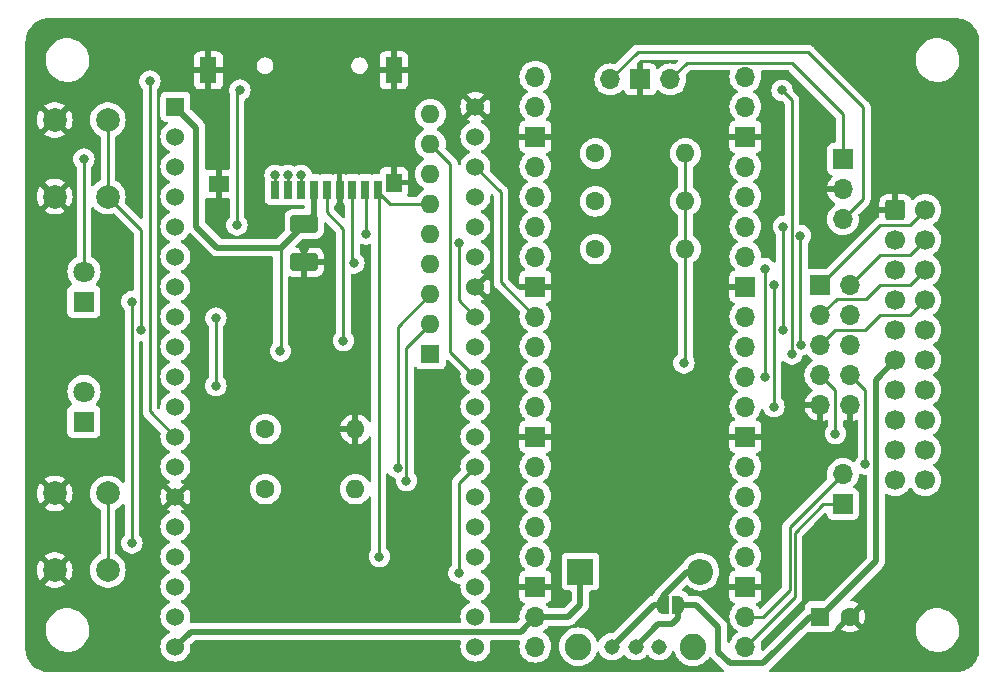
<source format=gbr>
%TF.GenerationSoftware,KiCad,Pcbnew,7.0.10*%
%TF.CreationDate,2024-01-20T12:51:41-06:00*%
%TF.ProjectId,Apple-68k-FujiNet-Rev0,4170706c-652d-4363-986b-2d46756a694e,Rev 0*%
%TF.SameCoordinates,Original*%
%TF.FileFunction,Copper,L1,Top*%
%TF.FilePolarity,Positive*%
%FSLAX46Y46*%
G04 Gerber Fmt 4.6, Leading zero omitted, Abs format (unit mm)*
G04 Created by KiCad (PCBNEW 7.0.10) date 2024-01-20 12:51:41*
%MOMM*%
%LPD*%
G01*
G04 APERTURE LIST*
G04 Aperture macros list*
%AMRoundRect*
0 Rectangle with rounded corners*
0 $1 Rounding radius*
0 $2 $3 $4 $5 $6 $7 $8 $9 X,Y pos of 4 corners*
0 Add a 4 corners polygon primitive as box body*
4,1,4,$2,$3,$4,$5,$6,$7,$8,$9,$2,$3,0*
0 Add four circle primitives for the rounded corners*
1,1,$1+$1,$2,$3*
1,1,$1+$1,$4,$5*
1,1,$1+$1,$6,$7*
1,1,$1+$1,$8,$9*
0 Add four rect primitives between the rounded corners*
20,1,$1+$1,$2,$3,$4,$5,0*
20,1,$1+$1,$4,$5,$6,$7,0*
20,1,$1+$1,$6,$7,$8,$9,0*
20,1,$1+$1,$8,$9,$2,$3,0*%
%AMFreePoly0*
4,1,19,0.500000,-0.750000,0.000000,-0.750000,0.000000,-0.744911,-0.071157,-0.744911,-0.207708,-0.704816,-0.327430,-0.627875,-0.420627,-0.520320,-0.479746,-0.390866,-0.500000,-0.250000,-0.500000,0.250000,-0.479746,0.390866,-0.420627,0.520320,-0.327430,0.627875,-0.207708,0.704816,-0.071157,0.744911,0.000000,0.744911,0.000000,0.750000,0.500000,0.750000,0.500000,-0.750000,0.500000,-0.750000,
$1*%
%AMFreePoly1*
4,1,19,0.000000,0.744911,0.071157,0.744911,0.207708,0.704816,0.327430,0.627875,0.420627,0.520320,0.479746,0.390866,0.500000,0.250000,0.500000,-0.250000,0.479746,-0.390866,0.420627,-0.520320,0.327430,-0.627875,0.207708,-0.704816,0.071157,-0.744911,0.000000,-0.744911,0.000000,-0.750000,-0.500000,-0.750000,-0.500000,0.750000,0.000000,0.750000,0.000000,0.744911,0.000000,0.744911,
$1*%
G04 Aperture macros list end*
%TA.AperFunction,ComponentPad*%
%ADD10R,1.800000X1.800000*%
%TD*%
%TA.AperFunction,ComponentPad*%
%ADD11C,1.800000*%
%TD*%
%TA.AperFunction,ComponentPad*%
%ADD12C,2.000000*%
%TD*%
%TA.AperFunction,ComponentPad*%
%ADD13O,1.700000X1.700000*%
%TD*%
%TA.AperFunction,ComponentPad*%
%ADD14R,1.700000X1.700000*%
%TD*%
%TA.AperFunction,ComponentPad*%
%ADD15C,1.600000*%
%TD*%
%TA.AperFunction,ComponentPad*%
%ADD16O,1.600000X1.600000*%
%TD*%
%TA.AperFunction,SMDPad,CuDef*%
%ADD17FreePoly0,180.000000*%
%TD*%
%TA.AperFunction,SMDPad,CuDef*%
%ADD18FreePoly1,180.000000*%
%TD*%
%TA.AperFunction,ComponentPad*%
%ADD19R,1.530000X1.530000*%
%TD*%
%TA.AperFunction,ComponentPad*%
%ADD20C,1.530000*%
%TD*%
%TA.AperFunction,SMDPad,CuDef*%
%ADD21RoundRect,0.250001X-0.924999X0.499999X-0.924999X-0.499999X0.924999X-0.499999X0.924999X0.499999X0*%
%TD*%
%TA.AperFunction,ComponentPad*%
%ADD22RoundRect,0.250000X-0.600000X-0.600000X0.600000X-0.600000X0.600000X0.600000X-0.600000X0.600000X0*%
%TD*%
%TA.AperFunction,ComponentPad*%
%ADD23C,1.700000*%
%TD*%
%TA.AperFunction,ComponentPad*%
%ADD24R,1.600000X1.600000*%
%TD*%
%TA.AperFunction,SMDPad,CuDef*%
%ADD25R,0.700000X1.600000*%
%TD*%
%TA.AperFunction,SMDPad,CuDef*%
%ADD26R,1.400000X1.600000*%
%TD*%
%TA.AperFunction,SMDPad,CuDef*%
%ADD27R,1.400000X2.200000*%
%TD*%
%TA.AperFunction,SMDPad,CuDef*%
%ADD28R,1.800000X1.400000*%
%TD*%
%TA.AperFunction,ComponentPad*%
%ADD29C,1.308000*%
%TD*%
%TA.AperFunction,ComponentPad*%
%ADD30C,2.250000*%
%TD*%
%TA.AperFunction,ComponentPad*%
%ADD31O,2.200000X2.200000*%
%TD*%
%TA.AperFunction,ComponentPad*%
%ADD32R,2.200000X2.200000*%
%TD*%
%TA.AperFunction,ViaPad*%
%ADD33C,0.800000*%
%TD*%
%TA.AperFunction,Conductor*%
%ADD34C,0.250000*%
%TD*%
%TA.AperFunction,Conductor*%
%ADD35C,0.500000*%
%TD*%
G04 APERTURE END LIST*
D10*
%TO.P,D2,1,K*%
%TO.N,Net-(D2-K)*%
X118618000Y-104775000D03*
D11*
%TO.P,D2,2,A*%
%TO.N,/IO12{slash}BUS_LED*%
X118618000Y-102235000D03*
%TD*%
D10*
%TO.P,D1,1,K*%
%TO.N,Net-(D1-K)*%
X118618000Y-94615000D03*
D11*
%TO.P,D1,2,A*%
%TO.N,+3.3V*%
X118618000Y-92075000D03*
%TD*%
D12*
%TO.P,SW1,1,A*%
%TO.N,/IO0{slash}BUTTON_A*%
X120650000Y-79225000D03*
X120650000Y-85725000D03*
%TO.P,SW1,2,B*%
%TO.N,GND*%
X116150000Y-79225000D03*
X116150000Y-85725000D03*
%TD*%
D13*
%TO.P,U1,1,GPIO0*%
%TO.N,Net-(J3-Pin_1)*%
X174625000Y-123835000D03*
%TO.P,U1,2,GPIO1*%
%TO.N,Net-(J3-Pin_2)*%
X174625000Y-121295000D03*
D14*
%TO.P,U1,3,GND*%
%TO.N,GND*%
X174625000Y-118755000D03*
D13*
%TO.P,U1,4,GPIO2*%
%TO.N,unconnected-(U1-GPIO2-Pad4)*%
X174625000Y-116215000D03*
%TO.P,U1,5,GPIO3*%
%TO.N,unconnected-(U1-GPIO3-Pad5)*%
X174625000Y-113675000D03*
%TO.P,U1,6,GPIO4*%
%TO.N,/PICO_TX_TO_ESP*%
X174625000Y-111135000D03*
%TO.P,U1,7,GPIO5*%
%TO.N,/PICO_RX_TO_ESP*%
X174625000Y-108595000D03*
D14*
%TO.P,U1,8,GND*%
%TO.N,GND*%
X174625000Y-106055000D03*
D13*
%TO.P,U1,9,GPIO6*%
%TO.N,/CA0*%
X174625000Y-103515000D03*
%TO.P,U1,10,GPIO7*%
%TO.N,/CA1*%
X174625000Y-100975000D03*
%TO.P,U1,11,GPIO8*%
%TO.N,/CA2*%
X174625000Y-98435000D03*
%TO.P,U1,12,GPIO9*%
%TO.N,/HDSEL*%
X174625000Y-95895000D03*
D14*
%TO.P,U1,13,GND*%
%TO.N,GND*%
X174625000Y-93355000D03*
D13*
%TO.P,U1,14,GPIO10*%
%TO.N,unconnected-(U1-GPIO10-Pad14)*%
X174625000Y-90815000D03*
%TO.P,U1,15,GPIO11*%
%TO.N,/ENBL2*%
X174625000Y-88275000D03*
%TO.P,U1,16,GPIO12*%
%TO.N,unconnected-(U1-GPIO12-Pad16)*%
X174625000Y-85735000D03*
%TO.P,U1,17,GPIO13*%
%TO.N,/LSTRB*%
X174625000Y-83195000D03*
D14*
%TO.P,U1,18,GND*%
%TO.N,GND*%
X174625000Y-80655000D03*
D13*
%TO.P,U1,19,GPIO14*%
%TO.N,/WREQ*%
X174625000Y-78115000D03*
%TO.P,U1,20,GPIO15*%
%TO.N,/WR_DATA*%
X174625000Y-75575000D03*
%TO.P,U1,21,GPIO16*%
%TO.N,unconnected-(U1-GPIO16-Pad21)*%
X156845000Y-75575000D03*
%TO.P,U1,22,GPIO17*%
%TO.N,unconnected-(U1-GPIO17-Pad22)*%
X156845000Y-78115000D03*
D14*
%TO.P,U1,23,GND*%
%TO.N,GND*%
X156845000Y-80655000D03*
D13*
%TO.P,U1,24,GPIO18*%
%TO.N,Net-(U1-GPIO18)*%
X156845000Y-83195000D03*
%TO.P,U1,25,GPIO19*%
%TO.N,Net-(U1-GPIO19)*%
X156845000Y-85735000D03*
%TO.P,U1,26,GPIO20*%
%TO.N,Net-(U1-GPIO20)*%
X156845000Y-88275000D03*
%TO.P,U1,27,GPIO21*%
%TO.N,unconnected-(U1-GPIO21-Pad27)*%
X156845000Y-90815000D03*
D14*
%TO.P,U1,28,GND*%
%TO.N,GND*%
X156845000Y-93355000D03*
D13*
%TO.P,U1,29,GPIO22*%
%TO.N,/RMT_FROM_ESP*%
X156845000Y-95895000D03*
%TO.P,U1,30,RUN*%
%TO.N,unconnected-(U1-RUN-Pad30)*%
X156845000Y-98435000D03*
%TO.P,U1,31,GPIO26_ADC0*%
%TO.N,unconnected-(U1-GPIO26_ADC0-Pad31)*%
X156845000Y-100975000D03*
%TO.P,U1,32,GPIO27_ADC1*%
%TO.N,unconnected-(U1-GPIO27_ADC1-Pad32)*%
X156845000Y-103515000D03*
D14*
%TO.P,U1,33,AGND*%
%TO.N,GND*%
X156845000Y-106055000D03*
D13*
%TO.P,U1,34,GPIO28_ADC2*%
%TO.N,unconnected-(U1-GPIO28_ADC2-Pad34)*%
X156845000Y-108595000D03*
%TO.P,U1,35,ADC_VREF*%
%TO.N,unconnected-(U1-ADC_VREF-Pad35)*%
X156845000Y-111135000D03*
%TO.P,U1,36,3V3*%
%TO.N,unconnected-(U1-3V3-Pad36)*%
X156845000Y-113675000D03*
%TO.P,U1,37,3V3_EN*%
%TO.N,unconnected-(U1-3V3_EN-Pad37)*%
X156845000Y-116215000D03*
D14*
%TO.P,U1,38,GND*%
%TO.N,GND*%
X156845000Y-118755000D03*
D13*
%TO.P,U1,39,VSYS*%
%TO.N,+5V*%
X156845000Y-121295000D03*
%TO.P,U1,40,VBUS*%
%TO.N,unconnected-(U1-VBUS-Pad40)*%
X156845000Y-123835000D03*
%TO.P,U1,41,SWCLK*%
%TO.N,/SWCLK*%
X168275000Y-75805000D03*
D14*
%TO.P,U1,42,GND*%
%TO.N,GND*%
X165735000Y-75805000D03*
D13*
%TO.P,U1,43,SWDIO*%
%TO.N,/SWDIO*%
X163195000Y-75805000D03*
%TD*%
D14*
%TO.P,J3,1,Pin_1*%
%TO.N,Net-(J3-Pin_1)*%
X182880000Y-111760000D03*
D13*
%TO.P,J3,2,Pin_2*%
%TO.N,Net-(J3-Pin_2)*%
X182880000Y-109220000D03*
%TD*%
D15*
%TO.P,R3,1*%
%TO.N,Net-(U1-GPIO18)*%
X161925000Y-82070000D03*
D16*
%TO.P,R3,2*%
%TO.N,/RD_DATA*%
X169545000Y-82070000D03*
%TD*%
D17*
%TO.P,JP1,1,A*%
%TO.N,/APPLE_5V*%
X168925000Y-120269000D03*
D18*
%TO.P,JP1,2,B*%
%TO.N,Net-(D3-A)*%
X167625000Y-120269000D03*
%TD*%
D19*
%TO.P,U2,1,3V3*%
%TO.N,+3.3V*%
X126365000Y-78115000D03*
D20*
%TO.P,U2,2,EN*%
%TO.N,unconnected-(U2-EN-Pad2)*%
X126365000Y-80655000D03*
%TO.P,U2,3,IO36/SENSOR_VP*%
%TO.N,unconnected-(U2-IO36{slash}SENSOR_VP-Pad3)*%
X126365000Y-83195000D03*
%TO.P,U2,4,IO39/SENSOR_VN*%
%TO.N,unconnected-(U2-IO39{slash}SENSOR_VN-Pad4)*%
X126365000Y-85735000D03*
%TO.P,U2,5,IO34*%
%TO.N,/WREQ*%
X126365000Y-88275000D03*
%TO.P,U2,6,IO35*%
%TO.N,/ENBL2*%
X126365000Y-90815000D03*
%TO.P,U2,7,IO32*%
%TO.N,/HDSEL*%
X126365000Y-93355000D03*
%TO.P,U2,8,IO33*%
%TO.N,/PICO_TX_TO_ESP*%
X126365000Y-95895000D03*
%TO.P,U2,9,IO25*%
%TO.N,unconnected-(U2-IO25-Pad9)*%
X126365000Y-98435000D03*
%TO.P,U2,10,IO26*%
%TO.N,/PICO_RX_TO_ESP*%
X126365000Y-100975000D03*
%TO.P,U2,11,IO27*%
%TO.N,unconnected-(U2-IO27-Pad11)*%
X126365000Y-103515000D03*
%TO.P,U2,12,IO14*%
%TO.N,/WR_DATA*%
X126365000Y-106055000D03*
%TO.P,U2,13,IO12*%
%TO.N,/IO12{slash}BUS_LED*%
X126365000Y-108595000D03*
%TO.P,U2,14,GND1*%
%TO.N,GND*%
X126365000Y-111135000D03*
%TO.P,U2,15,IO13*%
%TO.N,unconnected-(U2-IO13-Pad15)*%
X126365000Y-113675000D03*
%TO.P,U2,16,IO9/RX1/SD2*%
%TO.N,unconnected-(U2-IO9{slash}RX1{slash}SD2-Pad16)*%
X126365000Y-116215000D03*
%TO.P,U2,17,IO10/TX1/SD3*%
%TO.N,unconnected-(U2-IO10{slash}TX1{slash}SD3-Pad17)*%
X126365000Y-118755000D03*
%TO.P,U2,18,IO11/CMD*%
%TO.N,unconnected-(U2-IO11{slash}CMD-Pad18)*%
X126365000Y-121295000D03*
%TO.P,U2,19,EXT_5V*%
%TO.N,+5V*%
X126365000Y-123835000D03*
%TO.P,U2,20,IO6/CLK*%
%TO.N,unconnected-(U2-IO6{slash}CLK-Pad20)*%
X151765000Y-123835000D03*
%TO.P,U2,21,IO7/SD0*%
%TO.N,unconnected-(U2-IO7{slash}SD0-Pad21)*%
X151765000Y-121295000D03*
%TO.P,U2,22,IO8/SD1*%
%TO.N,unconnected-(U2-IO8{slash}SD1-Pad22)*%
X151765000Y-118755000D03*
%TO.P,U2,23,IO15*%
%TO.N,/IO15{slash}CD*%
X151765000Y-116215000D03*
%TO.P,U2,24,IO2*%
%TO.N,/IO2{slash}LED_WIFI*%
X151765000Y-113675000D03*
%TO.P,U2,25,IO0*%
%TO.N,/IO0{slash}BUTTON_A*%
X151765000Y-111135000D03*
%TO.P,U2,26,IO4*%
%TO.N,/IO4{slash}SAFE_RESET*%
X151765000Y-108595000D03*
%TO.P,U2,27,IO16*%
%TO.N,unconnected-(U2-IO16-Pad27)*%
X151765000Y-106055000D03*
%TO.P,U2,28,IO17*%
%TO.N,unconnected-(U2-IO17-Pad28)*%
X151765000Y-103515000D03*
%TO.P,U2,29,IO5/SPI-CS*%
%TO.N,/IO5{slash}SPI_CS*%
X151765000Y-100975000D03*
%TO.P,U2,30,IO18/SPI-SCK*%
%TO.N,/IO18{slash}SPI_CLK*%
X151765000Y-98435000D03*
%TO.P,U2,31,IO19/SPI-MISO*%
%TO.N,/IO19{slash}SPI_MISO*%
X151765000Y-95895000D03*
%TO.P,U2,32,GND2*%
%TO.N,GND*%
X151765000Y-93355000D03*
%TO.P,U2,33,IO21/I2C-SDA*%
%TO.N,unconnected-(U2-IO21{slash}I2C-SDA-Pad33)*%
X151765000Y-90815000D03*
%TO.P,U2,34,IO3/RXD0*%
%TO.N,unconnected-(U2-IO3{slash}RXD0-Pad34)*%
X151765000Y-88275000D03*
%TO.P,U2,35,IO1/TXD0*%
%TO.N,unconnected-(U2-IO1{slash}TXD0-Pad35)*%
X151765000Y-85735000D03*
%TO.P,U2,36,IO22/I2C-SCL*%
%TO.N,/RMT_FROM_ESP*%
X151765000Y-83195000D03*
%TO.P,U2,37,IO23/SPI-MOSI*%
%TO.N,/IO23{slash}SPI_MOSI*%
X151765000Y-80655000D03*
%TO.P,U2,38,GND3*%
%TO.N,GND*%
X151765000Y-78115000D03*
%TD*%
D15*
%TO.P,R4,1*%
%TO.N,Net-(D1-K)*%
X133985000Y-110490000D03*
D16*
%TO.P,R4,2*%
%TO.N,/IO2{slash}LED_WIFI*%
X141605000Y-110490000D03*
%TD*%
D14*
%TO.P,J2,1,Pin_1*%
%TO.N,/CA0*%
X180975000Y-93223000D03*
D13*
%TO.P,J2,2,Pin_2*%
%TO.N,/CA1*%
X183515000Y-93223000D03*
%TO.P,J2,3,Pin_3*%
%TO.N,/CA2*%
X180975000Y-95763000D03*
%TO.P,J2,4,Pin_4*%
%TO.N,/HDSEL*%
X183515000Y-95763000D03*
%TO.P,J2,5,Pin_5*%
%TO.N,/LSTRB*%
X180975000Y-98303000D03*
%TO.P,J2,6,Pin_6*%
%TO.N,/ENBL2*%
X183515000Y-98303000D03*
%TO.P,J2,7,Pin_7*%
%TO.N,/RD_DATA*%
X180975000Y-100843000D03*
%TO.P,J2,8,Pin_8*%
%TO.N,/WR_DATA*%
X183515000Y-100843000D03*
%TO.P,J2,9,Pin_9*%
%TO.N,GND*%
X180975000Y-103383000D03*
%TO.P,J2,10,Pin_10*%
X183515000Y-103383000D03*
%TD*%
D21*
%TO.P,C1,1*%
%TO.N,+3.3V*%
X137287000Y-88037000D03*
%TO.P,C1,2*%
%TO.N,GND*%
X137287000Y-91287000D03*
%TD*%
D15*
%TO.P,R5,1*%
%TO.N,Net-(D2-K)*%
X133985000Y-105410000D03*
D16*
%TO.P,R5,2*%
%TO.N,GND*%
X141605000Y-105410000D03*
%TD*%
D22*
%TO.P,J1,1,Pin_1*%
%TO.N,GND*%
X187325000Y-86868000D03*
D23*
%TO.P,J1,2,Pin_2*%
%TO.N,/CA0*%
X189865000Y-86868000D03*
%TO.P,J1,3,Pin_3*%
%TO.N,GND*%
X187325000Y-89408000D03*
%TO.P,J1,4,Pin_4*%
%TO.N,/CA1*%
X189865000Y-89408000D03*
%TO.P,J1,5,Pin_5*%
%TO.N,GND*%
X187325000Y-91948000D03*
%TO.P,J1,6,Pin_6*%
%TO.N,/CA2*%
X189865000Y-91948000D03*
%TO.P,J1,7,Pin_7*%
%TO.N,GND*%
X187325000Y-94488000D03*
%TO.P,J1,8,Pin_8*%
%TO.N,/LSTRB*%
X189865000Y-94488000D03*
%TO.P,J1,9,Pin_9*%
%TO.N,unconnected-(J1-Pin_9-Pad9)*%
X187325000Y-97028000D03*
%TO.P,J1,10,Pin_10*%
%TO.N,/WREQ*%
X189865000Y-97028000D03*
%TO.P,J1,11,Pin_11*%
%TO.N,/APPLE_5V*%
X187325000Y-99568000D03*
%TO.P,J1,12,Pin_12*%
%TO.N,/HDSEL*%
X189865000Y-99568000D03*
%TO.P,J1,13,Pin_13*%
%TO.N,unconnected-(J1-Pin_13-Pad13)*%
X187325000Y-102108000D03*
%TO.P,J1,14,Pin_14*%
%TO.N,/ENBL2*%
X189865000Y-102108000D03*
%TO.P,J1,15,Pin_15*%
%TO.N,unconnected-(J1-Pin_15-Pad15)*%
X187325000Y-104648000D03*
%TO.P,J1,16,Pin_16*%
%TO.N,/RD_DATA*%
X189865000Y-104648000D03*
%TO.P,J1,17,Pin_17*%
%TO.N,unconnected-(J1-Pin_17-Pad17)*%
X187325000Y-107188000D03*
%TO.P,J1,18,Pin_18*%
%TO.N,/WR_DATA*%
X189865000Y-107188000D03*
%TO.P,J1,19,Pin_19*%
%TO.N,unconnected-(J1-Pin_19-Pad19)*%
X187325000Y-109728000D03*
%TO.P,J1,20,Pin_20*%
%TO.N,unconnected-(J1-Pin_20-Pad20)*%
X189865000Y-109728000D03*
%TD*%
D12*
%TO.P,SW2,1,A*%
%TO.N,/IO4{slash}SAFE_RESET*%
X120650000Y-110848000D03*
X120650000Y-117348000D03*
%TO.P,SW2,2,B*%
%TO.N,GND*%
X116150000Y-110848000D03*
X116150000Y-117348000D03*
%TD*%
D24*
%TO.P,RN1,1,common*%
%TO.N,+3.3V*%
X147955000Y-99060000D03*
D16*
%TO.P,RN1,2,R1*%
%TO.N,/IO0{slash}BUTTON_A*%
X147955000Y-96520000D03*
%TO.P,RN1,3,R2*%
%TO.N,/IO4{slash}SAFE_RESET*%
X147955000Y-93980000D03*
%TO.P,RN1,4,R3*%
%TO.N,/IO19{slash}SPI_MISO*%
X147955000Y-91440000D03*
%TO.P,RN1,5,R4*%
%TO.N,Net-(P1-DAT1)*%
X147955000Y-88900000D03*
%TO.P,RN1,6,R5*%
%TO.N,/IO15{slash}CD*%
X147955000Y-86360000D03*
%TO.P,RN1,7,R6*%
%TO.N,/IO23{slash}SPI_MOSI*%
X147955000Y-83820000D03*
%TO.P,RN1,8,R7*%
%TO.N,/IO5{slash}SPI_CS*%
X147955000Y-81280000D03*
%TO.P,RN1,9,R8*%
%TO.N,Net-(P1-DAT2)*%
X147955000Y-78740000D03*
%TD*%
D14*
%TO.P,J4,1,Pin_1*%
%TO.N,/SWCLK*%
X182880000Y-82550000D03*
D13*
%TO.P,J4,2,Pin_2*%
%TO.N,GND*%
X182880000Y-85090000D03*
%TO.P,J4,3,Pin_3*%
%TO.N,/SWDIO*%
X182880000Y-87630000D03*
%TD*%
D15*
%TO.P,R2,1*%
%TO.N,Net-(U1-GPIO19)*%
X161925000Y-86120000D03*
D16*
%TO.P,R2,2*%
%TO.N,/RD_DATA*%
X169545000Y-86120000D03*
%TD*%
D24*
%TO.P,C2,1*%
%TO.N,/APPLE_5V*%
X180975000Y-121285000D03*
D15*
%TO.P,C2,2*%
%TO.N,GND*%
X183475000Y-121285000D03*
%TD*%
%TO.P,R1,1*%
%TO.N,Net-(U1-GPIO20)*%
X161925000Y-90170000D03*
D16*
%TO.P,R1,2*%
%TO.N,/RD_DATA*%
X169545000Y-90170000D03*
%TD*%
D25*
%TO.P,P1,1,DAT2*%
%TO.N,Net-(P1-DAT2)*%
X134757600Y-85136800D03*
%TO.P,P1,2,DAT3*%
%TO.N,/IO5{slash}SPI_CS*%
X135857600Y-85136800D03*
%TO.P,P1,3,CMD*%
%TO.N,/IO23{slash}SPI_MOSI*%
X136957600Y-85136800D03*
%TO.P,P1,4,VDD*%
%TO.N,+3.3V*%
X138057600Y-85136800D03*
%TO.P,P1,5,CLK*%
%TO.N,/IO18{slash}SPI_CLK*%
X139157600Y-85136800D03*
%TO.P,P1,6,VSS*%
%TO.N,GND*%
X140257600Y-85136800D03*
%TO.P,P1,7,DAT0*%
%TO.N,/IO19{slash}SPI_MISO*%
X141357600Y-85136800D03*
%TO.P,P1,8,DAT1*%
%TO.N,Net-(P1-DAT1)*%
X142457600Y-85136800D03*
%TO.P,P1,9,CD*%
%TO.N,/IO15{slash}CD*%
X143557600Y-85136800D03*
D26*
%TO.P,P1,G1,GND*%
%TO.N,GND*%
X144857600Y-84536800D03*
D27*
%TO.P,P1,G2,GND*%
X144857600Y-75036800D03*
%TO.P,P1,G3,GND*%
X129157600Y-75036800D03*
D28*
%TO.P,P1,G4,GND*%
X130057600Y-84636800D03*
%TD*%
D29*
%TO.P,S1,1*%
%TO.N,Net-(D3-A)*%
X163330000Y-123825000D03*
%TO.P,S1,2*%
%TO.N,/APPLE_5V*%
X165330000Y-123825000D03*
%TO.P,S1,3*%
%TO.N,unconnected-(S1-Pad3)*%
X167330000Y-123825000D03*
D30*
%TO.P,S1,P$4*%
%TO.N,N/C*%
X160480000Y-123825000D03*
%TO.P,S1,P$5*%
X170180000Y-123825000D03*
%TD*%
D31*
%TO.P,D3,2,A*%
%TO.N,Net-(D3-A)*%
X170815000Y-117475000D03*
D32*
%TO.P,D3,1,K*%
%TO.N,+5V*%
X160655000Y-117475000D03*
%TD*%
D33*
%TO.N,GND*%
X154178000Y-98425000D03*
X132080000Y-93853000D03*
X132207000Y-98806000D03*
%TO.N,+3.3V*%
X135255000Y-98806000D03*
X118618000Y-82550000D03*
%TO.N,GND*%
X140335000Y-86537800D03*
X146812000Y-113411000D03*
X137287000Y-90170000D03*
X181610000Y-116205000D03*
%TO.N,/CA0*%
X177038000Y-103505000D03*
X177038000Y-93218000D03*
%TO.N,/CA1*%
X176313000Y-100965000D03*
X176276000Y-91821000D03*
%TO.N,Net-(D1-K)*%
X122682000Y-94615000D03*
X122682000Y-115062000D03*
%TO.N,/LSTRB*%
X179324000Y-98298000D03*
X179287000Y-89027000D03*
%TO.N,/WREQ*%
X131826000Y-76708000D03*
X131572000Y-88138000D03*
%TO.N,Net-(P1-DAT2)*%
X134797800Y-83921600D03*
%TO.N,/IO5{slash}SPI_CS*%
X135890000Y-83921600D03*
%TO.N,/IO23{slash}SPI_MOSI*%
X137007600Y-83921600D03*
%TO.N,/IO18{slash}SPI_CLK*%
X140589000Y-97917000D03*
%TO.N,/IO19{slash}SPI_MISO*%
X141478000Y-91350500D03*
X150367500Y-89662000D03*
%TO.N,Net-(P1-DAT1)*%
X142494000Y-88900000D03*
%TO.N,/IO15{slash}CD*%
X143637000Y-116205000D03*
%TO.N,/ENBL2*%
X177837000Y-97028000D03*
X177837000Y-88265000D03*
%TO.N,/RD_DATA*%
X169418000Y-99822000D03*
X182245000Y-105791000D03*
%TO.N,/WR_DATA*%
X184785000Y-108363000D03*
X178562000Y-99060000D03*
X124206000Y-75946000D03*
X177723800Y-76733400D03*
%TO.N,/IO4{slash}SAFE_RESET*%
X150368000Y-117602000D03*
X145198000Y-108712000D03*
%TO.N,/IO0{slash}BUTTON_A*%
X145923000Y-109765000D03*
X123444000Y-97028000D03*
%TO.N,/PICO_TX_TO_ESP*%
X129794000Y-101727000D03*
X129794000Y-96012000D03*
%TD*%
D34*
%TO.N,/PICO_TX_TO_ESP*%
X129794000Y-101727000D02*
X129794000Y-96012000D01*
%TO.N,Net-(J3-Pin_2)*%
X178366000Y-113734000D02*
X182880000Y-109220000D01*
X176139000Y-121295000D02*
X178366000Y-119068000D01*
X174625000Y-121295000D02*
X176139000Y-121295000D01*
X178366000Y-119068000D02*
X178366000Y-113734000D01*
D35*
%TO.N,+5V*%
X160655000Y-120269000D02*
X160655000Y-117485000D01*
X159629000Y-121295000D02*
X160655000Y-120269000D01*
X156845000Y-121295000D02*
X159629000Y-121295000D01*
D34*
%TO.N,Net-(D1-K)*%
X122682000Y-94615000D02*
X122682000Y-115062000D01*
%TO.N,/CA2*%
X186055000Y-93218000D02*
X188595000Y-93218000D01*
D35*
%TO.N,+3.3V*%
X138057600Y-85136800D02*
X138057600Y-87266400D01*
D34*
X135255000Y-98806000D02*
X135281000Y-98780000D01*
D35*
X129921000Y-90043000D02*
X128143000Y-88265000D01*
X135281000Y-90043000D02*
X129921000Y-90043000D01*
X128143000Y-79893000D02*
X126365000Y-78115000D01*
X138057600Y-87266400D02*
X135281000Y-90043000D01*
D34*
X118618000Y-82550000D02*
X118618000Y-92075000D01*
X135281000Y-98780000D02*
X135281000Y-90043000D01*
D35*
X128143000Y-88265000D02*
X128143000Y-79893000D01*
%TO.N,GND*%
X137287000Y-90170000D02*
X137287000Y-91287000D01*
X140285000Y-86487800D02*
X140285000Y-85557000D01*
X140335000Y-86537800D02*
X140285000Y-86487800D01*
%TO.N,Net-(D3-A)*%
X166886000Y-120269000D02*
X167625000Y-120269000D01*
X163330000Y-123825000D02*
X166886000Y-120269000D01*
X169672000Y-117475000D02*
X170815000Y-117475000D01*
X167625000Y-120269000D02*
X167625000Y-119522000D01*
X167625000Y-119522000D02*
X169672000Y-117475000D01*
D34*
%TO.N,/CA0*%
X186060000Y-88138000D02*
X188595000Y-88138000D01*
X188595000Y-88138000D02*
X189865000Y-86868000D01*
X180975000Y-93223000D02*
X186060000Y-88138000D01*
X177038000Y-103505000D02*
X177038000Y-93218000D01*
%TO.N,/CA1*%
X188595000Y-90678000D02*
X189865000Y-89408000D01*
X183515000Y-93223000D02*
X186060000Y-90678000D01*
X176313000Y-100965000D02*
X176313000Y-91858000D01*
X186060000Y-90678000D02*
X188595000Y-90678000D01*
X176313000Y-91858000D02*
X176276000Y-91821000D01*
%TO.N,/CA2*%
X188595000Y-93218000D02*
X189865000Y-91948000D01*
X184875000Y-94398000D02*
X186055000Y-93218000D01*
X182340000Y-94398000D02*
X184875000Y-94398000D01*
X180975000Y-95763000D02*
X182340000Y-94398000D01*
D35*
%TO.N,+5V*%
X155585000Y-122555000D02*
X156845000Y-121295000D01*
X126365000Y-123835000D02*
X127645000Y-122555000D01*
X127645000Y-122555000D02*
X155585000Y-122555000D01*
D34*
%TO.N,/LSTRB*%
X184785000Y-97028000D02*
X186055000Y-95758000D01*
X179287000Y-89027000D02*
X179287000Y-98261000D01*
X180975000Y-98303000D02*
X182250000Y-97028000D01*
X182250000Y-97028000D02*
X184785000Y-97028000D01*
X188595000Y-95758000D02*
X189865000Y-94488000D01*
X186055000Y-95758000D02*
X188595000Y-95758000D01*
X179287000Y-98261000D02*
X179324000Y-98298000D01*
%TO.N,/WREQ*%
X131572000Y-88138000D02*
X131572000Y-76962000D01*
X131572000Y-76962000D02*
X131826000Y-76708000D01*
%TO.N,Net-(P1-DAT2)*%
X134797800Y-83921600D02*
X134785000Y-83934400D01*
X134785000Y-83934400D02*
X134785000Y-85557000D01*
%TO.N,/IO5{slash}SPI_CS*%
X147955000Y-81280000D02*
X149643000Y-82968000D01*
X135885000Y-83926600D02*
X135885000Y-85557000D01*
X135890000Y-83921600D02*
X135885000Y-83926600D01*
X149643000Y-98853000D02*
X151765000Y-100975000D01*
X149643000Y-82968000D02*
X149643000Y-98853000D01*
%TO.N,/IO23{slash}SPI_MOSI*%
X137007600Y-83921600D02*
X136985000Y-83944200D01*
X136985000Y-83944200D02*
X136985000Y-85557000D01*
%TO.N,/IO18{slash}SPI_CLK*%
X139157600Y-85136800D02*
X139157600Y-87027500D01*
X140589000Y-88458900D02*
X140589000Y-97917000D01*
X139157600Y-87027500D02*
X140589000Y-88458900D01*
%TO.N,/IO19{slash}SPI_MISO*%
X141357600Y-85529600D02*
X141357600Y-91230100D01*
X150367500Y-94497500D02*
X150367500Y-89662000D01*
X151765000Y-95895000D02*
X150367500Y-94497500D01*
X141357600Y-91230100D02*
X141478000Y-91350500D01*
%TO.N,Net-(P1-DAT1)*%
X142485000Y-85164200D02*
X142485000Y-88891000D01*
X142485000Y-88891000D02*
X142494000Y-88900000D01*
%TO.N,/IO15{slash}CD*%
X143585000Y-116153000D02*
X143585000Y-85414200D01*
X144530800Y-86360000D02*
X147955000Y-86360000D01*
X143585000Y-85414200D02*
X144530800Y-86360000D01*
X143637000Y-116205000D02*
X143585000Y-116153000D01*
D35*
%TO.N,/APPLE_5V*%
X165330000Y-123825000D02*
X167235000Y-121920000D01*
X176149000Y-125222000D02*
X173291500Y-125222000D01*
X185674000Y-116586000D02*
X185674000Y-101219000D01*
X170434000Y-120269000D02*
X168925000Y-120269000D01*
X167235000Y-121920000D02*
X168402000Y-121920000D01*
X168402000Y-121920000D02*
X168925000Y-121397000D01*
X185674000Y-101219000D02*
X187325000Y-99568000D01*
X180086000Y-121285000D02*
X176149000Y-125222000D01*
X168925000Y-121397000D02*
X168925000Y-120269000D01*
X180975000Y-121285000D02*
X180086000Y-121285000D01*
X172339000Y-124269500D02*
X172339000Y-122174000D01*
X173291500Y-125222000D02*
X172339000Y-124269500D01*
X180975000Y-121285000D02*
X185674000Y-116586000D01*
X172339000Y-122174000D02*
X170434000Y-120269000D01*
D34*
%TO.N,/ENBL2*%
X177837000Y-88265000D02*
X177837000Y-97028000D01*
%TO.N,/RD_DATA*%
X182245000Y-102113000D02*
X180975000Y-100843000D01*
X182245000Y-105791000D02*
X182245000Y-102113000D01*
X169418000Y-99822000D02*
X169545000Y-99695000D01*
X169545000Y-99695000D02*
X169545000Y-90170000D01*
X169545000Y-90170000D02*
X169545000Y-82070000D01*
%TO.N,/WR_DATA*%
X124206000Y-103896000D02*
X124206000Y-75946000D01*
X177723800Y-76733400D02*
X178562000Y-77571600D01*
X126365000Y-106055000D02*
X124206000Y-103896000D01*
X178562000Y-77571600D02*
X178562000Y-99060000D01*
X184785000Y-102113000D02*
X183515000Y-100843000D01*
X184785000Y-108363000D02*
X184785000Y-102113000D01*
%TO.N,Net-(J3-Pin_1)*%
X181229000Y-111760000D02*
X182880000Y-111760000D01*
X174625000Y-123835000D02*
X178816000Y-119644000D01*
X178816000Y-119644000D02*
X178816000Y-114173000D01*
X178816000Y-114173000D02*
X181229000Y-111760000D01*
%TO.N,/IO4{slash}SAFE_RESET*%
X145198000Y-108712000D02*
X145198500Y-108711500D01*
X150368000Y-117602000D02*
X150368000Y-109992000D01*
X150368000Y-109992000D02*
X151765000Y-108595000D01*
X145198500Y-96736500D02*
X147955000Y-93980000D01*
X145198500Y-108711500D02*
X145198500Y-96736500D01*
X120650000Y-110848000D02*
X120650000Y-117348000D01*
%TO.N,/IO0{slash}BUTTON_A*%
X123444000Y-88519000D02*
X120650000Y-85725000D01*
X145923000Y-109765000D02*
X145923000Y-98552000D01*
X120650000Y-85725000D02*
X120650000Y-79225000D01*
X123444000Y-97028000D02*
X123444000Y-88519000D01*
X145923000Y-98552000D02*
X147955000Y-96520000D01*
%TO.N,/SWCLK*%
X182880000Y-78740000D02*
X182880000Y-82550000D01*
X168275000Y-75805000D02*
X169680000Y-74400000D01*
X178540000Y-74400000D02*
X182880000Y-78740000D01*
X169680000Y-74400000D02*
X178540000Y-74400000D01*
%TO.N,/SWDIO*%
X163195000Y-75805000D02*
X165500000Y-73500000D01*
X184600000Y-78174000D02*
X184600000Y-85910000D01*
X165500000Y-73500000D02*
X179926000Y-73500000D01*
X179926000Y-73500000D02*
X184600000Y-78174000D01*
X184600000Y-85910000D02*
X182880000Y-87630000D01*
%TO.N,/RMT_FROM_ESP*%
X153924000Y-92974000D02*
X156845000Y-95895000D01*
X151765000Y-83195000D02*
X153924000Y-85354000D01*
X153924000Y-85354000D02*
X153924000Y-92974000D01*
%TD*%
%TA.AperFunction,Conductor*%
%TO.N,GND*%
G36*
X139167703Y-87922639D02*
G01*
X139174181Y-87928671D01*
X139927181Y-88681671D01*
X139960666Y-88742994D01*
X139963500Y-88769352D01*
X139963500Y-97218312D01*
X139943815Y-97285351D01*
X139931650Y-97301284D01*
X139856466Y-97384784D01*
X139761821Y-97548715D01*
X139761818Y-97548722D01*
X139710771Y-97705830D01*
X139703326Y-97728744D01*
X139683540Y-97917000D01*
X139703326Y-98105256D01*
X139703327Y-98105259D01*
X139761818Y-98285277D01*
X139761821Y-98285284D01*
X139856467Y-98449216D01*
X139928756Y-98529501D01*
X139983129Y-98589888D01*
X140136265Y-98701148D01*
X140136270Y-98701151D01*
X140309192Y-98778142D01*
X140309197Y-98778144D01*
X140494354Y-98817500D01*
X140494355Y-98817500D01*
X140683644Y-98817500D01*
X140683646Y-98817500D01*
X140868803Y-98778144D01*
X141041730Y-98701151D01*
X141194871Y-98589888D01*
X141321533Y-98449216D01*
X141416179Y-98285284D01*
X141474674Y-98105256D01*
X141494460Y-97917000D01*
X141474674Y-97728744D01*
X141416179Y-97548716D01*
X141321533Y-97384784D01*
X141298442Y-97359139D01*
X141246350Y-97301284D01*
X141216120Y-97238292D01*
X141214500Y-97218312D01*
X141214500Y-92368235D01*
X141234185Y-92301196D01*
X141286989Y-92255441D01*
X141356147Y-92245497D01*
X141364239Y-92246937D01*
X141383354Y-92251000D01*
X141383359Y-92251000D01*
X141572644Y-92251000D01*
X141572646Y-92251000D01*
X141757803Y-92211644D01*
X141930730Y-92134651D01*
X142083871Y-92023388D01*
X142210533Y-91882716D01*
X142305179Y-91718784D01*
X142363674Y-91538756D01*
X142383460Y-91350500D01*
X142363674Y-91162244D01*
X142305179Y-90982216D01*
X142210533Y-90818284D01*
X142126538Y-90724998D01*
X142083876Y-90677616D01*
X142083873Y-90677614D01*
X142083872Y-90677613D01*
X142083871Y-90677612D01*
X142034213Y-90641533D01*
X141991549Y-90586203D01*
X141983100Y-90541216D01*
X141983100Y-89849195D01*
X142002785Y-89782156D01*
X142055589Y-89736401D01*
X142124747Y-89726457D01*
X142157528Y-89735913D01*
X142214197Y-89761144D01*
X142399354Y-89800500D01*
X142399355Y-89800500D01*
X142588644Y-89800500D01*
X142588646Y-89800500D01*
X142773803Y-89761144D01*
X142785060Y-89756131D01*
X142854309Y-89746844D01*
X142917587Y-89776470D01*
X142954803Y-89835603D01*
X142959500Y-89869409D01*
X142959500Y-104684667D01*
X142939815Y-104751706D01*
X142887011Y-104797461D01*
X142817853Y-104807405D01*
X142754297Y-104778380D01*
X142733925Y-104755791D01*
X142604657Y-104571179D01*
X142443820Y-104410342D01*
X142257482Y-104279865D01*
X142051328Y-104183734D01*
X141855000Y-104131127D01*
X141855000Y-105094314D01*
X141843045Y-105082359D01*
X141730148Y-105024835D01*
X141636481Y-105010000D01*
X141573519Y-105010000D01*
X141479852Y-105024835D01*
X141366955Y-105082359D01*
X141355000Y-105094314D01*
X141355000Y-104131127D01*
X141158671Y-104183734D01*
X140952517Y-104279865D01*
X140766179Y-104410342D01*
X140605342Y-104571179D01*
X140474865Y-104757517D01*
X140378734Y-104963673D01*
X140378730Y-104963682D01*
X140326127Y-105159999D01*
X140326128Y-105160000D01*
X141289314Y-105160000D01*
X141277359Y-105171955D01*
X141219835Y-105284852D01*
X141200014Y-105410000D01*
X141219835Y-105535148D01*
X141277359Y-105648045D01*
X141289314Y-105660000D01*
X140326128Y-105660000D01*
X140378730Y-105856317D01*
X140378734Y-105856326D01*
X140474865Y-106062482D01*
X140605342Y-106248820D01*
X140766179Y-106409657D01*
X140952517Y-106540134D01*
X141158673Y-106636265D01*
X141158682Y-106636269D01*
X141354999Y-106688872D01*
X141355000Y-106688871D01*
X141355000Y-105725686D01*
X141366955Y-105737641D01*
X141479852Y-105795165D01*
X141573519Y-105810000D01*
X141636481Y-105810000D01*
X141730148Y-105795165D01*
X141843045Y-105737641D01*
X141855000Y-105725686D01*
X141855000Y-106688872D01*
X142051317Y-106636269D01*
X142051326Y-106636265D01*
X142257482Y-106540134D01*
X142443820Y-106409657D01*
X142604657Y-106248820D01*
X142733925Y-106064208D01*
X142788502Y-106020584D01*
X142858001Y-106013391D01*
X142920355Y-106044913D01*
X142955769Y-106105143D01*
X142959500Y-106135332D01*
X142959500Y-109763797D01*
X142939815Y-109830836D01*
X142887011Y-109876591D01*
X142817853Y-109886535D01*
X142754297Y-109857510D01*
X142733925Y-109834920D01*
X142731065Y-109830836D01*
X142628009Y-109683655D01*
X142605045Y-109650858D01*
X142444141Y-109489954D01*
X142257734Y-109359432D01*
X142257732Y-109359431D01*
X142051497Y-109263261D01*
X142051488Y-109263258D01*
X141831697Y-109204366D01*
X141831693Y-109204365D01*
X141831692Y-109204365D01*
X141831691Y-109204364D01*
X141831686Y-109204364D01*
X141605002Y-109184532D01*
X141604998Y-109184532D01*
X141378313Y-109204364D01*
X141378302Y-109204366D01*
X141158511Y-109263258D01*
X141158502Y-109263261D01*
X140952267Y-109359431D01*
X140952265Y-109359432D01*
X140765858Y-109489954D01*
X140604954Y-109650858D01*
X140474432Y-109837265D01*
X140474431Y-109837267D01*
X140378261Y-110043502D01*
X140378258Y-110043511D01*
X140319366Y-110263302D01*
X140319364Y-110263313D01*
X140299532Y-110489998D01*
X140299532Y-110490001D01*
X140319364Y-110716686D01*
X140319366Y-110716697D01*
X140378258Y-110936488D01*
X140378261Y-110936497D01*
X140474431Y-111142732D01*
X140474432Y-111142734D01*
X140604954Y-111329141D01*
X140765858Y-111490045D01*
X140765861Y-111490047D01*
X140952266Y-111620568D01*
X141158504Y-111716739D01*
X141158509Y-111716740D01*
X141158511Y-111716741D01*
X141211415Y-111730916D01*
X141378308Y-111775635D01*
X141540230Y-111789801D01*
X141604998Y-111795468D01*
X141605000Y-111795468D01*
X141605002Y-111795468D01*
X141661673Y-111790509D01*
X141831692Y-111775635D01*
X142051496Y-111716739D01*
X142257734Y-111620568D01*
X142444139Y-111490047D01*
X142605047Y-111329139D01*
X142733928Y-111145075D01*
X142788501Y-111101454D01*
X142857999Y-111094260D01*
X142920354Y-111125782D01*
X142955769Y-111186012D01*
X142959500Y-111216202D01*
X142959500Y-115564064D01*
X142939815Y-115631103D01*
X142927651Y-115647035D01*
X142904468Y-115672782D01*
X142904464Y-115672787D01*
X142809821Y-115836715D01*
X142809818Y-115836722D01*
X142751719Y-116015533D01*
X142751326Y-116016744D01*
X142731540Y-116205000D01*
X142751326Y-116393256D01*
X142751327Y-116393259D01*
X142809818Y-116573277D01*
X142809821Y-116573284D01*
X142904467Y-116737216D01*
X143006165Y-116850163D01*
X143031129Y-116877888D01*
X143184265Y-116989148D01*
X143184270Y-116989151D01*
X143357192Y-117066142D01*
X143357197Y-117066144D01*
X143542354Y-117105500D01*
X143542355Y-117105500D01*
X143731644Y-117105500D01*
X143731646Y-117105500D01*
X143916803Y-117066144D01*
X144089730Y-116989151D01*
X144242871Y-116877888D01*
X144369533Y-116737216D01*
X144464179Y-116573284D01*
X144522674Y-116393256D01*
X144542460Y-116205000D01*
X144522674Y-116016744D01*
X144464179Y-115836716D01*
X144369533Y-115672784D01*
X144369531Y-115672782D01*
X144242350Y-115531532D01*
X144212120Y-115468540D01*
X144210500Y-115448560D01*
X144210500Y-109265374D01*
X144230185Y-109198335D01*
X144282989Y-109152580D01*
X144352147Y-109142636D01*
X144415703Y-109171661D01*
X144441886Y-109203372D01*
X144457354Y-109230163D01*
X144465467Y-109244216D01*
X144592129Y-109384888D01*
X144745265Y-109496148D01*
X144745270Y-109496151D01*
X144918191Y-109573142D01*
X144918194Y-109573143D01*
X144918195Y-109573143D01*
X144918197Y-109573144D01*
X144925879Y-109574776D01*
X144987361Y-109607966D01*
X145021139Y-109669128D01*
X145023422Y-109709026D01*
X145017666Y-109763797D01*
X145017540Y-109765000D01*
X145037326Y-109953256D01*
X145037327Y-109953259D01*
X145095818Y-110133277D01*
X145095821Y-110133284D01*
X145190467Y-110297216D01*
X145298635Y-110417348D01*
X145317129Y-110437888D01*
X145470265Y-110549148D01*
X145470270Y-110549151D01*
X145643192Y-110626142D01*
X145643197Y-110626144D01*
X145828354Y-110665500D01*
X145828355Y-110665500D01*
X146017644Y-110665500D01*
X146017646Y-110665500D01*
X146202803Y-110626144D01*
X146375730Y-110549151D01*
X146528871Y-110437888D01*
X146655533Y-110297216D01*
X146750179Y-110133284D01*
X146808674Y-109953256D01*
X146828460Y-109765000D01*
X146808674Y-109576744D01*
X146750179Y-109396716D01*
X146655533Y-109232784D01*
X146653173Y-109230163D01*
X146580350Y-109149284D01*
X146550120Y-109086292D01*
X146548500Y-109066312D01*
X146548500Y-100257542D01*
X146568185Y-100190503D01*
X146620989Y-100144748D01*
X146690147Y-100134804D01*
X146753703Y-100163829D01*
X146771764Y-100183229D01*
X146777046Y-100190284D01*
X146797454Y-100217546D01*
X146797455Y-100217547D01*
X146912664Y-100303793D01*
X146912671Y-100303797D01*
X147047517Y-100354091D01*
X147047516Y-100354091D01*
X147054444Y-100354835D01*
X147107127Y-100360500D01*
X148802872Y-100360499D01*
X148862483Y-100354091D01*
X148997331Y-100303796D01*
X149112546Y-100217546D01*
X149198796Y-100102331D01*
X149249091Y-99967483D01*
X149255500Y-99907873D01*
X149255499Y-99649449D01*
X149275183Y-99582412D01*
X149327987Y-99536657D01*
X149397146Y-99526713D01*
X149460701Y-99555738D01*
X149467177Y-99561767D01*
X150007737Y-100102328D01*
X150494164Y-100588755D01*
X150527649Y-100650078D01*
X150526258Y-100708528D01*
X150513966Y-100754403D01*
X150513965Y-100754410D01*
X150494666Y-100974998D01*
X150494666Y-100975001D01*
X150513964Y-101195585D01*
X150513965Y-101195592D01*
X150571275Y-101409475D01*
X150571279Y-101409486D01*
X150631551Y-101538740D01*
X150664858Y-101610167D01*
X150791868Y-101791555D01*
X150948445Y-101948132D01*
X151129833Y-102075142D01*
X151173013Y-102095277D01*
X151253091Y-102132618D01*
X151305531Y-102178790D01*
X151324683Y-102245983D01*
X151304467Y-102312865D01*
X151253091Y-102357382D01*
X151129836Y-102414856D01*
X151129834Y-102414857D01*
X150948444Y-102541868D01*
X150791868Y-102698444D01*
X150664857Y-102879834D01*
X150664856Y-102879836D01*
X150571279Y-103080513D01*
X150571275Y-103080524D01*
X150513965Y-103294407D01*
X150513964Y-103294414D01*
X150494666Y-103514998D01*
X150494666Y-103515001D01*
X150513964Y-103735585D01*
X150513965Y-103735592D01*
X150571275Y-103949475D01*
X150571279Y-103949486D01*
X150663096Y-104146388D01*
X150664858Y-104150167D01*
X150791868Y-104331555D01*
X150948445Y-104488132D01*
X151129833Y-104615142D01*
X151191269Y-104643790D01*
X151253091Y-104672618D01*
X151305531Y-104718790D01*
X151324683Y-104785983D01*
X151304467Y-104852865D01*
X151253091Y-104897382D01*
X151129836Y-104954856D01*
X151129834Y-104954857D01*
X150948444Y-105081868D01*
X150791868Y-105238444D01*
X150664857Y-105419834D01*
X150664856Y-105419836D01*
X150571279Y-105620513D01*
X150571275Y-105620524D01*
X150513965Y-105834407D01*
X150513964Y-105834414D01*
X150494666Y-106054998D01*
X150494666Y-106055001D01*
X150513964Y-106275585D01*
X150513965Y-106275592D01*
X150571275Y-106489475D01*
X150571279Y-106489486D01*
X150664254Y-106688871D01*
X150664858Y-106690167D01*
X150791868Y-106871555D01*
X150948445Y-107028132D01*
X151129833Y-107155142D01*
X151191828Y-107184050D01*
X151253091Y-107212618D01*
X151305531Y-107258790D01*
X151324683Y-107325983D01*
X151304467Y-107392865D01*
X151253091Y-107437382D01*
X151129836Y-107494856D01*
X151129834Y-107494857D01*
X150948444Y-107621868D01*
X150791868Y-107778444D01*
X150664857Y-107959834D01*
X150664856Y-107959836D01*
X150571279Y-108160513D01*
X150571275Y-108160524D01*
X150513965Y-108374407D01*
X150513964Y-108374414D01*
X150494666Y-108594998D01*
X150494666Y-108595001D01*
X150513964Y-108815585D01*
X150513966Y-108815596D01*
X150523356Y-108850641D01*
X150524952Y-108856597D01*
X150526258Y-108861469D01*
X150524595Y-108931318D01*
X150494164Y-108981243D01*
X149984208Y-109491199D01*
X149971951Y-109501020D01*
X149972134Y-109501241D01*
X149966122Y-109506214D01*
X149920098Y-109555223D01*
X149917391Y-109558016D01*
X149897889Y-109577517D01*
X149897875Y-109577534D01*
X149895407Y-109580715D01*
X149887843Y-109589570D01*
X149857937Y-109621418D01*
X149857936Y-109621420D01*
X149848284Y-109638976D01*
X149837610Y-109655226D01*
X149825329Y-109671061D01*
X149825324Y-109671068D01*
X149807975Y-109711158D01*
X149802838Y-109721644D01*
X149781803Y-109759906D01*
X149776822Y-109779307D01*
X149770521Y-109797710D01*
X149762562Y-109816102D01*
X149762561Y-109816105D01*
X149755728Y-109859243D01*
X149753360Y-109870674D01*
X149742501Y-109912971D01*
X149742500Y-109912982D01*
X149742500Y-109933016D01*
X149740973Y-109952415D01*
X149737840Y-109972194D01*
X149737840Y-109972195D01*
X149741950Y-110015674D01*
X149742500Y-110027343D01*
X149742500Y-116903312D01*
X149722815Y-116970351D01*
X149710650Y-116986284D01*
X149635466Y-117069784D01*
X149540821Y-117233715D01*
X149540818Y-117233722D01*
X149490354Y-117389035D01*
X149482326Y-117413744D01*
X149462540Y-117602000D01*
X149482326Y-117790256D01*
X149482327Y-117790259D01*
X149540818Y-117970277D01*
X149540821Y-117970284D01*
X149635467Y-118134216D01*
X149735218Y-118245000D01*
X149762129Y-118274888D01*
X149915265Y-118386148D01*
X149915270Y-118386151D01*
X150088192Y-118463142D01*
X150088197Y-118463144D01*
X150273354Y-118502500D01*
X150273355Y-118502500D01*
X150381435Y-118502500D01*
X150448474Y-118522185D01*
X150494229Y-118574989D01*
X150504962Y-118637306D01*
X150497171Y-118726364D01*
X150494666Y-118754999D01*
X150494666Y-118755001D01*
X150513964Y-118975585D01*
X150513965Y-118975592D01*
X150571275Y-119189475D01*
X150571279Y-119189486D01*
X150618701Y-119291182D01*
X150664858Y-119390167D01*
X150791868Y-119571555D01*
X150948445Y-119728132D01*
X151129833Y-119855142D01*
X151174761Y-119876092D01*
X151253091Y-119912618D01*
X151305531Y-119958790D01*
X151324683Y-120025983D01*
X151304467Y-120092865D01*
X151253091Y-120137382D01*
X151129836Y-120194856D01*
X151129834Y-120194857D01*
X150948444Y-120321868D01*
X150791868Y-120478444D01*
X150664857Y-120659834D01*
X150664856Y-120659836D01*
X150571279Y-120860513D01*
X150571275Y-120860524D01*
X150513965Y-121074407D01*
X150513964Y-121074414D01*
X150494666Y-121294998D01*
X150494666Y-121295001D01*
X150513964Y-121515585D01*
X150513965Y-121515593D01*
X150549553Y-121648406D01*
X150547890Y-121718256D01*
X150508728Y-121776119D01*
X150444499Y-121803623D01*
X150429778Y-121804500D01*
X127708705Y-121804500D01*
X127690731Y-121803190D01*
X127682567Y-121801994D01*
X127619089Y-121772800D01*
X127581471Y-121713922D01*
X127580767Y-121647211D01*
X127616035Y-121515591D01*
X127635334Y-121295000D01*
X127616035Y-121074409D01*
X127558723Y-120860520D01*
X127548533Y-120838668D01*
X127519551Y-120776514D01*
X127465142Y-120659833D01*
X127338132Y-120478445D01*
X127181555Y-120321868D01*
X127000167Y-120194858D01*
X126876907Y-120137381D01*
X126824468Y-120091210D01*
X126805316Y-120024017D01*
X126825531Y-119957136D01*
X126876908Y-119912618D01*
X126889449Y-119906770D01*
X127000167Y-119855142D01*
X127181555Y-119728132D01*
X127338132Y-119571555D01*
X127465142Y-119390167D01*
X127558723Y-119189480D01*
X127616035Y-118975591D01*
X127635334Y-118755000D01*
X127632869Y-118726830D01*
X127623775Y-118622876D01*
X127616035Y-118534409D01*
X127558723Y-118320520D01*
X127465142Y-118119833D01*
X127338132Y-117938445D01*
X127181555Y-117781868D01*
X127000167Y-117654858D01*
X126876907Y-117597381D01*
X126824468Y-117551210D01*
X126805316Y-117484017D01*
X126825531Y-117417136D01*
X126876908Y-117372618D01*
X127000167Y-117315142D01*
X127181555Y-117188132D01*
X127338132Y-117031555D01*
X127465142Y-116850167D01*
X127558723Y-116649480D01*
X127616035Y-116435591D01*
X127635334Y-116215000D01*
X127616035Y-115994409D01*
X127558723Y-115780520D01*
X127465142Y-115579833D01*
X127338132Y-115398445D01*
X127181555Y-115241868D01*
X127000167Y-115114858D01*
X126876907Y-115057381D01*
X126824468Y-115011210D01*
X126805316Y-114944017D01*
X126825531Y-114877136D01*
X126876908Y-114832618D01*
X127000167Y-114775142D01*
X127181555Y-114648132D01*
X127338132Y-114491555D01*
X127465142Y-114310167D01*
X127558723Y-114109480D01*
X127616035Y-113895591D01*
X127635334Y-113675000D01*
X127616035Y-113454409D01*
X127558723Y-113240520D01*
X127465142Y-113039833D01*
X127338132Y-112858445D01*
X127181555Y-112701868D01*
X127000167Y-112574858D01*
X126987907Y-112569141D01*
X126876317Y-112517106D01*
X126823877Y-112470934D01*
X126804725Y-112403741D01*
X126824941Y-112336859D01*
X126876317Y-112292342D01*
X126999912Y-112234708D01*
X126999914Y-112234707D01*
X127065342Y-112188894D01*
X126506366Y-111629918D01*
X126510161Y-111629373D01*
X126643562Y-111568451D01*
X126754395Y-111472413D01*
X126833682Y-111349040D01*
X126856133Y-111272580D01*
X127418894Y-111835342D01*
X127464706Y-111769915D01*
X127558250Y-111569309D01*
X127558254Y-111569300D01*
X127615538Y-111355509D01*
X127615540Y-111355499D01*
X127634832Y-111135000D01*
X127634832Y-111134999D01*
X127615540Y-110914500D01*
X127615538Y-110914490D01*
X127558254Y-110700699D01*
X127558250Y-110700690D01*
X127464707Y-110500085D01*
X127464706Y-110500083D01*
X127457646Y-110490001D01*
X132679532Y-110490001D01*
X132699364Y-110716686D01*
X132699366Y-110716697D01*
X132758258Y-110936488D01*
X132758261Y-110936497D01*
X132854431Y-111142732D01*
X132854432Y-111142734D01*
X132984954Y-111329141D01*
X133145858Y-111490045D01*
X133145861Y-111490047D01*
X133332266Y-111620568D01*
X133538504Y-111716739D01*
X133538509Y-111716740D01*
X133538511Y-111716741D01*
X133591415Y-111730916D01*
X133758308Y-111775635D01*
X133920230Y-111789801D01*
X133984998Y-111795468D01*
X133985000Y-111795468D01*
X133985002Y-111795468D01*
X134041673Y-111790509D01*
X134211692Y-111775635D01*
X134431496Y-111716739D01*
X134637734Y-111620568D01*
X134824139Y-111490047D01*
X134985047Y-111329139D01*
X135115568Y-111142734D01*
X135211739Y-110936496D01*
X135270635Y-110716692D01*
X135289586Y-110500083D01*
X135290468Y-110490001D01*
X135290468Y-110489998D01*
X135282072Y-110394035D01*
X135270635Y-110263308D01*
X135211739Y-110043504D01*
X135115568Y-109837266D01*
X135008009Y-109683655D01*
X134985045Y-109650858D01*
X134824141Y-109489954D01*
X134637734Y-109359432D01*
X134637732Y-109359431D01*
X134431497Y-109263261D01*
X134431488Y-109263258D01*
X134211697Y-109204366D01*
X134211693Y-109204365D01*
X134211692Y-109204365D01*
X134211691Y-109204364D01*
X134211686Y-109204364D01*
X133985002Y-109184532D01*
X133984998Y-109184532D01*
X133758313Y-109204364D01*
X133758302Y-109204366D01*
X133538511Y-109263258D01*
X133538502Y-109263261D01*
X133332267Y-109359431D01*
X133332265Y-109359432D01*
X133145858Y-109489954D01*
X132984954Y-109650858D01*
X132854432Y-109837265D01*
X132854431Y-109837267D01*
X132758261Y-110043502D01*
X132758258Y-110043511D01*
X132699366Y-110263302D01*
X132699364Y-110263313D01*
X132679532Y-110489998D01*
X132679532Y-110490001D01*
X127457646Y-110490001D01*
X127418894Y-110434657D01*
X127418894Y-110434656D01*
X126856132Y-110997418D01*
X126833682Y-110920960D01*
X126754395Y-110797587D01*
X126643562Y-110701549D01*
X126510161Y-110640627D01*
X126506366Y-110640081D01*
X127065342Y-110081105D01*
X127065341Y-110081103D01*
X126999919Y-110035295D01*
X126876316Y-109977657D01*
X126823877Y-109931484D01*
X126804725Y-109864291D01*
X126824941Y-109797410D01*
X126876312Y-109752895D01*
X127000167Y-109695142D01*
X127181555Y-109568132D01*
X127338132Y-109411555D01*
X127465142Y-109230167D01*
X127558723Y-109029480D01*
X127616035Y-108815591D01*
X127635334Y-108595000D01*
X127616035Y-108374409D01*
X127558723Y-108160520D01*
X127557839Y-108158625D01*
X127511571Y-108059401D01*
X127465142Y-107959833D01*
X127338132Y-107778445D01*
X127181555Y-107621868D01*
X127000167Y-107494858D01*
X126876907Y-107437381D01*
X126824468Y-107391210D01*
X126805316Y-107324017D01*
X126825531Y-107257136D01*
X126876908Y-107212618D01*
X127000167Y-107155142D01*
X127181555Y-107028132D01*
X127338132Y-106871555D01*
X127465142Y-106690167D01*
X127558723Y-106489480D01*
X127616035Y-106275591D01*
X127635334Y-106055000D01*
X127616035Y-105834409D01*
X127558723Y-105620520D01*
X127465142Y-105419833D01*
X127458258Y-105410001D01*
X132679532Y-105410001D01*
X132699364Y-105636686D01*
X132699366Y-105636697D01*
X132758258Y-105856488D01*
X132758261Y-105856497D01*
X132854431Y-106062732D01*
X132854432Y-106062734D01*
X132984954Y-106249141D01*
X133145858Y-106410045D01*
X133145861Y-106410047D01*
X133332266Y-106540568D01*
X133538504Y-106636739D01*
X133758308Y-106695635D01*
X133920230Y-106709801D01*
X133984998Y-106715468D01*
X133985000Y-106715468D01*
X133985002Y-106715468D01*
X134041673Y-106710509D01*
X134211692Y-106695635D01*
X134431496Y-106636739D01*
X134637734Y-106540568D01*
X134824139Y-106410047D01*
X134985047Y-106249139D01*
X135115568Y-106062734D01*
X135211739Y-105856496D01*
X135270635Y-105636692D01*
X135289355Y-105422722D01*
X135290468Y-105410001D01*
X135290468Y-105409998D01*
X135275459Y-105238445D01*
X135270635Y-105183308D01*
X135211739Y-104963504D01*
X135115568Y-104757266D01*
X134985047Y-104570861D01*
X134985045Y-104570858D01*
X134824141Y-104409954D01*
X134637734Y-104279432D01*
X134637732Y-104279431D01*
X134431497Y-104183261D01*
X134431488Y-104183258D01*
X134211697Y-104124366D01*
X134211693Y-104124365D01*
X134211692Y-104124365D01*
X134211691Y-104124364D01*
X134211686Y-104124364D01*
X133985002Y-104104532D01*
X133984998Y-104104532D01*
X133758313Y-104124364D01*
X133758302Y-104124366D01*
X133538511Y-104183258D01*
X133538502Y-104183261D01*
X133332267Y-104279431D01*
X133332265Y-104279432D01*
X133145858Y-104409954D01*
X132984954Y-104570858D01*
X132854432Y-104757265D01*
X132854431Y-104757267D01*
X132758261Y-104963502D01*
X132758258Y-104963511D01*
X132699366Y-105183302D01*
X132699364Y-105183313D01*
X132679532Y-105409998D01*
X132679532Y-105410001D01*
X127458258Y-105410001D01*
X127338132Y-105238445D01*
X127181555Y-105081868D01*
X127000167Y-104954858D01*
X126876907Y-104897381D01*
X126824468Y-104851210D01*
X126805316Y-104784017D01*
X126825531Y-104717136D01*
X126876908Y-104672618D01*
X127000167Y-104615142D01*
X127181555Y-104488132D01*
X127338132Y-104331555D01*
X127465142Y-104150167D01*
X127558723Y-103949480D01*
X127616035Y-103735591D01*
X127635119Y-103517454D01*
X127635334Y-103515001D01*
X127635334Y-103514998D01*
X127627460Y-103424998D01*
X127616035Y-103294409D01*
X127558723Y-103080520D01*
X127465142Y-102879833D01*
X127338132Y-102698445D01*
X127181555Y-102541868D01*
X127000167Y-102414858D01*
X126968063Y-102399888D01*
X126876908Y-102357382D01*
X126824468Y-102311210D01*
X126805316Y-102244017D01*
X126825531Y-102177136D01*
X126876908Y-102132618D01*
X126910609Y-102116903D01*
X127000167Y-102075142D01*
X127181555Y-101948132D01*
X127338132Y-101791555D01*
X127383334Y-101727000D01*
X128888540Y-101727000D01*
X128908326Y-101915256D01*
X128908327Y-101915259D01*
X128966818Y-102095277D01*
X128966821Y-102095284D01*
X129061467Y-102259216D01*
X129188129Y-102399888D01*
X129341265Y-102511148D01*
X129341270Y-102511151D01*
X129514192Y-102588142D01*
X129514197Y-102588144D01*
X129699354Y-102627500D01*
X129699355Y-102627500D01*
X129888644Y-102627500D01*
X129888646Y-102627500D01*
X130073803Y-102588144D01*
X130246730Y-102511151D01*
X130399871Y-102399888D01*
X130526533Y-102259216D01*
X130621179Y-102095284D01*
X130679674Y-101915256D01*
X130699460Y-101727000D01*
X130679674Y-101538744D01*
X130621179Y-101358716D01*
X130526533Y-101194784D01*
X130451350Y-101111284D01*
X130421120Y-101048292D01*
X130419500Y-101028312D01*
X130419500Y-96710687D01*
X130439185Y-96643648D01*
X130451350Y-96627715D01*
X130476198Y-96600118D01*
X130526533Y-96544216D01*
X130621179Y-96380284D01*
X130679674Y-96200256D01*
X130699460Y-96012000D01*
X130679674Y-95823744D01*
X130621179Y-95643716D01*
X130526533Y-95479784D01*
X130399871Y-95339112D01*
X130399870Y-95339111D01*
X130246734Y-95227851D01*
X130246729Y-95227848D01*
X130073807Y-95150857D01*
X130073802Y-95150855D01*
X129928001Y-95119865D01*
X129888646Y-95111500D01*
X129699354Y-95111500D01*
X129666897Y-95118398D01*
X129514197Y-95150855D01*
X129514192Y-95150857D01*
X129341270Y-95227848D01*
X129341265Y-95227851D01*
X129188129Y-95339111D01*
X129061466Y-95479785D01*
X128966821Y-95643715D01*
X128966818Y-95643722D01*
X128926318Y-95768370D01*
X128908326Y-95823744D01*
X128888540Y-96012000D01*
X128908326Y-96200256D01*
X128908327Y-96200259D01*
X128966818Y-96380277D01*
X128966821Y-96380284D01*
X129061467Y-96544216D01*
X129087235Y-96572834D01*
X129136650Y-96627715D01*
X129166880Y-96690706D01*
X129168500Y-96710687D01*
X129168500Y-101028312D01*
X129148815Y-101095351D01*
X129136650Y-101111284D01*
X129061466Y-101194784D01*
X128966821Y-101358715D01*
X128966818Y-101358722D01*
X128914145Y-101520834D01*
X128908326Y-101538744D01*
X128888540Y-101727000D01*
X127383334Y-101727000D01*
X127465142Y-101610167D01*
X127558723Y-101409480D01*
X127616035Y-101195591D01*
X127632577Y-101006513D01*
X127635334Y-100975001D01*
X127635334Y-100974998D01*
X127625317Y-100860500D01*
X127616035Y-100754409D01*
X127558723Y-100540520D01*
X127465142Y-100339833D01*
X127338132Y-100158445D01*
X127181555Y-100001868D01*
X127000167Y-99874858D01*
X126876907Y-99817381D01*
X126824468Y-99771210D01*
X126805316Y-99704017D01*
X126825531Y-99637136D01*
X126876908Y-99592618D01*
X126877770Y-99592216D01*
X127000167Y-99535142D01*
X127181555Y-99408132D01*
X127338132Y-99251555D01*
X127465142Y-99070167D01*
X127558723Y-98869480D01*
X127616035Y-98655591D01*
X127635096Y-98437716D01*
X127635334Y-98435001D01*
X127635334Y-98434998D01*
X127624135Y-98306993D01*
X127616035Y-98214409D01*
X127558723Y-98000520D01*
X127465142Y-97799833D01*
X127338132Y-97618445D01*
X127181555Y-97461868D01*
X127000167Y-97334858D01*
X126876907Y-97277381D01*
X126824468Y-97231210D01*
X126805316Y-97164017D01*
X126825531Y-97097136D01*
X126876908Y-97052618D01*
X126889061Y-97046951D01*
X127000167Y-96995142D01*
X127181555Y-96868132D01*
X127338132Y-96711555D01*
X127465142Y-96530167D01*
X127558723Y-96329480D01*
X127616035Y-96115591D01*
X127635334Y-95895000D01*
X127616035Y-95674409D01*
X127558723Y-95460520D01*
X127465142Y-95259833D01*
X127338132Y-95078445D01*
X127181555Y-94921868D01*
X127000167Y-94794858D01*
X126876907Y-94737381D01*
X126824468Y-94691210D01*
X126805316Y-94624017D01*
X126825531Y-94557136D01*
X126876908Y-94512618D01*
X126877500Y-94512342D01*
X127000167Y-94455142D01*
X127181555Y-94328132D01*
X127338132Y-94171555D01*
X127465142Y-93990167D01*
X127558723Y-93789480D01*
X127616035Y-93575591D01*
X127633621Y-93374580D01*
X127635334Y-93355001D01*
X127635334Y-93354998D01*
X127626944Y-93259103D01*
X127616035Y-93134409D01*
X127558723Y-92920520D01*
X127552371Y-92906899D01*
X127498821Y-92792058D01*
X127465142Y-92719833D01*
X127338132Y-92538445D01*
X127181555Y-92381868D01*
X127000167Y-92254858D01*
X126991893Y-92251000D01*
X126876908Y-92197382D01*
X126824468Y-92151210D01*
X126805316Y-92084017D01*
X126825531Y-92017136D01*
X126876908Y-91972618D01*
X127000167Y-91915142D01*
X127181555Y-91788132D01*
X127338132Y-91631555D01*
X127465142Y-91450167D01*
X127558723Y-91249480D01*
X127616035Y-91035591D01*
X127635334Y-90815000D01*
X127633648Y-90795734D01*
X127624058Y-90686111D01*
X127616035Y-90594409D01*
X127558723Y-90380520D01*
X127465142Y-90179833D01*
X127338132Y-89998445D01*
X127181555Y-89841868D01*
X127000167Y-89714858D01*
X126876907Y-89657381D01*
X126824468Y-89611210D01*
X126805316Y-89544017D01*
X126825531Y-89477136D01*
X126876908Y-89432618D01*
X126892561Y-89425319D01*
X127000167Y-89375142D01*
X127181555Y-89248132D01*
X127338132Y-89091555D01*
X127465142Y-88910167D01*
X127473511Y-88892218D01*
X127519681Y-88839780D01*
X127586875Y-88820627D01*
X127653756Y-88840842D01*
X127673574Y-88856942D01*
X129345270Y-90528638D01*
X129357051Y-90542270D01*
X129371388Y-90561528D01*
X129409337Y-90593372D01*
X129417310Y-90600679D01*
X129421217Y-90604586D01*
X129421223Y-90604591D01*
X129445537Y-90623816D01*
X129448318Y-90626080D01*
X129458126Y-90634310D01*
X129505789Y-90674305D01*
X129511818Y-90678270D01*
X129511785Y-90678319D01*
X129518147Y-90682372D01*
X129518179Y-90682321D01*
X129524319Y-90686108D01*
X129524323Y-90686111D01*
X129532777Y-90690053D01*
X129592320Y-90717819D01*
X129595566Y-90719391D01*
X129662562Y-90753038D01*
X129669357Y-90755511D01*
X129669336Y-90755567D01*
X129676455Y-90758042D01*
X129676474Y-90757986D01*
X129683324Y-90760255D01*
X129683327Y-90760257D01*
X129756842Y-90775435D01*
X129760290Y-90776200D01*
X129805496Y-90786915D01*
X129833274Y-90793499D01*
X129833275Y-90793499D01*
X129833279Y-90793500D01*
X129833283Y-90793500D01*
X129840452Y-90794338D01*
X129840444Y-90794397D01*
X129847945Y-90795164D01*
X129847951Y-90795105D01*
X129855140Y-90795734D01*
X129855144Y-90795733D01*
X129855145Y-90795734D01*
X129930131Y-90793552D01*
X129933738Y-90793500D01*
X134531500Y-90793500D01*
X134598539Y-90813185D01*
X134644294Y-90865989D01*
X134655500Y-90917500D01*
X134655500Y-98078437D01*
X134635815Y-98145476D01*
X134623650Y-98161409D01*
X134522466Y-98273785D01*
X134427821Y-98437715D01*
X134427818Y-98437722D01*
X134369327Y-98617740D01*
X134369326Y-98617744D01*
X134349540Y-98806000D01*
X134369326Y-98994256D01*
X134369327Y-98994259D01*
X134427818Y-99174277D01*
X134427821Y-99174284D01*
X134522467Y-99338216D01*
X134626707Y-99453986D01*
X134649129Y-99478888D01*
X134802265Y-99590148D01*
X134802270Y-99590151D01*
X134975192Y-99667142D01*
X134975197Y-99667144D01*
X135160354Y-99706500D01*
X135160355Y-99706500D01*
X135349644Y-99706500D01*
X135349646Y-99706500D01*
X135534803Y-99667144D01*
X135707730Y-99590151D01*
X135860871Y-99478888D01*
X135987533Y-99338216D01*
X136082179Y-99174284D01*
X136140674Y-98994256D01*
X136160460Y-98806000D01*
X136140674Y-98617744D01*
X136082179Y-98437716D01*
X136028648Y-98344998D01*
X135987534Y-98273785D01*
X135987529Y-98273778D01*
X135938350Y-98219159D01*
X135908120Y-98156167D01*
X135906500Y-98136187D01*
X135906500Y-92597886D01*
X135926185Y-92530847D01*
X135978989Y-92485092D01*
X136048147Y-92475148D01*
X136069504Y-92480180D01*
X136209303Y-92526505D01*
X136209310Y-92526506D01*
X136312014Y-92536999D01*
X136312027Y-92537000D01*
X137037000Y-92537000D01*
X137037000Y-91537000D01*
X137537000Y-91537000D01*
X137537000Y-92537000D01*
X138261973Y-92537000D01*
X138261985Y-92536999D01*
X138364689Y-92526506D01*
X138364696Y-92526505D01*
X138531118Y-92471358D01*
X138531123Y-92471356D01*
X138680344Y-92379315D01*
X138804315Y-92255344D01*
X138896356Y-92106123D01*
X138896358Y-92106118D01*
X138951505Y-91939696D01*
X138951506Y-91939689D01*
X138961999Y-91836985D01*
X138962000Y-91836968D01*
X138962000Y-91537000D01*
X137537000Y-91537000D01*
X137037000Y-91537000D01*
X137037000Y-90037000D01*
X137537000Y-90037000D01*
X137537000Y-91037000D01*
X138962000Y-91037000D01*
X138962000Y-90737027D01*
X138961999Y-90737014D01*
X138951506Y-90634310D01*
X138951505Y-90634303D01*
X138896358Y-90467881D01*
X138896356Y-90467876D01*
X138804315Y-90318655D01*
X138680344Y-90194684D01*
X138531123Y-90102643D01*
X138531118Y-90102641D01*
X138364696Y-90047494D01*
X138364689Y-90047493D01*
X138261985Y-90037000D01*
X137537000Y-90037000D01*
X137037000Y-90037000D01*
X136647729Y-90037000D01*
X136580690Y-90017315D01*
X136534935Y-89964511D01*
X136524991Y-89895353D01*
X136554016Y-89831797D01*
X136560040Y-89825326D01*
X137061549Y-89323819D01*
X137122872Y-89290334D01*
X137149230Y-89287500D01*
X138262003Y-89287500D01*
X138262008Y-89287500D01*
X138364797Y-89276999D01*
X138531334Y-89221814D01*
X138680655Y-89129711D01*
X138804711Y-89005655D01*
X138896814Y-88856334D01*
X138951999Y-88689797D01*
X138962500Y-88587008D01*
X138962500Y-88016352D01*
X138982185Y-87949313D01*
X139034989Y-87903558D01*
X139104147Y-87893614D01*
X139167703Y-87922639D01*
G37*
%TD.AperFunction*%
%TA.AperFunction,Conductor*%
G36*
X153224361Y-85541153D02*
G01*
X153239316Y-85553906D01*
X153262181Y-85576771D01*
X153295666Y-85638094D01*
X153298500Y-85664452D01*
X153298500Y-92891255D01*
X153296775Y-92906872D01*
X153297061Y-92906899D01*
X153296326Y-92914665D01*
X153298439Y-92981872D01*
X153298500Y-92985767D01*
X153298500Y-93013357D01*
X153299003Y-93017335D01*
X153299918Y-93028967D01*
X153301290Y-93072624D01*
X153301291Y-93072627D01*
X153306880Y-93091867D01*
X153310824Y-93110911D01*
X153312230Y-93122035D01*
X153313336Y-93130792D01*
X153329414Y-93171403D01*
X153333197Y-93182452D01*
X153345381Y-93224388D01*
X153355580Y-93241634D01*
X153364138Y-93259103D01*
X153371514Y-93277732D01*
X153397181Y-93313060D01*
X153403593Y-93322821D01*
X153425826Y-93360414D01*
X153425833Y-93360424D01*
X153439990Y-93374580D01*
X153452628Y-93389376D01*
X153464405Y-93405586D01*
X153464406Y-93405587D01*
X153498057Y-93433425D01*
X153506698Y-93441288D01*
X155504761Y-95439352D01*
X155538246Y-95500675D01*
X155536855Y-95559124D01*
X155509937Y-95659589D01*
X155509937Y-95659590D01*
X155489341Y-95894999D01*
X155489341Y-95895000D01*
X155509936Y-96130403D01*
X155509938Y-96130413D01*
X155571094Y-96358655D01*
X155571096Y-96358659D01*
X155571097Y-96358663D01*
X155625763Y-96475894D01*
X155670965Y-96572830D01*
X155670967Y-96572834D01*
X155806501Y-96766395D01*
X155806506Y-96766402D01*
X155973597Y-96933493D01*
X155973603Y-96933498D01*
X156159158Y-97063425D01*
X156202783Y-97118002D01*
X156209977Y-97187500D01*
X156178454Y-97249855D01*
X156159158Y-97266575D01*
X155973597Y-97396505D01*
X155806505Y-97563597D01*
X155670965Y-97757169D01*
X155670964Y-97757171D01*
X155571098Y-97971335D01*
X155571094Y-97971344D01*
X155509938Y-98199586D01*
X155509936Y-98199596D01*
X155489341Y-98434999D01*
X155489341Y-98435000D01*
X155509936Y-98670403D01*
X155509938Y-98670413D01*
X155571094Y-98898655D01*
X155571096Y-98898659D01*
X155571097Y-98898663D01*
X155656652Y-99082136D01*
X155670965Y-99112830D01*
X155670967Y-99112834D01*
X155806501Y-99306395D01*
X155806506Y-99306402D01*
X155973597Y-99473493D01*
X155973603Y-99473498D01*
X156159158Y-99603425D01*
X156202783Y-99658002D01*
X156209977Y-99727500D01*
X156178454Y-99789855D01*
X156159158Y-99806575D01*
X155973597Y-99936505D01*
X155806505Y-100103597D01*
X155670965Y-100297169D01*
X155670964Y-100297171D01*
X155571098Y-100511335D01*
X155571094Y-100511344D01*
X155509938Y-100739586D01*
X155509936Y-100739596D01*
X155489341Y-100974999D01*
X155489341Y-100975000D01*
X155509936Y-101210403D01*
X155509938Y-101210413D01*
X155571094Y-101438655D01*
X155571096Y-101438659D01*
X155571097Y-101438663D01*
X155609414Y-101520834D01*
X155670965Y-101652830D01*
X155670967Y-101652834D01*
X155759100Y-101778700D01*
X155792319Y-101826142D01*
X155806501Y-101846395D01*
X155806506Y-101846402D01*
X155973597Y-102013493D01*
X155973603Y-102013498D01*
X156159158Y-102143425D01*
X156202783Y-102198002D01*
X156209977Y-102267500D01*
X156178454Y-102329855D01*
X156159158Y-102346575D01*
X155973597Y-102476505D01*
X155806505Y-102643597D01*
X155670965Y-102837169D01*
X155670964Y-102837171D01*
X155571098Y-103051335D01*
X155571094Y-103051344D01*
X155509938Y-103279586D01*
X155509936Y-103279596D01*
X155489341Y-103514999D01*
X155489341Y-103515000D01*
X155509936Y-103750403D01*
X155509938Y-103750413D01*
X155571094Y-103978655D01*
X155571096Y-103978659D01*
X155571097Y-103978663D01*
X155666503Y-104183261D01*
X155670965Y-104192830D01*
X155670967Y-104192834D01*
X155748446Y-104303484D01*
X155806501Y-104386396D01*
X155806506Y-104386402D01*
X155928818Y-104508714D01*
X155962303Y-104570037D01*
X155957319Y-104639729D01*
X155915447Y-104695662D01*
X155884471Y-104712577D01*
X155752912Y-104761646D01*
X155752906Y-104761649D01*
X155637812Y-104847809D01*
X155637809Y-104847812D01*
X155551649Y-104962906D01*
X155551645Y-104962913D01*
X155501403Y-105097620D01*
X155501401Y-105097627D01*
X155495000Y-105157155D01*
X155495000Y-105805000D01*
X156399428Y-105805000D01*
X156376318Y-105840960D01*
X156335000Y-105981673D01*
X156335000Y-106128327D01*
X156376318Y-106269040D01*
X156399428Y-106305000D01*
X155495000Y-106305000D01*
X155495000Y-106952844D01*
X155501401Y-107012372D01*
X155501403Y-107012379D01*
X155551645Y-107147086D01*
X155551649Y-107147093D01*
X155637809Y-107262187D01*
X155637812Y-107262190D01*
X155752906Y-107348350D01*
X155752913Y-107348354D01*
X155884470Y-107397421D01*
X155940403Y-107439292D01*
X155964821Y-107504756D01*
X155949970Y-107573029D01*
X155928819Y-107601284D01*
X155806503Y-107723600D01*
X155670965Y-107917169D01*
X155670964Y-107917171D01*
X155571098Y-108131335D01*
X155571094Y-108131344D01*
X155509938Y-108359586D01*
X155509936Y-108359596D01*
X155489341Y-108594999D01*
X155489341Y-108595000D01*
X155509936Y-108830403D01*
X155509938Y-108830413D01*
X155571094Y-109058655D01*
X155571096Y-109058659D01*
X155571097Y-109058663D01*
X155666503Y-109263261D01*
X155670965Y-109272830D01*
X155670967Y-109272834D01*
X155731604Y-109359432D01*
X155798803Y-109455402D01*
X155806501Y-109466395D01*
X155806506Y-109466402D01*
X155973597Y-109633493D01*
X155973603Y-109633498D01*
X156159158Y-109763425D01*
X156202783Y-109818002D01*
X156209977Y-109887500D01*
X156178454Y-109949855D01*
X156159158Y-109966575D01*
X155973597Y-110096505D01*
X155806505Y-110263597D01*
X155670965Y-110457169D01*
X155670964Y-110457171D01*
X155604236Y-110600270D01*
X155572807Y-110667671D01*
X155571098Y-110671335D01*
X155571094Y-110671344D01*
X155509938Y-110899586D01*
X155509936Y-110899596D01*
X155489341Y-111134999D01*
X155489341Y-111135000D01*
X155509936Y-111370403D01*
X155509938Y-111370413D01*
X155571094Y-111598655D01*
X155571096Y-111598659D01*
X155571097Y-111598663D01*
X155634915Y-111735520D01*
X155670965Y-111812830D01*
X155670967Y-111812834D01*
X155806501Y-112006395D01*
X155806506Y-112006402D01*
X155973597Y-112173493D01*
X155973603Y-112173498D01*
X156159158Y-112303425D01*
X156202783Y-112358002D01*
X156209977Y-112427500D01*
X156178454Y-112489855D01*
X156159158Y-112506575D01*
X155973597Y-112636505D01*
X155806505Y-112803597D01*
X155670965Y-112997169D01*
X155670964Y-112997171D01*
X155571098Y-113211335D01*
X155571094Y-113211344D01*
X155509938Y-113439586D01*
X155509936Y-113439596D01*
X155489341Y-113674999D01*
X155489341Y-113675000D01*
X155509936Y-113910403D01*
X155509938Y-113910413D01*
X155571094Y-114138655D01*
X155571096Y-114138659D01*
X155571097Y-114138663D01*
X155651069Y-114310163D01*
X155670965Y-114352830D01*
X155670967Y-114352834D01*
X155806501Y-114546395D01*
X155806506Y-114546402D01*
X155973597Y-114713493D01*
X155973603Y-114713498D01*
X156159158Y-114843425D01*
X156202783Y-114898002D01*
X156209977Y-114967500D01*
X156178454Y-115029855D01*
X156159158Y-115046575D01*
X155973597Y-115176505D01*
X155806505Y-115343597D01*
X155670965Y-115537169D01*
X155670964Y-115537171D01*
X155571098Y-115751335D01*
X155571094Y-115751344D01*
X155509938Y-115979586D01*
X155509936Y-115979596D01*
X155489341Y-116214999D01*
X155489341Y-116215000D01*
X155509936Y-116450403D01*
X155509938Y-116450413D01*
X155571094Y-116678655D01*
X155571096Y-116678659D01*
X155571097Y-116678663D01*
X155643386Y-116833687D01*
X155670965Y-116892830D01*
X155670967Y-116892834D01*
X155739943Y-116991341D01*
X155806501Y-117086396D01*
X155806506Y-117086402D01*
X155928818Y-117208714D01*
X155962303Y-117270037D01*
X155957319Y-117339729D01*
X155915447Y-117395662D01*
X155884471Y-117412577D01*
X155752912Y-117461646D01*
X155752906Y-117461649D01*
X155637812Y-117547809D01*
X155637809Y-117547812D01*
X155551649Y-117662906D01*
X155551645Y-117662913D01*
X155501403Y-117797620D01*
X155501401Y-117797627D01*
X155495000Y-117857155D01*
X155495000Y-118505000D01*
X156399428Y-118505000D01*
X156376318Y-118540960D01*
X156335000Y-118681673D01*
X156335000Y-118828327D01*
X156376318Y-118969040D01*
X156399428Y-119005000D01*
X155495000Y-119005000D01*
X155495000Y-119652844D01*
X155501401Y-119712372D01*
X155501403Y-119712379D01*
X155551645Y-119847086D01*
X155551649Y-119847093D01*
X155637809Y-119962187D01*
X155637812Y-119962190D01*
X155752906Y-120048350D01*
X155752913Y-120048354D01*
X155884470Y-120097421D01*
X155940403Y-120139292D01*
X155964821Y-120204756D01*
X155949970Y-120273029D01*
X155928819Y-120301284D01*
X155806503Y-120423600D01*
X155670965Y-120617169D01*
X155670964Y-120617171D01*
X155571098Y-120831335D01*
X155571094Y-120831344D01*
X155509938Y-121059586D01*
X155509936Y-121059596D01*
X155489341Y-121294999D01*
X155489341Y-121295001D01*
X155507977Y-121508012D01*
X155494210Y-121576512D01*
X155472130Y-121606500D01*
X155310449Y-121768182D01*
X155249129Y-121801666D01*
X155222770Y-121804500D01*
X153100222Y-121804500D01*
X153033183Y-121784815D01*
X152987428Y-121732011D01*
X152977484Y-121662853D01*
X152980447Y-121648406D01*
X153003817Y-121561188D01*
X153016035Y-121515591D01*
X153035334Y-121295000D01*
X153016035Y-121074409D01*
X152958723Y-120860520D01*
X152948533Y-120838668D01*
X152919551Y-120776514D01*
X152865142Y-120659833D01*
X152738132Y-120478445D01*
X152581555Y-120321868D01*
X152400167Y-120194858D01*
X152276907Y-120137381D01*
X152224468Y-120091210D01*
X152205316Y-120024017D01*
X152225531Y-119957136D01*
X152276908Y-119912618D01*
X152289449Y-119906770D01*
X152400167Y-119855142D01*
X152581555Y-119728132D01*
X152738132Y-119571555D01*
X152865142Y-119390167D01*
X152958723Y-119189480D01*
X153016035Y-118975591D01*
X153035334Y-118755000D01*
X153032869Y-118726830D01*
X153023775Y-118622876D01*
X153016035Y-118534409D01*
X152958723Y-118320520D01*
X152865142Y-118119833D01*
X152738132Y-117938445D01*
X152581555Y-117781868D01*
X152400167Y-117654858D01*
X152276907Y-117597381D01*
X152224468Y-117551210D01*
X152205316Y-117484017D01*
X152225531Y-117417136D01*
X152276908Y-117372618D01*
X152400167Y-117315142D01*
X152581555Y-117188132D01*
X152738132Y-117031555D01*
X152865142Y-116850167D01*
X152958723Y-116649480D01*
X153016035Y-116435591D01*
X153035334Y-116215000D01*
X153016035Y-115994409D01*
X152958723Y-115780520D01*
X152865142Y-115579833D01*
X152738132Y-115398445D01*
X152581555Y-115241868D01*
X152400167Y-115114858D01*
X152276907Y-115057381D01*
X152224468Y-115011210D01*
X152205316Y-114944017D01*
X152225531Y-114877136D01*
X152276908Y-114832618D01*
X152400167Y-114775142D01*
X152581555Y-114648132D01*
X152738132Y-114491555D01*
X152865142Y-114310167D01*
X152958723Y-114109480D01*
X153016035Y-113895591D01*
X153035334Y-113675000D01*
X153016035Y-113454409D01*
X152958723Y-113240520D01*
X152865142Y-113039833D01*
X152738132Y-112858445D01*
X152581555Y-112701868D01*
X152400167Y-112574858D01*
X152276907Y-112517381D01*
X152224468Y-112471210D01*
X152205316Y-112404017D01*
X152225531Y-112337136D01*
X152276908Y-112292618D01*
X152283554Y-112289519D01*
X152400167Y-112235142D01*
X152581555Y-112108132D01*
X152738132Y-111951555D01*
X152865142Y-111770167D01*
X152958723Y-111569480D01*
X153016035Y-111355591D01*
X153035334Y-111135000D01*
X153016035Y-110914409D01*
X152958723Y-110700520D01*
X152943405Y-110667671D01*
X152911571Y-110599401D01*
X152865142Y-110499833D01*
X152738132Y-110318445D01*
X152581555Y-110161868D01*
X152400167Y-110034858D01*
X152359026Y-110015674D01*
X152276908Y-109977382D01*
X152224468Y-109931210D01*
X152205316Y-109864017D01*
X152225531Y-109797136D01*
X152276908Y-109752618D01*
X152400167Y-109695142D01*
X152581555Y-109568132D01*
X152738132Y-109411555D01*
X152865142Y-109230167D01*
X152958723Y-109029480D01*
X153016035Y-108815591D01*
X153035334Y-108595000D01*
X153016035Y-108374409D01*
X152958723Y-108160520D01*
X152957839Y-108158625D01*
X152911571Y-108059401D01*
X152865142Y-107959833D01*
X152738132Y-107778445D01*
X152581555Y-107621868D01*
X152400167Y-107494858D01*
X152276907Y-107437381D01*
X152224468Y-107391210D01*
X152205316Y-107324017D01*
X152225531Y-107257136D01*
X152276908Y-107212618D01*
X152400167Y-107155142D01*
X152581555Y-107028132D01*
X152738132Y-106871555D01*
X152865142Y-106690167D01*
X152958723Y-106489480D01*
X153016035Y-106275591D01*
X153035334Y-106055000D01*
X153016035Y-105834409D01*
X152958723Y-105620520D01*
X152865142Y-105419833D01*
X152738132Y-105238445D01*
X152581555Y-105081868D01*
X152400167Y-104954858D01*
X152276907Y-104897381D01*
X152224468Y-104851210D01*
X152205316Y-104784017D01*
X152225531Y-104717136D01*
X152276908Y-104672618D01*
X152400167Y-104615142D01*
X152581555Y-104488132D01*
X152738132Y-104331555D01*
X152865142Y-104150167D01*
X152958723Y-103949480D01*
X153016035Y-103735591D01*
X153035119Y-103517454D01*
X153035334Y-103515001D01*
X153035334Y-103514998D01*
X153027460Y-103424998D01*
X153016035Y-103294409D01*
X152958723Y-103080520D01*
X152865142Y-102879833D01*
X152738132Y-102698445D01*
X152581555Y-102541868D01*
X152400167Y-102414858D01*
X152368063Y-102399888D01*
X152276908Y-102357382D01*
X152224468Y-102311210D01*
X152205316Y-102244017D01*
X152225531Y-102177136D01*
X152276908Y-102132618D01*
X152310609Y-102116903D01*
X152400167Y-102075142D01*
X152581555Y-101948132D01*
X152738132Y-101791555D01*
X152865142Y-101610167D01*
X152958723Y-101409480D01*
X153016035Y-101195591D01*
X153032577Y-101006513D01*
X153035334Y-100975001D01*
X153035334Y-100974998D01*
X153025317Y-100860500D01*
X153016035Y-100754409D01*
X152958723Y-100540520D01*
X152865142Y-100339833D01*
X152738132Y-100158445D01*
X152581555Y-100001868D01*
X152400167Y-99874858D01*
X152276907Y-99817381D01*
X152224468Y-99771210D01*
X152205316Y-99704017D01*
X152225531Y-99637136D01*
X152276908Y-99592618D01*
X152277770Y-99592216D01*
X152400167Y-99535142D01*
X152581555Y-99408132D01*
X152738132Y-99251555D01*
X152865142Y-99070167D01*
X152958723Y-98869480D01*
X153016035Y-98655591D01*
X153035096Y-98437716D01*
X153035334Y-98435001D01*
X153035334Y-98434998D01*
X153024135Y-98306993D01*
X153016035Y-98214409D01*
X152958723Y-98000520D01*
X152865142Y-97799833D01*
X152738132Y-97618445D01*
X152581555Y-97461868D01*
X152400167Y-97334858D01*
X152276907Y-97277381D01*
X152224468Y-97231210D01*
X152205316Y-97164017D01*
X152225531Y-97097136D01*
X152276908Y-97052618D01*
X152289061Y-97046951D01*
X152400167Y-96995142D01*
X152581555Y-96868132D01*
X152738132Y-96711555D01*
X152865142Y-96530167D01*
X152958723Y-96329480D01*
X153016035Y-96115591D01*
X153035334Y-95895000D01*
X153016035Y-95674409D01*
X152958723Y-95460520D01*
X152865142Y-95259833D01*
X152738132Y-95078445D01*
X152581555Y-94921868D01*
X152400167Y-94794858D01*
X152347440Y-94770271D01*
X152276317Y-94737106D01*
X152223877Y-94690934D01*
X152204725Y-94623741D01*
X152224941Y-94556859D01*
X152276317Y-94512342D01*
X152399912Y-94454708D01*
X152399914Y-94454707D01*
X152465342Y-94408894D01*
X151906366Y-93849918D01*
X151910161Y-93849373D01*
X152043562Y-93788451D01*
X152154395Y-93692413D01*
X152233682Y-93569040D01*
X152256133Y-93492580D01*
X152818894Y-94055342D01*
X152864706Y-93989915D01*
X152958250Y-93789309D01*
X152958254Y-93789300D01*
X153015538Y-93575509D01*
X153015540Y-93575499D01*
X153034832Y-93355000D01*
X153034832Y-93354999D01*
X153015540Y-93134500D01*
X153015538Y-93134490D01*
X152958254Y-92920699D01*
X152958250Y-92920690D01*
X152864707Y-92720085D01*
X152864706Y-92720083D01*
X152818894Y-92654657D01*
X152818894Y-92654656D01*
X152256132Y-93217418D01*
X152233682Y-93140960D01*
X152154395Y-93017587D01*
X152043562Y-92921549D01*
X151910161Y-92860627D01*
X151906365Y-92860081D01*
X152465342Y-92301104D01*
X152465341Y-92301103D01*
X152399919Y-92255295D01*
X152276316Y-92197657D01*
X152223877Y-92151484D01*
X152204725Y-92084291D01*
X152224941Y-92017410D01*
X152276312Y-91972895D01*
X152400167Y-91915142D01*
X152581555Y-91788132D01*
X152738132Y-91631555D01*
X152865142Y-91450167D01*
X152958723Y-91249480D01*
X153016035Y-91035591D01*
X153035334Y-90815000D01*
X153033648Y-90795734D01*
X153024058Y-90686111D01*
X153016035Y-90594409D01*
X152958723Y-90380520D01*
X152865142Y-90179833D01*
X152738132Y-89998445D01*
X152581555Y-89841868D01*
X152400167Y-89714858D01*
X152276907Y-89657381D01*
X152224468Y-89611210D01*
X152205316Y-89544017D01*
X152225531Y-89477136D01*
X152276908Y-89432618D01*
X152292561Y-89425319D01*
X152400167Y-89375142D01*
X152581555Y-89248132D01*
X152738132Y-89091555D01*
X152865142Y-88910167D01*
X152958723Y-88709480D01*
X153016035Y-88495591D01*
X153035334Y-88275000D01*
X153016035Y-88054409D01*
X152958723Y-87840520D01*
X152865142Y-87639833D01*
X152738132Y-87458445D01*
X152581555Y-87301868D01*
X152400167Y-87174858D01*
X152381908Y-87166344D01*
X152276908Y-87117382D01*
X152224468Y-87071210D01*
X152205316Y-87004017D01*
X152225531Y-86937136D01*
X152276908Y-86892618D01*
X152400167Y-86835142D01*
X152581555Y-86708132D01*
X152738132Y-86551555D01*
X152865142Y-86370167D01*
X152958723Y-86169480D01*
X153016035Y-85955591D01*
X153035334Y-85735000D01*
X153029954Y-85673511D01*
X153028107Y-85652394D01*
X153041874Y-85583894D01*
X153090489Y-85533711D01*
X153158517Y-85517778D01*
X153224361Y-85541153D01*
G37*
%TD.AperFunction*%
%TA.AperFunction,Conductor*%
G36*
X192442629Y-70611178D02*
G01*
X192521989Y-70616379D01*
X192522666Y-70616426D01*
X192700176Y-70629121D01*
X192715490Y-70631183D01*
X192826956Y-70653355D01*
X192829036Y-70653788D01*
X192968827Y-70684197D01*
X192982276Y-70687928D01*
X193096392Y-70726665D01*
X193099619Y-70727814D01*
X193227401Y-70775474D01*
X193238898Y-70780439D01*
X193349231Y-70834849D01*
X193353796Y-70837219D01*
X193471069Y-70901255D01*
X193480525Y-70906979D01*
X193583887Y-70976044D01*
X193589253Y-70979842D01*
X193695317Y-71059240D01*
X193702738Y-71065257D01*
X193796566Y-71147541D01*
X193802488Y-71153088D01*
X193895910Y-71246510D01*
X193901457Y-71252432D01*
X193983737Y-71346255D01*
X193989770Y-71353696D01*
X194069140Y-71459722D01*
X194072965Y-71465127D01*
X194122754Y-71539642D01*
X194142014Y-71568466D01*
X194147743Y-71577929D01*
X194211769Y-71695184D01*
X194214149Y-71699767D01*
X194268559Y-71810100D01*
X194273529Y-71821610D01*
X194321150Y-71949286D01*
X194322361Y-71952686D01*
X194361063Y-72066700D01*
X194364806Y-72080190D01*
X194395201Y-72219920D01*
X194395652Y-72222086D01*
X194417812Y-72333492D01*
X194419879Y-72348838D01*
X194432582Y-72526472D01*
X194432632Y-72527206D01*
X194437820Y-72606354D01*
X194438086Y-72614465D01*
X194438086Y-123981534D01*
X194437820Y-123989645D01*
X194432632Y-124068792D01*
X194432582Y-124069526D01*
X194419879Y-124247160D01*
X194417812Y-124262506D01*
X194395652Y-124373912D01*
X194395201Y-124376078D01*
X194364806Y-124515808D01*
X194361060Y-124529308D01*
X194322375Y-124643270D01*
X194321150Y-124646712D01*
X194273529Y-124774388D01*
X194268559Y-124785898D01*
X194214149Y-124896231D01*
X194211769Y-124900814D01*
X194147743Y-125018069D01*
X194142014Y-125027532D01*
X194072976Y-125130856D01*
X194069140Y-125136276D01*
X193989770Y-125242302D01*
X193983731Y-125249751D01*
X193901457Y-125343566D01*
X193895910Y-125349488D01*
X193802488Y-125442910D01*
X193796566Y-125448457D01*
X193702751Y-125530731D01*
X193695302Y-125536770D01*
X193589276Y-125616140D01*
X193583856Y-125619976D01*
X193480532Y-125689014D01*
X193471069Y-125694743D01*
X193353814Y-125758769D01*
X193349231Y-125761149D01*
X193238898Y-125815559D01*
X193227388Y-125820529D01*
X193099712Y-125868150D01*
X193096270Y-125869375D01*
X193003060Y-125901016D01*
X192982309Y-125908060D01*
X192968808Y-125911806D01*
X192829078Y-125942201D01*
X192826912Y-125942652D01*
X192715506Y-125964812D01*
X192700160Y-125966879D01*
X192522526Y-125979582D01*
X192521792Y-125979632D01*
X192442645Y-125984820D01*
X192434534Y-125985086D01*
X176748323Y-125985086D01*
X176681284Y-125965401D01*
X176635529Y-125912597D01*
X176625585Y-125843439D01*
X176654610Y-125779883D01*
X176658127Y-125775994D01*
X176672132Y-125761149D01*
X176686184Y-125746254D01*
X176688631Y-125743735D01*
X179855128Y-122577238D01*
X179916449Y-122543755D01*
X179986138Y-122548738D01*
X180067517Y-122579091D01*
X180127127Y-122585500D01*
X181822872Y-122585499D01*
X181882483Y-122579091D01*
X182017331Y-122528796D01*
X182132546Y-122442546D01*
X182218796Y-122327331D01*
X182269091Y-122192483D01*
X182275500Y-122132873D01*
X182275499Y-122132845D01*
X182275678Y-122129547D01*
X182277183Y-122129627D01*
X182295112Y-122068326D01*
X182347868Y-122022514D01*
X182391465Y-122014981D01*
X183077046Y-121329399D01*
X183089835Y-121410148D01*
X183147359Y-121523045D01*
X183236955Y-121612641D01*
X183349852Y-121670165D01*
X183430599Y-121682953D01*
X182749526Y-122364025D01*
X182822513Y-122415132D01*
X182822521Y-122415136D01*
X183028668Y-122511264D01*
X183028682Y-122511269D01*
X183248389Y-122570139D01*
X183248400Y-122570141D01*
X183474998Y-122589966D01*
X183475002Y-122589966D01*
X183701599Y-122570141D01*
X183701610Y-122570139D01*
X183921317Y-122511269D01*
X183921331Y-122511264D01*
X183954573Y-122495763D01*
X189026787Y-122495763D01*
X189056413Y-122765013D01*
X189056415Y-122765024D01*
X189121101Y-123012451D01*
X189124928Y-123027088D01*
X189230870Y-123276390D01*
X189365818Y-123497510D01*
X189371979Y-123507605D01*
X189371986Y-123507615D01*
X189545253Y-123715819D01*
X189545259Y-123715824D01*
X189746998Y-123896582D01*
X189972910Y-124046044D01*
X190218176Y-124161020D01*
X190218183Y-124161022D01*
X190218185Y-124161023D01*
X190477557Y-124239057D01*
X190477564Y-124239058D01*
X190477569Y-124239060D01*
X190745561Y-124278500D01*
X190745566Y-124278500D01*
X190948629Y-124278500D01*
X190948631Y-124278500D01*
X190948636Y-124278499D01*
X190948648Y-124278499D01*
X190986191Y-124275750D01*
X191151156Y-124263677D01*
X191263758Y-124238593D01*
X191415546Y-124204782D01*
X191415548Y-124204781D01*
X191415553Y-124204780D01*
X191668558Y-124108014D01*
X191904777Y-123975441D01*
X192119177Y-123809888D01*
X192307186Y-123614881D01*
X192464799Y-123394579D01*
X192557317Y-123214630D01*
X192588649Y-123153690D01*
X192588651Y-123153684D01*
X192588656Y-123153675D01*
X192676118Y-122897305D01*
X192725319Y-122630933D01*
X192735212Y-122360235D01*
X192705586Y-122090982D01*
X192637072Y-121828912D01*
X192531130Y-121579610D01*
X192390018Y-121348390D01*
X192345585Y-121294998D01*
X192216746Y-121140180D01*
X192216740Y-121140175D01*
X192015002Y-120959418D01*
X191789092Y-120809957D01*
X191726615Y-120780669D01*
X191543824Y-120694980D01*
X191543819Y-120694978D01*
X191543814Y-120694976D01*
X191284442Y-120616942D01*
X191284428Y-120616939D01*
X191142532Y-120596057D01*
X191016439Y-120577500D01*
X190813369Y-120577500D01*
X190813351Y-120577500D01*
X190610844Y-120592323D01*
X190610831Y-120592325D01*
X190346453Y-120651217D01*
X190346446Y-120651220D01*
X190093439Y-120747987D01*
X189857226Y-120880557D01*
X189642822Y-121046112D01*
X189454822Y-121241109D01*
X189454816Y-121241116D01*
X189297202Y-121461419D01*
X189297199Y-121461424D01*
X189173350Y-121702309D01*
X189173343Y-121702327D01*
X189085884Y-121958685D01*
X189085881Y-121958699D01*
X189036681Y-122225068D01*
X189036680Y-122225075D01*
X189026787Y-122495763D01*
X183954573Y-122495763D01*
X184127478Y-122415136D01*
X184200471Y-122364024D01*
X183519400Y-121682953D01*
X183600148Y-121670165D01*
X183713045Y-121612641D01*
X183802641Y-121523045D01*
X183860165Y-121410148D01*
X183872953Y-121329400D01*
X184554024Y-122010471D01*
X184605136Y-121937478D01*
X184701264Y-121731331D01*
X184701269Y-121731317D01*
X184760139Y-121511610D01*
X184760141Y-121511599D01*
X184779966Y-121285002D01*
X184779966Y-121284997D01*
X184760141Y-121058400D01*
X184760139Y-121058389D01*
X184701269Y-120838682D01*
X184701264Y-120838668D01*
X184605136Y-120632521D01*
X184605132Y-120632513D01*
X184554025Y-120559526D01*
X183872953Y-121240598D01*
X183860165Y-121159852D01*
X183802641Y-121046955D01*
X183713045Y-120957359D01*
X183600148Y-120899835D01*
X183519399Y-120887046D01*
X184200472Y-120205974D01*
X184127478Y-120154863D01*
X183921331Y-120058735D01*
X183921317Y-120058730D01*
X183701610Y-119999860D01*
X183701600Y-119999858D01*
X183616991Y-119992456D01*
X183551923Y-119967003D01*
X183510944Y-119910412D01*
X183507066Y-119840650D01*
X183540115Y-119781250D01*
X186159638Y-117161727D01*
X186173267Y-117149950D01*
X186192530Y-117135610D01*
X186217795Y-117105500D01*
X186224366Y-117097669D01*
X186231683Y-117089684D01*
X186232992Y-117088373D01*
X186235591Y-117085776D01*
X186254853Y-117061413D01*
X186257076Y-117058686D01*
X186305300Y-117001216D01*
X186305302Y-117001214D01*
X186305304Y-117001209D01*
X186309274Y-116995175D01*
X186309325Y-116995208D01*
X186313369Y-116988860D01*
X186313317Y-116988828D01*
X186317106Y-116982682D01*
X186317111Y-116982677D01*
X186348832Y-116914647D01*
X186350358Y-116911496D01*
X186384040Y-116844433D01*
X186384041Y-116844428D01*
X186386508Y-116837650D01*
X186386566Y-116837671D01*
X186389043Y-116830544D01*
X186388986Y-116830526D01*
X186391256Y-116823676D01*
X186391257Y-116823672D01*
X186406439Y-116750139D01*
X186407187Y-116746762D01*
X186424500Y-116673721D01*
X186424500Y-116673717D01*
X186424501Y-116673713D01*
X186425339Y-116666548D01*
X186425398Y-116666554D01*
X186426164Y-116659054D01*
X186426105Y-116659049D01*
X186426734Y-116651859D01*
X186426145Y-116631632D01*
X186424552Y-116576869D01*
X186424500Y-116573262D01*
X186424500Y-110984321D01*
X186444185Y-110917282D01*
X186496989Y-110871527D01*
X186566147Y-110861583D01*
X186619622Y-110882746D01*
X186647170Y-110902035D01*
X186861337Y-111001903D01*
X187089592Y-111063063D01*
X187277918Y-111079539D01*
X187324999Y-111083659D01*
X187325000Y-111083659D01*
X187325001Y-111083659D01*
X187364234Y-111080226D01*
X187560408Y-111063063D01*
X187788663Y-111001903D01*
X188002830Y-110902035D01*
X188196401Y-110766495D01*
X188363495Y-110599401D01*
X188493425Y-110413842D01*
X188548002Y-110370217D01*
X188617500Y-110363023D01*
X188679855Y-110394546D01*
X188696575Y-110413842D01*
X188826500Y-110599395D01*
X188826505Y-110599401D01*
X188993599Y-110766495D01*
X189090384Y-110834265D01*
X189187165Y-110902032D01*
X189187167Y-110902033D01*
X189187170Y-110902035D01*
X189401337Y-111001903D01*
X189629592Y-111063063D01*
X189817918Y-111079539D01*
X189864999Y-111083659D01*
X189865000Y-111083659D01*
X189865001Y-111083659D01*
X189904234Y-111080226D01*
X190100408Y-111063063D01*
X190328663Y-111001903D01*
X190542830Y-110902035D01*
X190736401Y-110766495D01*
X190903495Y-110599401D01*
X191039035Y-110405830D01*
X191138903Y-110191663D01*
X191200063Y-109963408D01*
X191220659Y-109728000D01*
X191219185Y-109711158D01*
X191212391Y-109633495D01*
X191200063Y-109492592D01*
X191138903Y-109264337D01*
X191039035Y-109050171D01*
X191033425Y-109042158D01*
X190903494Y-108856597D01*
X190736402Y-108689506D01*
X190736396Y-108689501D01*
X190550842Y-108559575D01*
X190507217Y-108504998D01*
X190500023Y-108435500D01*
X190531546Y-108373145D01*
X190550842Y-108356425D01*
X190573026Y-108340891D01*
X190736401Y-108226495D01*
X190903495Y-108059401D01*
X191039035Y-107865830D01*
X191138903Y-107651663D01*
X191200063Y-107423408D01*
X191220659Y-107188000D01*
X191200063Y-106952592D01*
X191138903Y-106724337D01*
X191039035Y-106510171D01*
X191033425Y-106502158D01*
X190903494Y-106316597D01*
X190736402Y-106149506D01*
X190736396Y-106149501D01*
X190550842Y-106019575D01*
X190507217Y-105964998D01*
X190500023Y-105895500D01*
X190531546Y-105833145D01*
X190550842Y-105816425D01*
X190581204Y-105795165D01*
X190736401Y-105686495D01*
X190903495Y-105519401D01*
X191039035Y-105325830D01*
X191138903Y-105111663D01*
X191200063Y-104883408D01*
X191220659Y-104648000D01*
X191200063Y-104412592D01*
X191138903Y-104184337D01*
X191039035Y-103970171D01*
X191033425Y-103962158D01*
X190903494Y-103776597D01*
X190736402Y-103609506D01*
X190736396Y-103609501D01*
X190550842Y-103479575D01*
X190507217Y-103424998D01*
X190500023Y-103355500D01*
X190531546Y-103293145D01*
X190550842Y-103276425D01*
X190623330Y-103225668D01*
X190736401Y-103146495D01*
X190903495Y-102979401D01*
X191039035Y-102785830D01*
X191138903Y-102571663D01*
X191200063Y-102343408D01*
X191220659Y-102108000D01*
X191219546Y-102095284D01*
X191212391Y-102013495D01*
X191200063Y-101872592D01*
X191138903Y-101644337D01*
X191039035Y-101430171D01*
X191033425Y-101422158D01*
X190903494Y-101236597D01*
X190736402Y-101069506D01*
X190736396Y-101069501D01*
X190550842Y-100939575D01*
X190507217Y-100884998D01*
X190500023Y-100815500D01*
X190531546Y-100753145D01*
X190550842Y-100736425D01*
X190626938Y-100683142D01*
X190736401Y-100606495D01*
X190903495Y-100439401D01*
X191039035Y-100245830D01*
X191138903Y-100031663D01*
X191200063Y-99803408D01*
X191220659Y-99568000D01*
X191200063Y-99332592D01*
X191150900Y-99149112D01*
X191138905Y-99104344D01*
X191138904Y-99104343D01*
X191138903Y-99104337D01*
X191039035Y-98890171D01*
X191033425Y-98882158D01*
X190903494Y-98696597D01*
X190736402Y-98529506D01*
X190736396Y-98529501D01*
X190550842Y-98399575D01*
X190507217Y-98344998D01*
X190500023Y-98275500D01*
X190531546Y-98213145D01*
X190550842Y-98196425D01*
X190608336Y-98156167D01*
X190736401Y-98066495D01*
X190903495Y-97899401D01*
X191039035Y-97705830D01*
X191138903Y-97491663D01*
X191200063Y-97263408D01*
X191220659Y-97028000D01*
X191200063Y-96792592D01*
X191138903Y-96564337D01*
X191039035Y-96350171D01*
X191038150Y-96348906D01*
X190903494Y-96156597D01*
X190736402Y-95989506D01*
X190736396Y-95989501D01*
X190550842Y-95859575D01*
X190507217Y-95804998D01*
X190500023Y-95735500D01*
X190531546Y-95673145D01*
X190550842Y-95656425D01*
X190678998Y-95566689D01*
X190736401Y-95526495D01*
X190903495Y-95359401D01*
X191039035Y-95165830D01*
X191138903Y-94951663D01*
X191200063Y-94723408D01*
X191220659Y-94488000D01*
X191200063Y-94252592D01*
X191138903Y-94024337D01*
X191039035Y-93810171D01*
X191024552Y-93789486D01*
X190903494Y-93616597D01*
X190736402Y-93449506D01*
X190736396Y-93449501D01*
X190550842Y-93319575D01*
X190507217Y-93264998D01*
X190500023Y-93195500D01*
X190531546Y-93133145D01*
X190550842Y-93116425D01*
X190658400Y-93041112D01*
X190736401Y-92986495D01*
X190903495Y-92819401D01*
X191039035Y-92625830D01*
X191138903Y-92411663D01*
X191200063Y-92183408D01*
X191220659Y-91948000D01*
X191220244Y-91943262D01*
X191214311Y-91875443D01*
X191200063Y-91712592D01*
X191138903Y-91484337D01*
X191039035Y-91270171D01*
X191030660Y-91258209D01*
X190903494Y-91076597D01*
X190736402Y-90909506D01*
X190736396Y-90909501D01*
X190550842Y-90779575D01*
X190507217Y-90724998D01*
X190500023Y-90655500D01*
X190531546Y-90593145D01*
X190550842Y-90576425D01*
X190599620Y-90542270D01*
X190736401Y-90446495D01*
X190903495Y-90279401D01*
X191039035Y-90085830D01*
X191138903Y-89871663D01*
X191200063Y-89643408D01*
X191220659Y-89408000D01*
X191219546Y-89395284D01*
X191212391Y-89313495D01*
X191200063Y-89172592D01*
X191149275Y-88983048D01*
X191138905Y-88944344D01*
X191138904Y-88944343D01*
X191138903Y-88944337D01*
X191039035Y-88730171D01*
X191024552Y-88709486D01*
X190903494Y-88536597D01*
X190736402Y-88369506D01*
X190736396Y-88369501D01*
X190550842Y-88239575D01*
X190507217Y-88184998D01*
X190500023Y-88115500D01*
X190531546Y-88053145D01*
X190550842Y-88036425D01*
X190599292Y-88002500D01*
X190736401Y-87906495D01*
X190903495Y-87739401D01*
X191039035Y-87545830D01*
X191138903Y-87331663D01*
X191200063Y-87103408D01*
X191220659Y-86868000D01*
X191200063Y-86632592D01*
X191138903Y-86404337D01*
X191039035Y-86190171D01*
X191024552Y-86169486D01*
X190903494Y-85996597D01*
X190736402Y-85829506D01*
X190736395Y-85829501D01*
X190542834Y-85693967D01*
X190542830Y-85693965D01*
X190528138Y-85687114D01*
X190328663Y-85594097D01*
X190328659Y-85594096D01*
X190328655Y-85594094D01*
X190100413Y-85532938D01*
X190100403Y-85532936D01*
X189865001Y-85512341D01*
X189864999Y-85512341D01*
X189629596Y-85532936D01*
X189629586Y-85532938D01*
X189401344Y-85594094D01*
X189401335Y-85594098D01*
X189187171Y-85693964D01*
X189187169Y-85693965D01*
X188993597Y-85829505D01*
X188826505Y-85996597D01*
X188824977Y-85998419D01*
X188824101Y-85999001D01*
X188822676Y-86000427D01*
X188822389Y-86000140D01*
X188766804Y-86037119D01*
X188696943Y-86038224D01*
X188637575Y-86001384D01*
X188612285Y-85957712D01*
X188609359Y-85948882D01*
X188609356Y-85948875D01*
X188517315Y-85799654D01*
X188393345Y-85675684D01*
X188244124Y-85583643D01*
X188244119Y-85583641D01*
X188077697Y-85528494D01*
X188077690Y-85528493D01*
X187974986Y-85518000D01*
X187575000Y-85518000D01*
X187575000Y-86432498D01*
X187467315Y-86383320D01*
X187360763Y-86368000D01*
X187289237Y-86368000D01*
X187182685Y-86383320D01*
X187075000Y-86432498D01*
X187075000Y-85518000D01*
X186675028Y-85518000D01*
X186675012Y-85518001D01*
X186572302Y-85528494D01*
X186405880Y-85583641D01*
X186405875Y-85583643D01*
X186256654Y-85675684D01*
X186132684Y-85799654D01*
X186040643Y-85948875D01*
X186040641Y-85948880D01*
X185985494Y-86115302D01*
X185985493Y-86115309D01*
X185975000Y-86218013D01*
X185975000Y-86618000D01*
X186891314Y-86618000D01*
X186865507Y-86658156D01*
X186825000Y-86796111D01*
X186825000Y-86939889D01*
X186865507Y-87077844D01*
X186891314Y-87118000D01*
X185975000Y-87118000D01*
X185975000Y-87414640D01*
X185955315Y-87481680D01*
X185902511Y-87527435D01*
X185896646Y-87529933D01*
X185862601Y-87543412D01*
X185851554Y-87547194D01*
X185809614Y-87559379D01*
X185809610Y-87559381D01*
X185792366Y-87569579D01*
X185774905Y-87578133D01*
X185756274Y-87585510D01*
X185756262Y-87585517D01*
X185720933Y-87611185D01*
X185711173Y-87617596D01*
X185673580Y-87639829D01*
X185659414Y-87653995D01*
X185644624Y-87666627D01*
X185628414Y-87678404D01*
X185628411Y-87678407D01*
X185600573Y-87712058D01*
X185592711Y-87720697D01*
X181477226Y-91836181D01*
X181415903Y-91869666D01*
X181389545Y-91872500D01*
X180077129Y-91872500D01*
X180077118Y-91872501D01*
X180049751Y-91875443D01*
X179980992Y-91863035D01*
X179929856Y-91815423D01*
X179912500Y-91752153D01*
X179912500Y-89725687D01*
X179932185Y-89658648D01*
X179944350Y-89642715D01*
X179963652Y-89621277D01*
X180019533Y-89559216D01*
X180114179Y-89395284D01*
X180172674Y-89215256D01*
X180192460Y-89027000D01*
X180172674Y-88838744D01*
X180114179Y-88658716D01*
X180019533Y-88494784D01*
X179892871Y-88354112D01*
X179892870Y-88354111D01*
X179739734Y-88242851D01*
X179739729Y-88242848D01*
X179566807Y-88165857D01*
X179566802Y-88165855D01*
X179421001Y-88134865D01*
X179381646Y-88126500D01*
X179311500Y-88126500D01*
X179244461Y-88106815D01*
X179198706Y-88054011D01*
X179187500Y-88002500D01*
X179187500Y-77654342D01*
X179189224Y-77638722D01*
X179188939Y-77638696D01*
X179189671Y-77630940D01*
X179189673Y-77630933D01*
X179187561Y-77563726D01*
X179187500Y-77559831D01*
X179187500Y-77532254D01*
X179187500Y-77532250D01*
X179186996Y-77528265D01*
X179186080Y-77516621D01*
X179184709Y-77472973D01*
X179179122Y-77453744D01*
X179175174Y-77434684D01*
X179172663Y-77414804D01*
X179156588Y-77374204D01*
X179152804Y-77363152D01*
X179140618Y-77321209D01*
X179140616Y-77321206D01*
X179130423Y-77303971D01*
X179121861Y-77286494D01*
X179114487Y-77267869D01*
X179096067Y-77242517D01*
X179088811Y-77232530D01*
X179082405Y-77222777D01*
X179060170Y-77185180D01*
X179060168Y-77185178D01*
X179060165Y-77185174D01*
X179046006Y-77171015D01*
X179033368Y-77156219D01*
X179021594Y-77140013D01*
X178987940Y-77112172D01*
X178979299Y-77104309D01*
X178662760Y-76787769D01*
X178629275Y-76726446D01*
X178627123Y-76713068D01*
X178609474Y-76545144D01*
X178550979Y-76365116D01*
X178456333Y-76201184D01*
X178329671Y-76060512D01*
X178329670Y-76060511D01*
X178176534Y-75949251D01*
X178176529Y-75949248D01*
X178003607Y-75872257D01*
X178003602Y-75872255D01*
X177857801Y-75841265D01*
X177818446Y-75832900D01*
X177629154Y-75832900D01*
X177596697Y-75839798D01*
X177443997Y-75872255D01*
X177443992Y-75872257D01*
X177271070Y-75949248D01*
X177271065Y-75949251D01*
X177117929Y-76060511D01*
X176991266Y-76201185D01*
X176896621Y-76365115D01*
X176896618Y-76365122D01*
X176854748Y-76493987D01*
X176838126Y-76545144D01*
X176818340Y-76733400D01*
X176838126Y-76921656D01*
X176838127Y-76921659D01*
X176896618Y-77101677D01*
X176896621Y-77101684D01*
X176991267Y-77265616D01*
X177095059Y-77380888D01*
X177117929Y-77406288D01*
X177271065Y-77517548D01*
X177271070Y-77517551D01*
X177443992Y-77594542D01*
X177443997Y-77594544D01*
X177629154Y-77633900D01*
X177688347Y-77633900D01*
X177755386Y-77653585D01*
X177776023Y-77670214D01*
X177900182Y-77794372D01*
X177933666Y-77855693D01*
X177936500Y-77882052D01*
X177936500Y-87240500D01*
X177916815Y-87307539D01*
X177864011Y-87353294D01*
X177812500Y-87364500D01*
X177742354Y-87364500D01*
X177725888Y-87368000D01*
X177557197Y-87403855D01*
X177557192Y-87403857D01*
X177384270Y-87480848D01*
X177384265Y-87480851D01*
X177231129Y-87592111D01*
X177104466Y-87732785D01*
X177009821Y-87896715D01*
X177009818Y-87896722D01*
X176951327Y-88076740D01*
X176951326Y-88076744D01*
X176931540Y-88265000D01*
X176951326Y-88453256D01*
X176951327Y-88453259D01*
X177009818Y-88633277D01*
X177009821Y-88633284D01*
X177104467Y-88797216D01*
X177125547Y-88820627D01*
X177179650Y-88880715D01*
X177209880Y-88943706D01*
X177211500Y-88963687D01*
X177211500Y-91191170D01*
X177191815Y-91258209D01*
X177139011Y-91303964D01*
X177069853Y-91313908D01*
X177006297Y-91284883D01*
X176995350Y-91274143D01*
X176981003Y-91258209D01*
X176881871Y-91148112D01*
X176881867Y-91148109D01*
X176728734Y-91036851D01*
X176728729Y-91036848D01*
X176555807Y-90959857D01*
X176555802Y-90959855D01*
X176396550Y-90926006D01*
X176370646Y-90920500D01*
X176181354Y-90920500D01*
X176181353Y-90920500D01*
X176130439Y-90931322D01*
X176060772Y-90926006D01*
X176005039Y-90883869D01*
X175981689Y-90820345D01*
X175981131Y-90820394D01*
X175980950Y-90818334D01*
X175980934Y-90818289D01*
X175980926Y-90818052D01*
X175978973Y-90795734D01*
X175960063Y-90579592D01*
X175906724Y-90380524D01*
X175898905Y-90351344D01*
X175898904Y-90351343D01*
X175898903Y-90351337D01*
X175799035Y-90137171D01*
X175791731Y-90126739D01*
X175663494Y-89943597D01*
X175496402Y-89776506D01*
X175496396Y-89776501D01*
X175310842Y-89646575D01*
X175267217Y-89591998D01*
X175260023Y-89522500D01*
X175291546Y-89460145D01*
X175310842Y-89443425D01*
X175379604Y-89395277D01*
X175496401Y-89313495D01*
X175663495Y-89146401D01*
X175799035Y-88952830D01*
X175898903Y-88738663D01*
X175960063Y-88510408D01*
X175980659Y-88275000D01*
X175960063Y-88039592D01*
X175906724Y-87840524D01*
X175898905Y-87811344D01*
X175898904Y-87811343D01*
X175898903Y-87811337D01*
X175799035Y-87597171D01*
X175797015Y-87594285D01*
X175663494Y-87403597D01*
X175496402Y-87236506D01*
X175496396Y-87236501D01*
X175310842Y-87106575D01*
X175267217Y-87051998D01*
X175260023Y-86982500D01*
X175291546Y-86920145D01*
X175310842Y-86903425D01*
X175384017Y-86852187D01*
X175496401Y-86773495D01*
X175663495Y-86606401D01*
X175799035Y-86412830D01*
X175898903Y-86198663D01*
X175960063Y-85970408D01*
X175980659Y-85735000D01*
X175960063Y-85499592D01*
X175906724Y-85300524D01*
X175898905Y-85271344D01*
X175898904Y-85271343D01*
X175898903Y-85271337D01*
X175799035Y-85057171D01*
X175794203Y-85050269D01*
X175663494Y-84863597D01*
X175496402Y-84696506D01*
X175496396Y-84696501D01*
X175310842Y-84566575D01*
X175267217Y-84511998D01*
X175260023Y-84442500D01*
X175291546Y-84380145D01*
X175310842Y-84363425D01*
X175339565Y-84343313D01*
X175496401Y-84233495D01*
X175663495Y-84066401D01*
X175799035Y-83872830D01*
X175898903Y-83658663D01*
X175960063Y-83430408D01*
X175980659Y-83195000D01*
X175960063Y-82959592D01*
X175906724Y-82760524D01*
X175898905Y-82731344D01*
X175898904Y-82731343D01*
X175898903Y-82731337D01*
X175799035Y-82517171D01*
X175798562Y-82516496D01*
X175663496Y-82323600D01*
X175619941Y-82280045D01*
X175541179Y-82201283D01*
X175507696Y-82139963D01*
X175512680Y-82070271D01*
X175554551Y-82014337D01*
X175585529Y-81997422D01*
X175717086Y-81948354D01*
X175717093Y-81948350D01*
X175832187Y-81862190D01*
X175832190Y-81862187D01*
X175918350Y-81747093D01*
X175918354Y-81747086D01*
X175968596Y-81612379D01*
X175968598Y-81612372D01*
X175974999Y-81552844D01*
X175975000Y-81552827D01*
X175975000Y-80905000D01*
X175070572Y-80905000D01*
X175093682Y-80869040D01*
X175135000Y-80728327D01*
X175135000Y-80581673D01*
X175093682Y-80440960D01*
X175070572Y-80405000D01*
X175975000Y-80405000D01*
X175975000Y-79757172D01*
X175974999Y-79757155D01*
X175968598Y-79697627D01*
X175968596Y-79697620D01*
X175918354Y-79562913D01*
X175918350Y-79562906D01*
X175832190Y-79447812D01*
X175832187Y-79447809D01*
X175717093Y-79361649D01*
X175717088Y-79361646D01*
X175585528Y-79312577D01*
X175529595Y-79270705D01*
X175505178Y-79205241D01*
X175520030Y-79136968D01*
X175541175Y-79108720D01*
X175663495Y-78986401D01*
X175799035Y-78792830D01*
X175898903Y-78578663D01*
X175960063Y-78350408D01*
X175980659Y-78115000D01*
X175960063Y-77879592D01*
X175898903Y-77651337D01*
X175799035Y-77437171D01*
X175797188Y-77434532D01*
X175663494Y-77243597D01*
X175496402Y-77076506D01*
X175496396Y-77076501D01*
X175310842Y-76946575D01*
X175267217Y-76891998D01*
X175260023Y-76822500D01*
X175291546Y-76760145D01*
X175310842Y-76743425D01*
X175394027Y-76685178D01*
X175496401Y-76613495D01*
X175663495Y-76446401D01*
X175799035Y-76252830D01*
X175898903Y-76038663D01*
X175960063Y-75810408D01*
X175980659Y-75575000D01*
X175960063Y-75339592D01*
X175917728Y-75181593D01*
X175919391Y-75111743D01*
X175958554Y-75053881D01*
X176022782Y-75026377D01*
X176037503Y-75025500D01*
X178229548Y-75025500D01*
X178296587Y-75045185D01*
X178317229Y-75061819D01*
X182218181Y-78962771D01*
X182251666Y-79024094D01*
X182254500Y-79050452D01*
X182254500Y-81075500D01*
X182234815Y-81142539D01*
X182182011Y-81188294D01*
X182130501Y-81199500D01*
X181982130Y-81199500D01*
X181982123Y-81199501D01*
X181922516Y-81205908D01*
X181787671Y-81256202D01*
X181787664Y-81256206D01*
X181672455Y-81342452D01*
X181672452Y-81342455D01*
X181586206Y-81457664D01*
X181586202Y-81457671D01*
X181535908Y-81592517D01*
X181529501Y-81652116D01*
X181529500Y-81652135D01*
X181529500Y-83447870D01*
X181529501Y-83447876D01*
X181535908Y-83507483D01*
X181586202Y-83642328D01*
X181586206Y-83642335D01*
X181672452Y-83757544D01*
X181672455Y-83757547D01*
X181787664Y-83843793D01*
X181787671Y-83843797D01*
X181834653Y-83861320D01*
X181919598Y-83893002D01*
X181975531Y-83934873D01*
X181999949Y-84000337D01*
X181985098Y-84068610D01*
X181963947Y-84096865D01*
X181841886Y-84218926D01*
X181706400Y-84412420D01*
X181706399Y-84412422D01*
X181606570Y-84626507D01*
X181606567Y-84626513D01*
X181549364Y-84839999D01*
X181549364Y-84840000D01*
X182446314Y-84840000D01*
X182420507Y-84880156D01*
X182380000Y-85018111D01*
X182380000Y-85161889D01*
X182420507Y-85299844D01*
X182446314Y-85340000D01*
X181549364Y-85340000D01*
X181606567Y-85553486D01*
X181606570Y-85553492D01*
X181706399Y-85767578D01*
X181841894Y-85961082D01*
X182008917Y-86128105D01*
X182194595Y-86258119D01*
X182238219Y-86312696D01*
X182245412Y-86382195D01*
X182213890Y-86444549D01*
X182194595Y-86461269D01*
X182008594Y-86591508D01*
X181841505Y-86758597D01*
X181705965Y-86952169D01*
X181705964Y-86952171D01*
X181606098Y-87166335D01*
X181606094Y-87166344D01*
X181544938Y-87394586D01*
X181544936Y-87394596D01*
X181524341Y-87629999D01*
X181524341Y-87630000D01*
X181544936Y-87865403D01*
X181544938Y-87865413D01*
X181606094Y-88093655D01*
X181606096Y-88093659D01*
X181606097Y-88093663D01*
X181677724Y-88247267D01*
X181705965Y-88307830D01*
X181705967Y-88307834D01*
X181749150Y-88369505D01*
X181841505Y-88501401D01*
X182008599Y-88668495D01*
X182067132Y-88709480D01*
X182202165Y-88804032D01*
X182202167Y-88804033D01*
X182202170Y-88804035D01*
X182416337Y-88903903D01*
X182644592Y-88965063D01*
X182832918Y-88981539D01*
X182879999Y-88985659D01*
X182880000Y-88985659D01*
X182880001Y-88985659D01*
X182919234Y-88982226D01*
X183115408Y-88965063D01*
X183343663Y-88903903D01*
X183557830Y-88804035D01*
X183751401Y-88668495D01*
X183918495Y-88501401D01*
X184054035Y-88307830D01*
X184153903Y-88093663D01*
X184215063Y-87865408D01*
X184235659Y-87630000D01*
X184215063Y-87394592D01*
X184188143Y-87294125D01*
X184189806Y-87224276D01*
X184220235Y-87174353D01*
X184983787Y-86410802D01*
X184996042Y-86400986D01*
X184995859Y-86400764D01*
X185001868Y-86395791D01*
X185001877Y-86395786D01*
X185047949Y-86346722D01*
X185050566Y-86344023D01*
X185070120Y-86324471D01*
X185072576Y-86321303D01*
X185080156Y-86312427D01*
X185110062Y-86280582D01*
X185119713Y-86263024D01*
X185130396Y-86246761D01*
X185142673Y-86230936D01*
X185160021Y-86190844D01*
X185165151Y-86180371D01*
X185186197Y-86142092D01*
X185191180Y-86122680D01*
X185197481Y-86104280D01*
X185205437Y-86085896D01*
X185212270Y-86042748D01*
X185214633Y-86031338D01*
X185225500Y-85989019D01*
X185225500Y-85968983D01*
X185227027Y-85949582D01*
X185227138Y-85948882D01*
X185230160Y-85929804D01*
X185226504Y-85891132D01*
X185226050Y-85886324D01*
X185225500Y-85874655D01*
X185225500Y-78256737D01*
X185227224Y-78241123D01*
X185226938Y-78241096D01*
X185227672Y-78233333D01*
X185225561Y-78166144D01*
X185225500Y-78162250D01*
X185225500Y-78134651D01*
X185225500Y-78134650D01*
X185224997Y-78130670D01*
X185224080Y-78119021D01*
X185223954Y-78114999D01*
X185222709Y-78075373D01*
X185217122Y-78056144D01*
X185213174Y-78037084D01*
X185210664Y-78017208D01*
X185194585Y-77976597D01*
X185190804Y-77965552D01*
X185178619Y-77923612D01*
X185168418Y-77906363D01*
X185159860Y-77888894D01*
X185152486Y-77870268D01*
X185152483Y-77870264D01*
X185152483Y-77870263D01*
X185126816Y-77834935D01*
X185120403Y-77825172D01*
X185098172Y-77787583D01*
X185098170Y-77787579D01*
X185098166Y-77787575D01*
X185098163Y-77787571D01*
X185084005Y-77773413D01*
X185071370Y-77758620D01*
X185059593Y-77742412D01*
X185025945Y-77714576D01*
X185017304Y-77706713D01*
X181546354Y-74235763D01*
X189026787Y-74235763D01*
X189056413Y-74505013D01*
X189056415Y-74505024D01*
X189124926Y-74767082D01*
X189124928Y-74767088D01*
X189230870Y-75016390D01*
X189322876Y-75167147D01*
X189371979Y-75247605D01*
X189371986Y-75247615D01*
X189545253Y-75455819D01*
X189545259Y-75455824D01*
X189650240Y-75549887D01*
X189746998Y-75636582D01*
X189972910Y-75786044D01*
X190218176Y-75901020D01*
X190218183Y-75901022D01*
X190218185Y-75901023D01*
X190477557Y-75979057D01*
X190477564Y-75979058D01*
X190477569Y-75979060D01*
X190745561Y-76018500D01*
X190745566Y-76018500D01*
X190948629Y-76018500D01*
X190948631Y-76018500D01*
X190948636Y-76018499D01*
X190948648Y-76018499D01*
X190986191Y-76015750D01*
X191151156Y-76003677D01*
X191263758Y-75978593D01*
X191415546Y-75944782D01*
X191415548Y-75944781D01*
X191415553Y-75944780D01*
X191668558Y-75848014D01*
X191904777Y-75715441D01*
X192119177Y-75549888D01*
X192307186Y-75354881D01*
X192464799Y-75134579D01*
X192568131Y-74933597D01*
X192588649Y-74893690D01*
X192588651Y-74893684D01*
X192588656Y-74893675D01*
X192676118Y-74637305D01*
X192725319Y-74370933D01*
X192735212Y-74100235D01*
X192705586Y-73830982D01*
X192637072Y-73568912D01*
X192531130Y-73319610D01*
X192390018Y-73088390D01*
X192357559Y-73049386D01*
X192216746Y-72880180D01*
X192216740Y-72880175D01*
X192015002Y-72699418D01*
X191789092Y-72549957D01*
X191789090Y-72549956D01*
X191543824Y-72434980D01*
X191543819Y-72434978D01*
X191543814Y-72434976D01*
X191284442Y-72356942D01*
X191284428Y-72356939D01*
X191168791Y-72339921D01*
X191016439Y-72317500D01*
X190813369Y-72317500D01*
X190813351Y-72317500D01*
X190610844Y-72332323D01*
X190610831Y-72332325D01*
X190346453Y-72391217D01*
X190346446Y-72391220D01*
X190093439Y-72487987D01*
X189857226Y-72620557D01*
X189642822Y-72786112D01*
X189454822Y-72981109D01*
X189454816Y-72981116D01*
X189297202Y-73201419D01*
X189297199Y-73201424D01*
X189173350Y-73442309D01*
X189173343Y-73442327D01*
X189085884Y-73698685D01*
X189085882Y-73698695D01*
X189039158Y-73951660D01*
X189036681Y-73965068D01*
X189036680Y-73965075D01*
X189026787Y-74235763D01*
X181546354Y-74235763D01*
X180426803Y-73116212D01*
X180416980Y-73103950D01*
X180416759Y-73104134D01*
X180411786Y-73098122D01*
X180362776Y-73052099D01*
X180359977Y-73049386D01*
X180340477Y-73029885D01*
X180340471Y-73029880D01*
X180337286Y-73027409D01*
X180328434Y-73019848D01*
X180296582Y-72989938D01*
X180296580Y-72989936D01*
X180296577Y-72989935D01*
X180279029Y-72980288D01*
X180262763Y-72969604D01*
X180246932Y-72957324D01*
X180206849Y-72939978D01*
X180196363Y-72934841D01*
X180158094Y-72913803D01*
X180158092Y-72913802D01*
X180138693Y-72908822D01*
X180120281Y-72902518D01*
X180101898Y-72894562D01*
X180101892Y-72894560D01*
X180058760Y-72887729D01*
X180047322Y-72885361D01*
X180005020Y-72874500D01*
X180005019Y-72874500D01*
X179984984Y-72874500D01*
X179965586Y-72872973D01*
X179958162Y-72871797D01*
X179945805Y-72869840D01*
X179945804Y-72869840D01*
X179902325Y-72873950D01*
X179890656Y-72874500D01*
X165582737Y-72874500D01*
X165567120Y-72872776D01*
X165567093Y-72873062D01*
X165559331Y-72872327D01*
X165492144Y-72874439D01*
X165488250Y-72874500D01*
X165460650Y-72874500D01*
X165456962Y-72874965D01*
X165456649Y-72875005D01*
X165445031Y-72875918D01*
X165401373Y-72877290D01*
X165401372Y-72877290D01*
X165382129Y-72882881D01*
X165363079Y-72886825D01*
X165343211Y-72889334D01*
X165343210Y-72889335D01*
X165302600Y-72905413D01*
X165291553Y-72909195D01*
X165249610Y-72921381D01*
X165249609Y-72921382D01*
X165232367Y-72931579D01*
X165214899Y-72940137D01*
X165196269Y-72947513D01*
X165196266Y-72947515D01*
X165160939Y-72973181D01*
X165151180Y-72979592D01*
X165113579Y-73001830D01*
X165099408Y-73016000D01*
X165084623Y-73028628D01*
X165068412Y-73040407D01*
X165040571Y-73074059D01*
X165032711Y-73082696D01*
X163650646Y-74464761D01*
X163589323Y-74498246D01*
X163530873Y-74496855D01*
X163430408Y-74469937D01*
X163195001Y-74449341D01*
X163194999Y-74449341D01*
X162959596Y-74469936D01*
X162959586Y-74469938D01*
X162731344Y-74531094D01*
X162731335Y-74531098D01*
X162517171Y-74630964D01*
X162517169Y-74630965D01*
X162323597Y-74766505D01*
X162156505Y-74933597D01*
X162020965Y-75127169D01*
X162020964Y-75127171D01*
X161930142Y-75321940D01*
X161922980Y-75337300D01*
X161921098Y-75341335D01*
X161921094Y-75341344D01*
X161859938Y-75569586D01*
X161859936Y-75569596D01*
X161839341Y-75804999D01*
X161839341Y-75805000D01*
X161859936Y-76040403D01*
X161859938Y-76040413D01*
X161921094Y-76268655D01*
X161921096Y-76268659D01*
X161921097Y-76268663D01*
X162003975Y-76446395D01*
X162020965Y-76482830D01*
X162020967Y-76482834D01*
X162112456Y-76613493D01*
X162156505Y-76676401D01*
X162323599Y-76843495D01*
X162398954Y-76896259D01*
X162517165Y-76979032D01*
X162517167Y-76979033D01*
X162517170Y-76979035D01*
X162731337Y-77078903D01*
X162959592Y-77140063D01*
X163130319Y-77155000D01*
X163194999Y-77160659D01*
X163195000Y-77160659D01*
X163195001Y-77160659D01*
X163259681Y-77155000D01*
X163430408Y-77140063D01*
X163658663Y-77078903D01*
X163872830Y-76979035D01*
X164066401Y-76843495D01*
X164188717Y-76721178D01*
X164250036Y-76687696D01*
X164319728Y-76692680D01*
X164375662Y-76734551D01*
X164392577Y-76765528D01*
X164441646Y-76897088D01*
X164441649Y-76897093D01*
X164527809Y-77012187D01*
X164527812Y-77012190D01*
X164642906Y-77098350D01*
X164642913Y-77098354D01*
X164777620Y-77148596D01*
X164777627Y-77148598D01*
X164837155Y-77154999D01*
X164837172Y-77155000D01*
X165485000Y-77155000D01*
X165485000Y-76251494D01*
X165589839Y-76299373D01*
X165698527Y-76315000D01*
X165771473Y-76315000D01*
X165880161Y-76299373D01*
X165985000Y-76251494D01*
X165985000Y-77155000D01*
X166632828Y-77155000D01*
X166632844Y-77154999D01*
X166692372Y-77148598D01*
X166692379Y-77148596D01*
X166827086Y-77098354D01*
X166827093Y-77098350D01*
X166942187Y-77012190D01*
X166942190Y-77012187D01*
X167028350Y-76897093D01*
X167028354Y-76897086D01*
X167077422Y-76765529D01*
X167119293Y-76709595D01*
X167184757Y-76685178D01*
X167253030Y-76700030D01*
X167281285Y-76721181D01*
X167403599Y-76843495D01*
X167478954Y-76896259D01*
X167597165Y-76979032D01*
X167597167Y-76979033D01*
X167597170Y-76979035D01*
X167811337Y-77078903D01*
X168039592Y-77140063D01*
X168210319Y-77155000D01*
X168274999Y-77160659D01*
X168275000Y-77160659D01*
X168275001Y-77160659D01*
X168339681Y-77155000D01*
X168510408Y-77140063D01*
X168738663Y-77078903D01*
X168952830Y-76979035D01*
X169146401Y-76843495D01*
X169313495Y-76676401D01*
X169449035Y-76482830D01*
X169548903Y-76268663D01*
X169610063Y-76040408D01*
X169630659Y-75805000D01*
X169610063Y-75569592D01*
X169583143Y-75469125D01*
X169584806Y-75399277D01*
X169615235Y-75349354D01*
X169902773Y-75061817D01*
X169964095Y-75028334D01*
X169990453Y-75025500D01*
X173212497Y-75025500D01*
X173279536Y-75045185D01*
X173325291Y-75097989D01*
X173335235Y-75167147D01*
X173332272Y-75181593D01*
X173289938Y-75339586D01*
X173289936Y-75339596D01*
X173269341Y-75574999D01*
X173269341Y-75575000D01*
X173289936Y-75810403D01*
X173289938Y-75810413D01*
X173351094Y-76038655D01*
X173351096Y-76038659D01*
X173351097Y-76038663D01*
X173444260Y-76238451D01*
X173450965Y-76252830D01*
X173450967Y-76252834D01*
X173586501Y-76446395D01*
X173586506Y-76446402D01*
X173753597Y-76613493D01*
X173753603Y-76613498D01*
X173939158Y-76743425D01*
X173982783Y-76798002D01*
X173989977Y-76867500D01*
X173958454Y-76929855D01*
X173939158Y-76946575D01*
X173753597Y-77076505D01*
X173586505Y-77243597D01*
X173450965Y-77437169D01*
X173450964Y-77437171D01*
X173351098Y-77651335D01*
X173351094Y-77651344D01*
X173289938Y-77879586D01*
X173289936Y-77879596D01*
X173269341Y-78114999D01*
X173269341Y-78115000D01*
X173289936Y-78350403D01*
X173289938Y-78350413D01*
X173351094Y-78578655D01*
X173351096Y-78578659D01*
X173351097Y-78578663D01*
X173403420Y-78690869D01*
X173450965Y-78792830D01*
X173450967Y-78792834D01*
X173545525Y-78927876D01*
X173586501Y-78986396D01*
X173586506Y-78986402D01*
X173708818Y-79108714D01*
X173742303Y-79170037D01*
X173737319Y-79239729D01*
X173695447Y-79295662D01*
X173664471Y-79312577D01*
X173532912Y-79361646D01*
X173532906Y-79361649D01*
X173417812Y-79447809D01*
X173417809Y-79447812D01*
X173331649Y-79562906D01*
X173331645Y-79562913D01*
X173281403Y-79697620D01*
X173281401Y-79697627D01*
X173275000Y-79757155D01*
X173275000Y-80405000D01*
X174179428Y-80405000D01*
X174156318Y-80440960D01*
X174115000Y-80581673D01*
X174115000Y-80728327D01*
X174156318Y-80869040D01*
X174179428Y-80905000D01*
X173275000Y-80905000D01*
X173275000Y-81552844D01*
X173281401Y-81612372D01*
X173281403Y-81612379D01*
X173331645Y-81747086D01*
X173331649Y-81747093D01*
X173417809Y-81862187D01*
X173417812Y-81862190D01*
X173532906Y-81948350D01*
X173532913Y-81948354D01*
X173664470Y-81997421D01*
X173720403Y-82039292D01*
X173744821Y-82104756D01*
X173729970Y-82173029D01*
X173708819Y-82201284D01*
X173586503Y-82323600D01*
X173450965Y-82517169D01*
X173450964Y-82517171D01*
X173351098Y-82731335D01*
X173351094Y-82731344D01*
X173289938Y-82959586D01*
X173289936Y-82959596D01*
X173269341Y-83194999D01*
X173269341Y-83195000D01*
X173289936Y-83430403D01*
X173289938Y-83430413D01*
X173351094Y-83658655D01*
X173351096Y-83658659D01*
X173351097Y-83658663D01*
X173426329Y-83819998D01*
X173450965Y-83872830D01*
X173450967Y-83872834D01*
X173586501Y-84066395D01*
X173586506Y-84066402D01*
X173753597Y-84233493D01*
X173753603Y-84233498D01*
X173939158Y-84363425D01*
X173982783Y-84418002D01*
X173989977Y-84487500D01*
X173958454Y-84549855D01*
X173939158Y-84566575D01*
X173753597Y-84696505D01*
X173586505Y-84863597D01*
X173450965Y-85057169D01*
X173450964Y-85057171D01*
X173351098Y-85271335D01*
X173351094Y-85271344D01*
X173289938Y-85499586D01*
X173289936Y-85499596D01*
X173269341Y-85734999D01*
X173269341Y-85735000D01*
X173289936Y-85970403D01*
X173289938Y-85970413D01*
X173351094Y-86198655D01*
X173351096Y-86198659D01*
X173351097Y-86198663D01*
X173436680Y-86382195D01*
X173450965Y-86412830D01*
X173450967Y-86412834D01*
X173586501Y-86606395D01*
X173586506Y-86606402D01*
X173753597Y-86773493D01*
X173753603Y-86773498D01*
X173939158Y-86903425D01*
X173982783Y-86958002D01*
X173989977Y-87027500D01*
X173958454Y-87089855D01*
X173939158Y-87106575D01*
X173753597Y-87236505D01*
X173586505Y-87403597D01*
X173450965Y-87597169D01*
X173450964Y-87597171D01*
X173351098Y-87811335D01*
X173351094Y-87811344D01*
X173289938Y-88039586D01*
X173289936Y-88039596D01*
X173269341Y-88274999D01*
X173269341Y-88275000D01*
X173289936Y-88510403D01*
X173289938Y-88510413D01*
X173351094Y-88738655D01*
X173351096Y-88738659D01*
X173351097Y-88738663D01*
X173446503Y-88943261D01*
X173450965Y-88952830D01*
X173450967Y-88952834D01*
X173586501Y-89146395D01*
X173586506Y-89146402D01*
X173753597Y-89313493D01*
X173753603Y-89313498D01*
X173939158Y-89443425D01*
X173982783Y-89498002D01*
X173989977Y-89567500D01*
X173958454Y-89629855D01*
X173939158Y-89646575D01*
X173753597Y-89776505D01*
X173586505Y-89943597D01*
X173450965Y-90137169D01*
X173450964Y-90137171D01*
X173351098Y-90351335D01*
X173351094Y-90351344D01*
X173289938Y-90579586D01*
X173289936Y-90579596D01*
X173269341Y-90814999D01*
X173269341Y-90815000D01*
X173289936Y-91050403D01*
X173289938Y-91050413D01*
X173351094Y-91278655D01*
X173351096Y-91278659D01*
X173351097Y-91278663D01*
X173433620Y-91455633D01*
X173450965Y-91492830D01*
X173450967Y-91492834D01*
X173539100Y-91618700D01*
X173586501Y-91686396D01*
X173586506Y-91686402D01*
X173708818Y-91808714D01*
X173742303Y-91870037D01*
X173737319Y-91939729D01*
X173695447Y-91995662D01*
X173664471Y-92012577D01*
X173532912Y-92061646D01*
X173532906Y-92061649D01*
X173417812Y-92147809D01*
X173417809Y-92147812D01*
X173331649Y-92262906D01*
X173331645Y-92262913D01*
X173281403Y-92397620D01*
X173281401Y-92397627D01*
X173275000Y-92457155D01*
X173275000Y-93105000D01*
X174179428Y-93105000D01*
X174156318Y-93140960D01*
X174115000Y-93281673D01*
X174115000Y-93428327D01*
X174156318Y-93569040D01*
X174179428Y-93605000D01*
X173275000Y-93605000D01*
X173275000Y-94252844D01*
X173281401Y-94312372D01*
X173281403Y-94312379D01*
X173331645Y-94447086D01*
X173331649Y-94447093D01*
X173417809Y-94562187D01*
X173417812Y-94562190D01*
X173532906Y-94648350D01*
X173532913Y-94648354D01*
X173664470Y-94697421D01*
X173720403Y-94739292D01*
X173744821Y-94804756D01*
X173729970Y-94873029D01*
X173708819Y-94901284D01*
X173586503Y-95023600D01*
X173450965Y-95217169D01*
X173450964Y-95217171D01*
X173351098Y-95431335D01*
X173351094Y-95431344D01*
X173289938Y-95659586D01*
X173289936Y-95659596D01*
X173269341Y-95894999D01*
X173269341Y-95895000D01*
X173289936Y-96130403D01*
X173289938Y-96130413D01*
X173351094Y-96358655D01*
X173351096Y-96358659D01*
X173351097Y-96358663D01*
X173405763Y-96475894D01*
X173450965Y-96572830D01*
X173450967Y-96572834D01*
X173586501Y-96766395D01*
X173586506Y-96766402D01*
X173753597Y-96933493D01*
X173753603Y-96933498D01*
X173939158Y-97063425D01*
X173982783Y-97118002D01*
X173989977Y-97187500D01*
X173958454Y-97249855D01*
X173939158Y-97266575D01*
X173753597Y-97396505D01*
X173586505Y-97563597D01*
X173450965Y-97757169D01*
X173450964Y-97757171D01*
X173351098Y-97971335D01*
X173351094Y-97971344D01*
X173289938Y-98199586D01*
X173289936Y-98199596D01*
X173269341Y-98434999D01*
X173269341Y-98435000D01*
X173289936Y-98670403D01*
X173289938Y-98670413D01*
X173351094Y-98898655D01*
X173351096Y-98898659D01*
X173351097Y-98898663D01*
X173436652Y-99082136D01*
X173450965Y-99112830D01*
X173450967Y-99112834D01*
X173586501Y-99306395D01*
X173586506Y-99306402D01*
X173753597Y-99473493D01*
X173753603Y-99473498D01*
X173939158Y-99603425D01*
X173982783Y-99658002D01*
X173989977Y-99727500D01*
X173958454Y-99789855D01*
X173939158Y-99806575D01*
X173753597Y-99936505D01*
X173586505Y-100103597D01*
X173450965Y-100297169D01*
X173450964Y-100297171D01*
X173351098Y-100511335D01*
X173351094Y-100511344D01*
X173289938Y-100739586D01*
X173289936Y-100739596D01*
X173269341Y-100974999D01*
X173269341Y-100975000D01*
X173289936Y-101210403D01*
X173289938Y-101210413D01*
X173351094Y-101438655D01*
X173351096Y-101438659D01*
X173351097Y-101438663D01*
X173389414Y-101520834D01*
X173450965Y-101652830D01*
X173450967Y-101652834D01*
X173539100Y-101778700D01*
X173572319Y-101826142D01*
X173586501Y-101846395D01*
X173586506Y-101846402D01*
X173753597Y-102013493D01*
X173753603Y-102013498D01*
X173939158Y-102143425D01*
X173982783Y-102198002D01*
X173989977Y-102267500D01*
X173958454Y-102329855D01*
X173939158Y-102346575D01*
X173753597Y-102476505D01*
X173586505Y-102643597D01*
X173450965Y-102837169D01*
X173450964Y-102837171D01*
X173351098Y-103051335D01*
X173351094Y-103051344D01*
X173289938Y-103279586D01*
X173289936Y-103279596D01*
X173269341Y-103514999D01*
X173269341Y-103515000D01*
X173289936Y-103750403D01*
X173289938Y-103750413D01*
X173351094Y-103978655D01*
X173351096Y-103978659D01*
X173351097Y-103978663D01*
X173446503Y-104183261D01*
X173450965Y-104192830D01*
X173450967Y-104192834D01*
X173528446Y-104303484D01*
X173586501Y-104386396D01*
X173586506Y-104386402D01*
X173708818Y-104508714D01*
X173742303Y-104570037D01*
X173737319Y-104639729D01*
X173695447Y-104695662D01*
X173664471Y-104712577D01*
X173532912Y-104761646D01*
X173532906Y-104761649D01*
X173417812Y-104847809D01*
X173417809Y-104847812D01*
X173331649Y-104962906D01*
X173331645Y-104962913D01*
X173281403Y-105097620D01*
X173281401Y-105097627D01*
X173275000Y-105157155D01*
X173275000Y-105805000D01*
X174179428Y-105805000D01*
X174156318Y-105840960D01*
X174115000Y-105981673D01*
X174115000Y-106128327D01*
X174156318Y-106269040D01*
X174179428Y-106305000D01*
X173275000Y-106305000D01*
X173275000Y-106952844D01*
X173281401Y-107012372D01*
X173281403Y-107012379D01*
X173331645Y-107147086D01*
X173331649Y-107147093D01*
X173417809Y-107262187D01*
X173417812Y-107262190D01*
X173532906Y-107348350D01*
X173532913Y-107348354D01*
X173664470Y-107397421D01*
X173720403Y-107439292D01*
X173744821Y-107504756D01*
X173729970Y-107573029D01*
X173708819Y-107601284D01*
X173586503Y-107723600D01*
X173450965Y-107917169D01*
X173450964Y-107917171D01*
X173351098Y-108131335D01*
X173351094Y-108131344D01*
X173289938Y-108359586D01*
X173289936Y-108359596D01*
X173269341Y-108594999D01*
X173269341Y-108595000D01*
X173289936Y-108830403D01*
X173289938Y-108830413D01*
X173351094Y-109058655D01*
X173351096Y-109058659D01*
X173351097Y-109058663D01*
X173446503Y-109263261D01*
X173450965Y-109272830D01*
X173450967Y-109272834D01*
X173511604Y-109359432D01*
X173578803Y-109455402D01*
X173586501Y-109466395D01*
X173586506Y-109466402D01*
X173753597Y-109633493D01*
X173753603Y-109633498D01*
X173939158Y-109763425D01*
X173982783Y-109818002D01*
X173989977Y-109887500D01*
X173958454Y-109949855D01*
X173939158Y-109966575D01*
X173753597Y-110096505D01*
X173586505Y-110263597D01*
X173450965Y-110457169D01*
X173450964Y-110457171D01*
X173384236Y-110600270D01*
X173352807Y-110667671D01*
X173351098Y-110671335D01*
X173351094Y-110671344D01*
X173289938Y-110899586D01*
X173289936Y-110899596D01*
X173269341Y-111134999D01*
X173269341Y-111135000D01*
X173289936Y-111370403D01*
X173289938Y-111370413D01*
X173351094Y-111598655D01*
X173351096Y-111598659D01*
X173351097Y-111598663D01*
X173414915Y-111735520D01*
X173450965Y-111812830D01*
X173450967Y-111812834D01*
X173586501Y-112006395D01*
X173586506Y-112006402D01*
X173753597Y-112173493D01*
X173753603Y-112173498D01*
X173939158Y-112303425D01*
X173982783Y-112358002D01*
X173989977Y-112427500D01*
X173958454Y-112489855D01*
X173939158Y-112506575D01*
X173753597Y-112636505D01*
X173586505Y-112803597D01*
X173450965Y-112997169D01*
X173450964Y-112997171D01*
X173351098Y-113211335D01*
X173351094Y-113211344D01*
X173289938Y-113439586D01*
X173289936Y-113439596D01*
X173269341Y-113674999D01*
X173269341Y-113675000D01*
X173289936Y-113910403D01*
X173289938Y-113910413D01*
X173351094Y-114138655D01*
X173351096Y-114138659D01*
X173351097Y-114138663D01*
X173431069Y-114310163D01*
X173450965Y-114352830D01*
X173450967Y-114352834D01*
X173586501Y-114546395D01*
X173586506Y-114546402D01*
X173753597Y-114713493D01*
X173753603Y-114713498D01*
X173939158Y-114843425D01*
X173982783Y-114898002D01*
X173989977Y-114967500D01*
X173958454Y-115029855D01*
X173939158Y-115046575D01*
X173753597Y-115176505D01*
X173586505Y-115343597D01*
X173450965Y-115537169D01*
X173450964Y-115537171D01*
X173351098Y-115751335D01*
X173351094Y-115751344D01*
X173289938Y-115979586D01*
X173289936Y-115979596D01*
X173269341Y-116214999D01*
X173269341Y-116215000D01*
X173289936Y-116450403D01*
X173289938Y-116450413D01*
X173351094Y-116678655D01*
X173351096Y-116678659D01*
X173351097Y-116678663D01*
X173423386Y-116833687D01*
X173450965Y-116892830D01*
X173450967Y-116892834D01*
X173519943Y-116991341D01*
X173586501Y-117086396D01*
X173586506Y-117086402D01*
X173708818Y-117208714D01*
X173742303Y-117270037D01*
X173737319Y-117339729D01*
X173695447Y-117395662D01*
X173664471Y-117412577D01*
X173532912Y-117461646D01*
X173532906Y-117461649D01*
X173417812Y-117547809D01*
X173417809Y-117547812D01*
X173331649Y-117662906D01*
X173331645Y-117662913D01*
X173281403Y-117797620D01*
X173281401Y-117797627D01*
X173275000Y-117857155D01*
X173275000Y-118505000D01*
X174179428Y-118505000D01*
X174156318Y-118540960D01*
X174115000Y-118681673D01*
X174115000Y-118828327D01*
X174156318Y-118969040D01*
X174179428Y-119005000D01*
X173275000Y-119005000D01*
X173275000Y-119652844D01*
X173281401Y-119712372D01*
X173281403Y-119712379D01*
X173331645Y-119847086D01*
X173331649Y-119847093D01*
X173417809Y-119962187D01*
X173417812Y-119962190D01*
X173532906Y-120048350D01*
X173532913Y-120048354D01*
X173664470Y-120097421D01*
X173720403Y-120139292D01*
X173744821Y-120204756D01*
X173729970Y-120273029D01*
X173708819Y-120301284D01*
X173586503Y-120423600D01*
X173450965Y-120617169D01*
X173450964Y-120617171D01*
X173351098Y-120831335D01*
X173351094Y-120831344D01*
X173289938Y-121059586D01*
X173289936Y-121059596D01*
X173269341Y-121294999D01*
X173269341Y-121295000D01*
X173289936Y-121530403D01*
X173289938Y-121530413D01*
X173351094Y-121758655D01*
X173351096Y-121758659D01*
X173351097Y-121758663D01*
X173438738Y-121946610D01*
X173450965Y-121972830D01*
X173450967Y-121972834D01*
X173586501Y-122166395D01*
X173586506Y-122166402D01*
X173753597Y-122333493D01*
X173753603Y-122333498D01*
X173939158Y-122463425D01*
X173982783Y-122518002D01*
X173989977Y-122587500D01*
X173958454Y-122649855D01*
X173939158Y-122666575D01*
X173753597Y-122796505D01*
X173586505Y-122963597D01*
X173450965Y-123157169D01*
X173450964Y-123157171D01*
X173351098Y-123371335D01*
X173351094Y-123371344D01*
X173333275Y-123437849D01*
X173296910Y-123497510D01*
X173234063Y-123528039D01*
X173164688Y-123519744D01*
X173110810Y-123475259D01*
X173089535Y-123408707D01*
X173089500Y-123405756D01*
X173089500Y-122237705D01*
X173090809Y-122219735D01*
X173091569Y-122214547D01*
X173094289Y-122195977D01*
X173093983Y-122192483D01*
X173089972Y-122146630D01*
X173089500Y-122135822D01*
X173089500Y-122130296D01*
X173089500Y-122130291D01*
X173085901Y-122099509D01*
X173085536Y-122095929D01*
X173078999Y-122021201D01*
X173077539Y-122014129D01*
X173077597Y-122014116D01*
X173075965Y-122006757D01*
X173075906Y-122006772D01*
X173074241Y-121999751D01*
X173074241Y-121999745D01*
X173048569Y-121929212D01*
X173047421Y-121925909D01*
X173023814Y-121854666D01*
X173023810Y-121854659D01*
X173020760Y-121848118D01*
X173020815Y-121848091D01*
X173017533Y-121841313D01*
X173017480Y-121841340D01*
X173014235Y-121834880D01*
X172973025Y-121772223D01*
X172971086Y-121769181D01*
X172964599Y-121758664D01*
X172931712Y-121705345D01*
X172931711Y-121705344D01*
X172931710Y-121705342D01*
X172927234Y-121699682D01*
X172927281Y-121699644D01*
X172922519Y-121693799D01*
X172922474Y-121693838D01*
X172917831Y-121688305D01*
X172863272Y-121636831D01*
X172860685Y-121634318D01*
X171009729Y-119783361D01*
X170997949Y-119769730D01*
X170983610Y-119750470D01*
X170945651Y-119718619D01*
X170937686Y-119711318D01*
X170933780Y-119707411D01*
X170909443Y-119688168D01*
X170906647Y-119685890D01*
X170849214Y-119637698D01*
X170843180Y-119633729D01*
X170843212Y-119633680D01*
X170836853Y-119629628D01*
X170836822Y-119629679D01*
X170830680Y-119625891D01*
X170830678Y-119625890D01*
X170830677Y-119625889D01*
X170762688Y-119594184D01*
X170759447Y-119592615D01*
X170717512Y-119571555D01*
X170692433Y-119558960D01*
X170692431Y-119558959D01*
X170692430Y-119558959D01*
X170685645Y-119556489D01*
X170685665Y-119556433D01*
X170678549Y-119553959D01*
X170678531Y-119554015D01*
X170671674Y-119551743D01*
X170598210Y-119536573D01*
X170594693Y-119535793D01*
X170521718Y-119518499D01*
X170514547Y-119517661D01*
X170514553Y-119517601D01*
X170507055Y-119516835D01*
X170507050Y-119516895D01*
X170499860Y-119516265D01*
X170424870Y-119518448D01*
X170421263Y-119518500D01*
X169866466Y-119518500D01*
X169799427Y-119498815D01*
X169762152Y-119461541D01*
X169732097Y-119414774D01*
X169732089Y-119414765D01*
X169732087Y-119414762D01*
X169637958Y-119306130D01*
X169637941Y-119306111D01*
X169637940Y-119306110D01*
X169529170Y-119211861D01*
X169492743Y-119188451D01*
X169408221Y-119134131D01*
X169408204Y-119134122D01*
X169341397Y-119103613D01*
X169288593Y-119057859D01*
X169268908Y-118990819D01*
X169288592Y-118923780D01*
X169305222Y-118903143D01*
X169554697Y-118653668D01*
X169616018Y-118620185D01*
X169685710Y-118625169D01*
X169722903Y-118647058D01*
X169871341Y-118773836D01*
X169871343Y-118773837D01*
X169871344Y-118773838D01*
X169871346Y-118773839D01*
X170086140Y-118905466D01*
X170247710Y-118972390D01*
X170318889Y-119001873D01*
X170563852Y-119060683D01*
X170815000Y-119080449D01*
X171066148Y-119060683D01*
X171311111Y-119001873D01*
X171543859Y-118905466D01*
X171758659Y-118773836D01*
X171950224Y-118610224D01*
X172113836Y-118418659D01*
X172245466Y-118203859D01*
X172341873Y-117971111D01*
X172400683Y-117726148D01*
X172420449Y-117475000D01*
X172400683Y-117223852D01*
X172341873Y-116978889D01*
X172298282Y-116873651D01*
X172245466Y-116746140D01*
X172113839Y-116531346D01*
X172113838Y-116531343D01*
X172076875Y-116488066D01*
X171950224Y-116339776D01*
X171792422Y-116205000D01*
X171758656Y-116176161D01*
X171758653Y-116176160D01*
X171543859Y-116044533D01*
X171311110Y-115948126D01*
X171066151Y-115889317D01*
X170815000Y-115869551D01*
X170563848Y-115889317D01*
X170318889Y-115948126D01*
X170086140Y-116044533D01*
X169871346Y-116176160D01*
X169871343Y-116176161D01*
X169679776Y-116339776D01*
X169516161Y-116531343D01*
X169516160Y-116531346D01*
X169384528Y-116746149D01*
X169384045Y-116747098D01*
X169383766Y-116747392D01*
X169381988Y-116750295D01*
X169381378Y-116749921D01*
X169338555Y-116795254D01*
X169338913Y-116795797D01*
X169336616Y-116797307D01*
X169336066Y-116797890D01*
X169334152Y-116798928D01*
X169270228Y-116840970D01*
X169267191Y-116842905D01*
X169203344Y-116882288D01*
X169197677Y-116886769D01*
X169197641Y-116886723D01*
X169191798Y-116891484D01*
X169191835Y-116891528D01*
X169186310Y-116896164D01*
X169134848Y-116950709D01*
X169132336Y-116953294D01*
X167139358Y-118946272D01*
X167125729Y-118958051D01*
X167106469Y-118972390D01*
X167074632Y-119010331D01*
X167067346Y-119018284D01*
X167063407Y-119022224D01*
X167044176Y-119046545D01*
X167041902Y-119049337D01*
X166993694Y-119106790D01*
X166989729Y-119112819D01*
X166989682Y-119112788D01*
X166985630Y-119119147D01*
X166985679Y-119119177D01*
X166981889Y-119125321D01*
X166950192Y-119193294D01*
X166948623Y-119196536D01*
X166914957Y-119263572D01*
X166912488Y-119270357D01*
X166912432Y-119270336D01*
X166909957Y-119277456D01*
X166910013Y-119277475D01*
X166907741Y-119284329D01*
X166907027Y-119287790D01*
X166905714Y-119290446D01*
X166905471Y-119291182D01*
X166905368Y-119291147D01*
X166879304Y-119343910D01*
X166817911Y-119414763D01*
X166817900Y-119414778D01*
X166773110Y-119484473D01*
X166720306Y-119530227D01*
X166711202Y-119533956D01*
X166641270Y-119559407D01*
X166637870Y-119560589D01*
X166566666Y-119584185D01*
X166560119Y-119587238D01*
X166560094Y-119587186D01*
X166553314Y-119590468D01*
X166553340Y-119590520D01*
X166546882Y-119593763D01*
X166484235Y-119634966D01*
X166481199Y-119636900D01*
X166417346Y-119676287D01*
X166411677Y-119680770D01*
X166411641Y-119680724D01*
X166405798Y-119685484D01*
X166405835Y-119685528D01*
X166400310Y-119690164D01*
X166400304Y-119690169D01*
X166400304Y-119690170D01*
X166376733Y-119715153D01*
X166348831Y-119744727D01*
X166346319Y-119747312D01*
X163459451Y-122634181D01*
X163398128Y-122667666D01*
X163371770Y-122670500D01*
X163223020Y-122670500D01*
X163012703Y-122709815D01*
X162948060Y-122734858D01*
X162813192Y-122787106D01*
X162813186Y-122787108D01*
X162631286Y-122899736D01*
X162631283Y-122899738D01*
X162631279Y-122899740D01*
X162631278Y-122899742D01*
X162561230Y-122963599D01*
X162473158Y-123043887D01*
X162344219Y-123214629D01*
X162267428Y-123368845D01*
X162219925Y-123420082D01*
X162152262Y-123437503D01*
X162085921Y-123415577D01*
X162041967Y-123361266D01*
X162035856Y-123342527D01*
X162030722Y-123321140D01*
X162012186Y-123276389D01*
X161932811Y-123084760D01*
X161932809Y-123084757D01*
X161817935Y-122897300D01*
X161799123Y-122866601D01*
X161799122Y-122866600D01*
X161799121Y-122866598D01*
X161686602Y-122734856D01*
X161632956Y-122672044D01*
X161488584Y-122548739D01*
X161438401Y-122505878D01*
X161438396Y-122505875D01*
X161220242Y-122372190D01*
X161220239Y-122372188D01*
X160983864Y-122274279D01*
X160958256Y-122268131D01*
X160735070Y-122214548D01*
X160735067Y-122214547D01*
X160735064Y-122214547D01*
X160480000Y-122194474D01*
X160224935Y-122214547D01*
X160224931Y-122214547D01*
X160224930Y-122214548D01*
X160100535Y-122244413D01*
X159976135Y-122274279D01*
X159739760Y-122372188D01*
X159739757Y-122372190D01*
X159521603Y-122505875D01*
X159521598Y-122505878D01*
X159327044Y-122672044D01*
X159160878Y-122866598D01*
X159160875Y-122866603D01*
X159027190Y-123084757D01*
X159027188Y-123084760D01*
X158929279Y-123321135D01*
X158869547Y-123569935D01*
X158849474Y-123825000D01*
X158869547Y-124080064D01*
X158869547Y-124080067D01*
X158869548Y-124080070D01*
X158924144Y-124307477D01*
X158929279Y-124328864D01*
X159027188Y-124565239D01*
X159027190Y-124565242D01*
X159160875Y-124783396D01*
X159160878Y-124783401D01*
X159182883Y-124809165D01*
X159327044Y-124977956D01*
X159386485Y-125028723D01*
X159521598Y-125144121D01*
X159521600Y-125144122D01*
X159521601Y-125144123D01*
X159739757Y-125277809D01*
X159739760Y-125277811D01*
X159912805Y-125349488D01*
X159976140Y-125375722D01*
X160224930Y-125435452D01*
X160480000Y-125455526D01*
X160735070Y-125435452D01*
X160983860Y-125375722D01*
X161148705Y-125307441D01*
X161220239Y-125277811D01*
X161220240Y-125277810D01*
X161220243Y-125277809D01*
X161438399Y-125144123D01*
X161632956Y-124977956D01*
X161799123Y-124783399D01*
X161932809Y-124565243D01*
X161940127Y-124547577D01*
X162010905Y-124376702D01*
X162030722Y-124328860D01*
X162035855Y-124307475D01*
X162070643Y-124246889D01*
X162132668Y-124214724D01*
X162202237Y-124221198D01*
X162257262Y-124264256D01*
X162267428Y-124281154D01*
X162314674Y-124376036D01*
X162344219Y-124435370D01*
X162473159Y-124606114D01*
X162631278Y-124750258D01*
X162631283Y-124750261D01*
X162631286Y-124750263D01*
X162813186Y-124862891D01*
X162813187Y-124862891D01*
X162813190Y-124862893D01*
X163012703Y-124940185D01*
X163223020Y-124979500D01*
X163223022Y-124979500D01*
X163436978Y-124979500D01*
X163436980Y-124979500D01*
X163647297Y-124940185D01*
X163846810Y-124862893D01*
X164028722Y-124750258D01*
X164186841Y-124606114D01*
X164231046Y-124547576D01*
X164287155Y-124505941D01*
X164356867Y-124501250D01*
X164418049Y-124534992D01*
X164428952Y-124547575D01*
X164473159Y-124606114D01*
X164631278Y-124750258D01*
X164631283Y-124750261D01*
X164631286Y-124750263D01*
X164813186Y-124862891D01*
X164813187Y-124862891D01*
X164813190Y-124862893D01*
X165012703Y-124940185D01*
X165223020Y-124979500D01*
X165223022Y-124979500D01*
X165436978Y-124979500D01*
X165436980Y-124979500D01*
X165647297Y-124940185D01*
X165846810Y-124862893D01*
X166028722Y-124750258D01*
X166186841Y-124606114D01*
X166231046Y-124547576D01*
X166287155Y-124505941D01*
X166356867Y-124501250D01*
X166418049Y-124534992D01*
X166428952Y-124547575D01*
X166473159Y-124606114D01*
X166631278Y-124750258D01*
X166631283Y-124750261D01*
X166631286Y-124750263D01*
X166813186Y-124862891D01*
X166813187Y-124862891D01*
X166813190Y-124862893D01*
X167012703Y-124940185D01*
X167223020Y-124979500D01*
X167223022Y-124979500D01*
X167436978Y-124979500D01*
X167436980Y-124979500D01*
X167647297Y-124940185D01*
X167846810Y-124862893D01*
X168028722Y-124750258D01*
X168186841Y-124606114D01*
X168315781Y-124435370D01*
X168346383Y-124373912D01*
X168392571Y-124281155D01*
X168440074Y-124229917D01*
X168507736Y-124212496D01*
X168574077Y-124234421D01*
X168618032Y-124288733D01*
X168624144Y-124307477D01*
X168629276Y-124328855D01*
X168629279Y-124328864D01*
X168727188Y-124565239D01*
X168727190Y-124565242D01*
X168860875Y-124783396D01*
X168860878Y-124783401D01*
X168882883Y-124809165D01*
X169027044Y-124977956D01*
X169086485Y-125028723D01*
X169221598Y-125144121D01*
X169221600Y-125144122D01*
X169221601Y-125144123D01*
X169439757Y-125277809D01*
X169439760Y-125277811D01*
X169612805Y-125349488D01*
X169676140Y-125375722D01*
X169924930Y-125435452D01*
X170180000Y-125455526D01*
X170435070Y-125435452D01*
X170683860Y-125375722D01*
X170848705Y-125307441D01*
X170920239Y-125277811D01*
X170920240Y-125277810D01*
X170920243Y-125277809D01*
X171138399Y-125144123D01*
X171332956Y-124977956D01*
X171499123Y-124783399D01*
X171530826Y-124731663D01*
X171582637Y-124684788D01*
X171651566Y-124673364D01*
X171715730Y-124701020D01*
X171742090Y-124731352D01*
X171746283Y-124738150D01*
X171750766Y-124743819D01*
X171750719Y-124743856D01*
X171755482Y-124749702D01*
X171755528Y-124749664D01*
X171760173Y-124755199D01*
X171814709Y-124806651D01*
X171817297Y-124809165D01*
X172715769Y-125707637D01*
X172727549Y-125721268D01*
X172741889Y-125740530D01*
X172741892Y-125740532D01*
X172772358Y-125766096D01*
X172811061Y-125824267D01*
X172812170Y-125894128D01*
X172775333Y-125953498D01*
X172712246Y-125983528D01*
X172692653Y-125985086D01*
X115667466Y-125985086D01*
X115659356Y-125984820D01*
X115580207Y-125979632D01*
X115579472Y-125979582D01*
X115401838Y-125966879D01*
X115386492Y-125964812D01*
X115275086Y-125942652D01*
X115272920Y-125942201D01*
X115133190Y-125911806D01*
X115119700Y-125908063D01*
X115005687Y-125869361D01*
X115002304Y-125868156D01*
X114952218Y-125849475D01*
X114874610Y-125820529D01*
X114863100Y-125815559D01*
X114752767Y-125761149D01*
X114748184Y-125758769D01*
X114630929Y-125694743D01*
X114621466Y-125689014D01*
X114566839Y-125652514D01*
X114518127Y-125619965D01*
X114512732Y-125616147D01*
X114406688Y-125536763D01*
X114399255Y-125530737D01*
X114305432Y-125448457D01*
X114299510Y-125442910D01*
X114206088Y-125349488D01*
X114200541Y-125343566D01*
X114168860Y-125307441D01*
X114118257Y-125249738D01*
X114112240Y-125242317D01*
X114032842Y-125136253D01*
X114029044Y-125130887D01*
X113959979Y-125027525D01*
X113954255Y-125018069D01*
X113949322Y-125009034D01*
X113890219Y-124900796D01*
X113887849Y-124896231D01*
X113833439Y-124785898D01*
X113828474Y-124774401D01*
X113780814Y-124646619D01*
X113779665Y-124643392D01*
X113740928Y-124529276D01*
X113737197Y-124515827D01*
X113706788Y-124376036D01*
X113706346Y-124373912D01*
X113697386Y-124328866D01*
X113684183Y-124262490D01*
X113682121Y-124247176D01*
X113669417Y-124069526D01*
X113669377Y-124068947D01*
X113664179Y-123989629D01*
X113663914Y-123981520D01*
X113663914Y-122495763D01*
X115366787Y-122495763D01*
X115396413Y-122765013D01*
X115396415Y-122765024D01*
X115461101Y-123012451D01*
X115464928Y-123027088D01*
X115570870Y-123276390D01*
X115705818Y-123497510D01*
X115711979Y-123507605D01*
X115711986Y-123507615D01*
X115885253Y-123715819D01*
X115885259Y-123715824D01*
X116086998Y-123896582D01*
X116312910Y-124046044D01*
X116558176Y-124161020D01*
X116558183Y-124161022D01*
X116558185Y-124161023D01*
X116817557Y-124239057D01*
X116817564Y-124239058D01*
X116817569Y-124239060D01*
X117085561Y-124278500D01*
X117085566Y-124278500D01*
X117288629Y-124278500D01*
X117288631Y-124278500D01*
X117288636Y-124278499D01*
X117288648Y-124278499D01*
X117326191Y-124275750D01*
X117491156Y-124263677D01*
X117603758Y-124238593D01*
X117755546Y-124204782D01*
X117755548Y-124204781D01*
X117755553Y-124204780D01*
X118008558Y-124108014D01*
X118244777Y-123975441D01*
X118459177Y-123809888D01*
X118647186Y-123614881D01*
X118804799Y-123394579D01*
X118897317Y-123214630D01*
X118928649Y-123153690D01*
X118928651Y-123153684D01*
X118928656Y-123153675D01*
X119016118Y-122897305D01*
X119065319Y-122630933D01*
X119075212Y-122360235D01*
X119045586Y-122090982D01*
X118977072Y-121828912D01*
X118871130Y-121579610D01*
X118730018Y-121348390D01*
X118685585Y-121294998D01*
X118556746Y-121140180D01*
X118556740Y-121140175D01*
X118355002Y-120959418D01*
X118129092Y-120809957D01*
X118066615Y-120780669D01*
X117883824Y-120694980D01*
X117883819Y-120694978D01*
X117883814Y-120694976D01*
X117624442Y-120616942D01*
X117624428Y-120616939D01*
X117482532Y-120596057D01*
X117356439Y-120577500D01*
X117153369Y-120577500D01*
X117153351Y-120577500D01*
X116950844Y-120592323D01*
X116950831Y-120592325D01*
X116686453Y-120651217D01*
X116686446Y-120651220D01*
X116433439Y-120747987D01*
X116197226Y-120880557D01*
X115982822Y-121046112D01*
X115794822Y-121241109D01*
X115794816Y-121241116D01*
X115637202Y-121461419D01*
X115637199Y-121461424D01*
X115513350Y-121702309D01*
X115513343Y-121702327D01*
X115425884Y-121958685D01*
X115425881Y-121958699D01*
X115376681Y-122225068D01*
X115376680Y-122225075D01*
X115366787Y-122495763D01*
X113663914Y-122495763D01*
X113663914Y-117348005D01*
X114644859Y-117348005D01*
X114665385Y-117595729D01*
X114665387Y-117595738D01*
X114726412Y-117836717D01*
X114826266Y-118064364D01*
X114926564Y-118217882D01*
X115624070Y-117520376D01*
X115626884Y-117533915D01*
X115696442Y-117668156D01*
X115799638Y-117778652D01*
X115928819Y-117857209D01*
X115980002Y-117871549D01*
X115279942Y-118571609D01*
X115326768Y-118608055D01*
X115326770Y-118608056D01*
X115545385Y-118726364D01*
X115545396Y-118726369D01*
X115780506Y-118807083D01*
X116025707Y-118848000D01*
X116274293Y-118848000D01*
X116519493Y-118807083D01*
X116754603Y-118726369D01*
X116754614Y-118726364D01*
X116973228Y-118608057D01*
X116973231Y-118608055D01*
X117020056Y-118571609D01*
X116321568Y-117873121D01*
X116438458Y-117822349D01*
X116555739Y-117726934D01*
X116642928Y-117603415D01*
X116673354Y-117517802D01*
X117373434Y-118217882D01*
X117473731Y-118064369D01*
X117573587Y-117836717D01*
X117634612Y-117595738D01*
X117634614Y-117595729D01*
X117655141Y-117348005D01*
X117655141Y-117347994D01*
X117634614Y-117100270D01*
X117634612Y-117100261D01*
X117573587Y-116859282D01*
X117473731Y-116631630D01*
X117373434Y-116478116D01*
X116675929Y-117175622D01*
X116673116Y-117162085D01*
X116603558Y-117027844D01*
X116500362Y-116917348D01*
X116371181Y-116838791D01*
X116319997Y-116824450D01*
X117020057Y-116124390D01*
X117020056Y-116124389D01*
X116973229Y-116087943D01*
X116754614Y-115969635D01*
X116754603Y-115969630D01*
X116519493Y-115888916D01*
X116274293Y-115848000D01*
X116025707Y-115848000D01*
X115780506Y-115888916D01*
X115545396Y-115969630D01*
X115545390Y-115969632D01*
X115326761Y-116087949D01*
X115279942Y-116124388D01*
X115279942Y-116124390D01*
X115978431Y-116822878D01*
X115861542Y-116873651D01*
X115744261Y-116969066D01*
X115657072Y-117092585D01*
X115626645Y-117178197D01*
X114926564Y-116478116D01*
X114826267Y-116631632D01*
X114726412Y-116859282D01*
X114665387Y-117100261D01*
X114665385Y-117100270D01*
X114644859Y-117347994D01*
X114644859Y-117348005D01*
X113663914Y-117348005D01*
X113663914Y-110848005D01*
X114644859Y-110848005D01*
X114665385Y-111095729D01*
X114665387Y-111095738D01*
X114726412Y-111336717D01*
X114826266Y-111564364D01*
X114926564Y-111717882D01*
X115624070Y-111020376D01*
X115626884Y-111033915D01*
X115696442Y-111168156D01*
X115799638Y-111278652D01*
X115928819Y-111357209D01*
X115980002Y-111371549D01*
X115279942Y-112071609D01*
X115326768Y-112108055D01*
X115326770Y-112108056D01*
X115545385Y-112226364D01*
X115545396Y-112226369D01*
X115780506Y-112307083D01*
X116025707Y-112348000D01*
X116274293Y-112348000D01*
X116519493Y-112307083D01*
X116754603Y-112226369D01*
X116754614Y-112226364D01*
X116973228Y-112108057D01*
X116973231Y-112108055D01*
X117020056Y-112071609D01*
X116321568Y-111373121D01*
X116438458Y-111322349D01*
X116555739Y-111226934D01*
X116642928Y-111103415D01*
X116673354Y-111017802D01*
X117373434Y-111717882D01*
X117473731Y-111564369D01*
X117573587Y-111336717D01*
X117634612Y-111095738D01*
X117634614Y-111095729D01*
X117655141Y-110848005D01*
X117655141Y-110847994D01*
X117634614Y-110600270D01*
X117634612Y-110600261D01*
X117573587Y-110359282D01*
X117473731Y-110131630D01*
X117373434Y-109978116D01*
X116675929Y-110675622D01*
X116673116Y-110662085D01*
X116603558Y-110527844D01*
X116500362Y-110417348D01*
X116371181Y-110338791D01*
X116319997Y-110324450D01*
X117020057Y-109624390D01*
X117020056Y-109624389D01*
X116973229Y-109587943D01*
X116754614Y-109469635D01*
X116754603Y-109469630D01*
X116519493Y-109388916D01*
X116274293Y-109348000D01*
X116025707Y-109348000D01*
X115780506Y-109388916D01*
X115545396Y-109469630D01*
X115545390Y-109469632D01*
X115326761Y-109587949D01*
X115279942Y-109624388D01*
X115279942Y-109624390D01*
X115978431Y-110322878D01*
X115861542Y-110373651D01*
X115744261Y-110469066D01*
X115657072Y-110592585D01*
X115626645Y-110678197D01*
X114926564Y-109978116D01*
X114826267Y-110131632D01*
X114726412Y-110359282D01*
X114665387Y-110600261D01*
X114665385Y-110600270D01*
X114644859Y-110847994D01*
X114644859Y-110848005D01*
X113663914Y-110848005D01*
X113663914Y-102235006D01*
X117212700Y-102235006D01*
X117231864Y-102466297D01*
X117231866Y-102466308D01*
X117288842Y-102691300D01*
X117382075Y-102903848D01*
X117509016Y-103098147D01*
X117509019Y-103098151D01*
X117509021Y-103098153D01*
X117603803Y-103201114D01*
X117634724Y-103263767D01*
X117626864Y-103333193D01*
X117582716Y-103387348D01*
X117555906Y-103401277D01*
X117475669Y-103431203D01*
X117475664Y-103431206D01*
X117360455Y-103517452D01*
X117360452Y-103517455D01*
X117274206Y-103632664D01*
X117274202Y-103632671D01*
X117223908Y-103767517D01*
X117217501Y-103827116D01*
X117217501Y-103827123D01*
X117217500Y-103827135D01*
X117217500Y-105722870D01*
X117217501Y-105722876D01*
X117223908Y-105782483D01*
X117274202Y-105917328D01*
X117274206Y-105917335D01*
X117360452Y-106032544D01*
X117360455Y-106032547D01*
X117475664Y-106118793D01*
X117475671Y-106118797D01*
X117610517Y-106169091D01*
X117610516Y-106169091D01*
X117617444Y-106169835D01*
X117670127Y-106175500D01*
X119565872Y-106175499D01*
X119625483Y-106169091D01*
X119760331Y-106118796D01*
X119875546Y-106032546D01*
X119961796Y-105917331D01*
X120012091Y-105782483D01*
X120018500Y-105722873D01*
X120018499Y-103827128D01*
X120012091Y-103767517D01*
X120001636Y-103739487D01*
X119961797Y-103632671D01*
X119961793Y-103632664D01*
X119875547Y-103517455D01*
X119875544Y-103517452D01*
X119760335Y-103431206D01*
X119760328Y-103431202D01*
X119680094Y-103401277D01*
X119624160Y-103359406D01*
X119599743Y-103293941D01*
X119614595Y-103225668D01*
X119632190Y-103201121D01*
X119726979Y-103098153D01*
X119853924Y-102903849D01*
X119947157Y-102691300D01*
X120004134Y-102466305D01*
X120008397Y-102414856D01*
X120023300Y-102235006D01*
X120023300Y-102234993D01*
X120004135Y-102003702D01*
X120004133Y-102003691D01*
X119947157Y-101778699D01*
X119853924Y-101566151D01*
X119726983Y-101371852D01*
X119726980Y-101371849D01*
X119726979Y-101371847D01*
X119569784Y-101201087D01*
X119569779Y-101201083D01*
X119569777Y-101201081D01*
X119386634Y-101058535D01*
X119386628Y-101058531D01*
X119182504Y-100948064D01*
X119182495Y-100948061D01*
X118962984Y-100872702D01*
X118755023Y-100838000D01*
X118734049Y-100834500D01*
X118501951Y-100834500D01*
X118480977Y-100838000D01*
X118273015Y-100872702D01*
X118053504Y-100948061D01*
X118053495Y-100948064D01*
X117849371Y-101058531D01*
X117849365Y-101058535D01*
X117666222Y-101201081D01*
X117666219Y-101201084D01*
X117666216Y-101201086D01*
X117666216Y-101201087D01*
X117657631Y-101210413D01*
X117509016Y-101371852D01*
X117382075Y-101566151D01*
X117288842Y-101778699D01*
X117231866Y-102003691D01*
X117231864Y-102003702D01*
X117212700Y-102234993D01*
X117212700Y-102235006D01*
X113663914Y-102235006D01*
X113663914Y-92075006D01*
X117212700Y-92075006D01*
X117231864Y-92306297D01*
X117231866Y-92306308D01*
X117288842Y-92531300D01*
X117382075Y-92743848D01*
X117509016Y-92938147D01*
X117509019Y-92938151D01*
X117509021Y-92938153D01*
X117603803Y-93041114D01*
X117634724Y-93103767D01*
X117626864Y-93173193D01*
X117582716Y-93227348D01*
X117555906Y-93241277D01*
X117475669Y-93271203D01*
X117475664Y-93271206D01*
X117360455Y-93357452D01*
X117360452Y-93357455D01*
X117274206Y-93472664D01*
X117274202Y-93472671D01*
X117223908Y-93607517D01*
X117218531Y-93657539D01*
X117217501Y-93667123D01*
X117217500Y-93667135D01*
X117217500Y-95562870D01*
X117217501Y-95562876D01*
X117223908Y-95622483D01*
X117274202Y-95757328D01*
X117274206Y-95757335D01*
X117360452Y-95872544D01*
X117360455Y-95872547D01*
X117475664Y-95958793D01*
X117475671Y-95958797D01*
X117610517Y-96009091D01*
X117610516Y-96009091D01*
X117617444Y-96009835D01*
X117670127Y-96015500D01*
X119565872Y-96015499D01*
X119625483Y-96009091D01*
X119760331Y-95958796D01*
X119875546Y-95872546D01*
X119961796Y-95757331D01*
X120012091Y-95622483D01*
X120018500Y-95562873D01*
X120018499Y-93667128D01*
X120012091Y-93607517D01*
X120011152Y-93605000D01*
X119961797Y-93472671D01*
X119961793Y-93472664D01*
X119875547Y-93357455D01*
X119875544Y-93357452D01*
X119760335Y-93271206D01*
X119760328Y-93271202D01*
X119680094Y-93241277D01*
X119624160Y-93199406D01*
X119599743Y-93133941D01*
X119614595Y-93065668D01*
X119632190Y-93041121D01*
X119726979Y-92938153D01*
X119853924Y-92743849D01*
X119947157Y-92531300D01*
X120004134Y-92306305D01*
X120004135Y-92306297D01*
X120023300Y-92075006D01*
X120023300Y-92074993D01*
X120004135Y-91843702D01*
X120004133Y-91843691D01*
X119947157Y-91618699D01*
X119853924Y-91406151D01*
X119726983Y-91211852D01*
X119726980Y-91211849D01*
X119726979Y-91211847D01*
X119569784Y-91041087D01*
X119569779Y-91041083D01*
X119569777Y-91041081D01*
X119386634Y-90898535D01*
X119386619Y-90898525D01*
X119308482Y-90856239D01*
X119258891Y-90807020D01*
X119243500Y-90747185D01*
X119243500Y-86730393D01*
X119263185Y-86663354D01*
X119315989Y-86617599D01*
X119385147Y-86607655D01*
X119448703Y-86636680D01*
X119458730Y-86646410D01*
X119461833Y-86649781D01*
X119461836Y-86649785D01*
X119630256Y-86832738D01*
X119826491Y-86985474D01*
X119862572Y-87005000D01*
X120044332Y-87103364D01*
X120045190Y-87103828D01*
X120227272Y-87166337D01*
X120278964Y-87184083D01*
X120280386Y-87184571D01*
X120525665Y-87225500D01*
X120774335Y-87225500D01*
X121019614Y-87184571D01*
X121099287Y-87157218D01*
X121169082Y-87154068D01*
X121227229Y-87186819D01*
X122782181Y-88741771D01*
X122815666Y-88803094D01*
X122818500Y-88829452D01*
X122818500Y-93590500D01*
X122798815Y-93657539D01*
X122746011Y-93703294D01*
X122694500Y-93714500D01*
X122587354Y-93714500D01*
X122554897Y-93721398D01*
X122402197Y-93753855D01*
X122402192Y-93753857D01*
X122229270Y-93830848D01*
X122229265Y-93830851D01*
X122076129Y-93942111D01*
X121949466Y-94082785D01*
X121854821Y-94246715D01*
X121854818Y-94246722D01*
X121800857Y-94412798D01*
X121796326Y-94426744D01*
X121776540Y-94615000D01*
X121796326Y-94803256D01*
X121796327Y-94803259D01*
X121854818Y-94983277D01*
X121854821Y-94983284D01*
X121949467Y-95147216D01*
X121978429Y-95179381D01*
X122024650Y-95230715D01*
X122054880Y-95293706D01*
X122056500Y-95313687D01*
X122056500Y-109842606D01*
X122036815Y-109909645D01*
X121984011Y-109955400D01*
X121914853Y-109965344D01*
X121851297Y-109936319D01*
X121841270Y-109926589D01*
X121805286Y-109887500D01*
X121669744Y-109740262D01*
X121473509Y-109587526D01*
X121473507Y-109587525D01*
X121473506Y-109587524D01*
X121254811Y-109469172D01*
X121254802Y-109469169D01*
X121019616Y-109388429D01*
X120774335Y-109347500D01*
X120525665Y-109347500D01*
X120280383Y-109388429D01*
X120045197Y-109469169D01*
X120045188Y-109469172D01*
X119826493Y-109587524D01*
X119630257Y-109740261D01*
X119461833Y-109923217D01*
X119325826Y-110131393D01*
X119225936Y-110359118D01*
X119164892Y-110600175D01*
X119164890Y-110600187D01*
X119144357Y-110847994D01*
X119144357Y-110848005D01*
X119164890Y-111095812D01*
X119164892Y-111095824D01*
X119225936Y-111336881D01*
X119325826Y-111564606D01*
X119461833Y-111772782D01*
X119482717Y-111795468D01*
X119630256Y-111955738D01*
X119695340Y-112006395D01*
X119826488Y-112108472D01*
X119826493Y-112108475D01*
X119959517Y-112180464D01*
X120009108Y-112229683D01*
X120024500Y-112289519D01*
X120024500Y-115906479D01*
X120004815Y-115973518D01*
X119959519Y-116015533D01*
X119826496Y-116087522D01*
X119826494Y-116087523D01*
X119630257Y-116240261D01*
X119461833Y-116423217D01*
X119325826Y-116631393D01*
X119225936Y-116859118D01*
X119164892Y-117100175D01*
X119164890Y-117100187D01*
X119144357Y-117347994D01*
X119144357Y-117348005D01*
X119164890Y-117595812D01*
X119164892Y-117595824D01*
X119225936Y-117836881D01*
X119325826Y-118064606D01*
X119461833Y-118272782D01*
X119461836Y-118272785D01*
X119630256Y-118455738D01*
X119826491Y-118608474D01*
X119857341Y-118625169D01*
X120044332Y-118726364D01*
X120045190Y-118726828D01*
X120264141Y-118801994D01*
X120278964Y-118807083D01*
X120280386Y-118807571D01*
X120525665Y-118848500D01*
X120774335Y-118848500D01*
X121019614Y-118807571D01*
X121254810Y-118726828D01*
X121473509Y-118608474D01*
X121669744Y-118455738D01*
X121838164Y-118272785D01*
X121974173Y-118064607D01*
X122074063Y-117836881D01*
X122135108Y-117595821D01*
X122137193Y-117570659D01*
X122155643Y-117348005D01*
X122155643Y-117347994D01*
X122135109Y-117100187D01*
X122135107Y-117100175D01*
X122074063Y-116859118D01*
X121974173Y-116631393D01*
X121838166Y-116423217D01*
X121749716Y-116327135D01*
X121669744Y-116240262D01*
X121473509Y-116087526D01*
X121473508Y-116087525D01*
X121473505Y-116087523D01*
X121473503Y-116087522D01*
X121340481Y-116015533D01*
X121290891Y-115966313D01*
X121275500Y-115906479D01*
X121275500Y-112289519D01*
X121295185Y-112222480D01*
X121340483Y-112180464D01*
X121353355Y-112173498D01*
X121473509Y-112108474D01*
X121669744Y-111955738D01*
X121838164Y-111772785D01*
X121838166Y-111772781D01*
X121841270Y-111769410D01*
X121901157Y-111733420D01*
X121970995Y-111735520D01*
X122028611Y-111775044D01*
X122055713Y-111839443D01*
X122056500Y-111853393D01*
X122056500Y-114363312D01*
X122036815Y-114430351D01*
X122024650Y-114446284D01*
X121949466Y-114529784D01*
X121854821Y-114693715D01*
X121854818Y-114693722D01*
X121797957Y-114868723D01*
X121796326Y-114873744D01*
X121776540Y-115062000D01*
X121796326Y-115250256D01*
X121796327Y-115250259D01*
X121854818Y-115430277D01*
X121854821Y-115430284D01*
X121949467Y-115594216D01*
X122020213Y-115672787D01*
X122076129Y-115734888D01*
X122229265Y-115846148D01*
X122229270Y-115846151D01*
X122402192Y-115923142D01*
X122402197Y-115923144D01*
X122587354Y-115962500D01*
X122587355Y-115962500D01*
X122776644Y-115962500D01*
X122776646Y-115962500D01*
X122961803Y-115923144D01*
X123134730Y-115846151D01*
X123287871Y-115734888D01*
X123414533Y-115594216D01*
X123509179Y-115430284D01*
X123567674Y-115250256D01*
X123587460Y-115062000D01*
X123567674Y-114873744D01*
X123509179Y-114693716D01*
X123414533Y-114529784D01*
X123339350Y-114446284D01*
X123309120Y-114383292D01*
X123307500Y-114363312D01*
X123307500Y-98052500D01*
X123327185Y-97985461D01*
X123379989Y-97939706D01*
X123431500Y-97928500D01*
X123456500Y-97928500D01*
X123523539Y-97948185D01*
X123569294Y-98000989D01*
X123580500Y-98052500D01*
X123580500Y-103813255D01*
X123578775Y-103828872D01*
X123579061Y-103828899D01*
X123578326Y-103836665D01*
X123580439Y-103903872D01*
X123580500Y-103907767D01*
X123580500Y-103935357D01*
X123581003Y-103939335D01*
X123581918Y-103950967D01*
X123583290Y-103994624D01*
X123583291Y-103994627D01*
X123588880Y-104013867D01*
X123592824Y-104032911D01*
X123595336Y-104052792D01*
X123611414Y-104093403D01*
X123615197Y-104104452D01*
X123622947Y-104131127D01*
X123627382Y-104146390D01*
X123629614Y-104150165D01*
X123637580Y-104163634D01*
X123646136Y-104181100D01*
X123647418Y-104184337D01*
X123653514Y-104199732D01*
X123679181Y-104235060D01*
X123685593Y-104244821D01*
X123707828Y-104282417D01*
X123707833Y-104282424D01*
X123721990Y-104296580D01*
X123734628Y-104311376D01*
X123746405Y-104327586D01*
X123746406Y-104327587D01*
X123780057Y-104355425D01*
X123788698Y-104363288D01*
X125094164Y-105668755D01*
X125127649Y-105730078D01*
X125126258Y-105788528D01*
X125113966Y-105834403D01*
X125113965Y-105834410D01*
X125094666Y-106054998D01*
X125094666Y-106055001D01*
X125113964Y-106275585D01*
X125113965Y-106275592D01*
X125171275Y-106489475D01*
X125171279Y-106489486D01*
X125264254Y-106688871D01*
X125264858Y-106690167D01*
X125391868Y-106871555D01*
X125548445Y-107028132D01*
X125729833Y-107155142D01*
X125791828Y-107184050D01*
X125853091Y-107212618D01*
X125905531Y-107258790D01*
X125924683Y-107325983D01*
X125904467Y-107392865D01*
X125853091Y-107437382D01*
X125729836Y-107494856D01*
X125729834Y-107494857D01*
X125548444Y-107621868D01*
X125391868Y-107778444D01*
X125264857Y-107959834D01*
X125264856Y-107959836D01*
X125171279Y-108160513D01*
X125171275Y-108160524D01*
X125113965Y-108374407D01*
X125113964Y-108374414D01*
X125094666Y-108594998D01*
X125094666Y-108595001D01*
X125113964Y-108815585D01*
X125113965Y-108815592D01*
X125171275Y-109029475D01*
X125171279Y-109029486D01*
X125260117Y-109220000D01*
X125264858Y-109230167D01*
X125391868Y-109411555D01*
X125548445Y-109568132D01*
X125729833Y-109695142D01*
X125853682Y-109752893D01*
X125906122Y-109799065D01*
X125925274Y-109866258D01*
X125905059Y-109933139D01*
X125853683Y-109977657D01*
X125730084Y-110035293D01*
X125664657Y-110081104D01*
X126223634Y-110640081D01*
X126219839Y-110640627D01*
X126086438Y-110701549D01*
X125975605Y-110797587D01*
X125896318Y-110920960D01*
X125873866Y-110997419D01*
X125311104Y-110434657D01*
X125265293Y-110500084D01*
X125171749Y-110700690D01*
X125171745Y-110700699D01*
X125114461Y-110914490D01*
X125114459Y-110914500D01*
X125095168Y-111134999D01*
X125095168Y-111135000D01*
X125114459Y-111355499D01*
X125114461Y-111355509D01*
X125171745Y-111569300D01*
X125171749Y-111569309D01*
X125265295Y-111769919D01*
X125311103Y-111835341D01*
X125311105Y-111835342D01*
X125873866Y-111272580D01*
X125896318Y-111349040D01*
X125975605Y-111472413D01*
X126086438Y-111568451D01*
X126219839Y-111629373D01*
X126223633Y-111629918D01*
X125664656Y-112188894D01*
X125730083Y-112234706D01*
X125730085Y-112234707D01*
X125853683Y-112292342D01*
X125906122Y-112338514D01*
X125925274Y-112405708D01*
X125905058Y-112472589D01*
X125853683Y-112517106D01*
X125729833Y-112574857D01*
X125548444Y-112701868D01*
X125391868Y-112858444D01*
X125264857Y-113039834D01*
X125264856Y-113039836D01*
X125171279Y-113240513D01*
X125171275Y-113240524D01*
X125113965Y-113454407D01*
X125113964Y-113454414D01*
X125094666Y-113674998D01*
X125094666Y-113675001D01*
X125113964Y-113895585D01*
X125113965Y-113895592D01*
X125171275Y-114109475D01*
X125171279Y-114109486D01*
X125264856Y-114310163D01*
X125264858Y-114310167D01*
X125391868Y-114491555D01*
X125548445Y-114648132D01*
X125729833Y-114775142D01*
X125791828Y-114804050D01*
X125853091Y-114832618D01*
X125905531Y-114878790D01*
X125924683Y-114945983D01*
X125904467Y-115012865D01*
X125853091Y-115057382D01*
X125729836Y-115114856D01*
X125729834Y-115114857D01*
X125548444Y-115241868D01*
X125391868Y-115398444D01*
X125264857Y-115579834D01*
X125264856Y-115579836D01*
X125171279Y-115780513D01*
X125171275Y-115780524D01*
X125113965Y-115994407D01*
X125113964Y-115994414D01*
X125094666Y-116214998D01*
X125094666Y-116215001D01*
X125113964Y-116435585D01*
X125113965Y-116435592D01*
X125171275Y-116649475D01*
X125171279Y-116649486D01*
X125239252Y-116795254D01*
X125264858Y-116850167D01*
X125391868Y-117031555D01*
X125548445Y-117188132D01*
X125729833Y-117315142D01*
X125791828Y-117344050D01*
X125853091Y-117372618D01*
X125905531Y-117418790D01*
X125924683Y-117485983D01*
X125904467Y-117552865D01*
X125853091Y-117597382D01*
X125729836Y-117654856D01*
X125729834Y-117654857D01*
X125548444Y-117781868D01*
X125391868Y-117938444D01*
X125264857Y-118119834D01*
X125264856Y-118119836D01*
X125171279Y-118320513D01*
X125171275Y-118320524D01*
X125113965Y-118534407D01*
X125113964Y-118534414D01*
X125094666Y-118754998D01*
X125094666Y-118755001D01*
X125113964Y-118975585D01*
X125113965Y-118975592D01*
X125171275Y-119189475D01*
X125171279Y-119189486D01*
X125218701Y-119291182D01*
X125264858Y-119390167D01*
X125391868Y-119571555D01*
X125548445Y-119728132D01*
X125729833Y-119855142D01*
X125774761Y-119876092D01*
X125853091Y-119912618D01*
X125905531Y-119958790D01*
X125924683Y-120025983D01*
X125904467Y-120092865D01*
X125853091Y-120137382D01*
X125729836Y-120194856D01*
X125729834Y-120194857D01*
X125548444Y-120321868D01*
X125391868Y-120478444D01*
X125264857Y-120659834D01*
X125264856Y-120659836D01*
X125171279Y-120860513D01*
X125171275Y-120860524D01*
X125113965Y-121074407D01*
X125113964Y-121074414D01*
X125094666Y-121294998D01*
X125094666Y-121295001D01*
X125113964Y-121515585D01*
X125113965Y-121515592D01*
X125171275Y-121729475D01*
X125171279Y-121729486D01*
X125264856Y-121930163D01*
X125264858Y-121930167D01*
X125391868Y-122111555D01*
X125548445Y-122268132D01*
X125729833Y-122395142D01*
X125772702Y-122415132D01*
X125853091Y-122452618D01*
X125905531Y-122498790D01*
X125924683Y-122565983D01*
X125904467Y-122632865D01*
X125853091Y-122677382D01*
X125729836Y-122734856D01*
X125729834Y-122734857D01*
X125548444Y-122861868D01*
X125391868Y-123018444D01*
X125264857Y-123199834D01*
X125264856Y-123199836D01*
X125171279Y-123400513D01*
X125171275Y-123400524D01*
X125113965Y-123614407D01*
X125113964Y-123614414D01*
X125094666Y-123834998D01*
X125094666Y-123835001D01*
X125113964Y-124055585D01*
X125113965Y-124055592D01*
X125171275Y-124269475D01*
X125171279Y-124269486D01*
X125219974Y-124373912D01*
X125264858Y-124470167D01*
X125391868Y-124651555D01*
X125548445Y-124808132D01*
X125729833Y-124935142D01*
X125821647Y-124977955D01*
X125930513Y-125028720D01*
X125930515Y-125028720D01*
X125930520Y-125028723D01*
X126144409Y-125086035D01*
X126297082Y-125099392D01*
X126364998Y-125105334D01*
X126365000Y-125105334D01*
X126365002Y-125105334D01*
X126432918Y-125099392D01*
X126585591Y-125086035D01*
X126799480Y-125028723D01*
X127000167Y-124935142D01*
X127181555Y-124808132D01*
X127338132Y-124651555D01*
X127465142Y-124470167D01*
X127558723Y-124269480D01*
X127616035Y-124055591D01*
X127635334Y-123835000D01*
X127623561Y-123700443D01*
X127637327Y-123631946D01*
X127659402Y-123601964D01*
X127919549Y-123341816D01*
X127980871Y-123308334D01*
X128007229Y-123305500D01*
X150435137Y-123305500D01*
X150502176Y-123325185D01*
X150547931Y-123377989D01*
X150557875Y-123447147D01*
X150554912Y-123461594D01*
X150513965Y-123614406D01*
X150513964Y-123614414D01*
X150494666Y-123834998D01*
X150494666Y-123835001D01*
X150513964Y-124055585D01*
X150513965Y-124055592D01*
X150571275Y-124269475D01*
X150571279Y-124269486D01*
X150619974Y-124373912D01*
X150664858Y-124470167D01*
X150791868Y-124651555D01*
X150948445Y-124808132D01*
X151129833Y-124935142D01*
X151221647Y-124977955D01*
X151330513Y-125028720D01*
X151330515Y-125028720D01*
X151330520Y-125028723D01*
X151544409Y-125086035D01*
X151697082Y-125099392D01*
X151764998Y-125105334D01*
X151765000Y-125105334D01*
X151765002Y-125105334D01*
X151832918Y-125099392D01*
X151985591Y-125086035D01*
X152199480Y-125028723D01*
X152400167Y-124935142D01*
X152581555Y-124808132D01*
X152738132Y-124651555D01*
X152865142Y-124470167D01*
X152958723Y-124269480D01*
X153016035Y-124055591D01*
X153035334Y-123835000D01*
X153016035Y-123614409D01*
X152984712Y-123497510D01*
X152975088Y-123461594D01*
X152976751Y-123391744D01*
X153015913Y-123333881D01*
X153080142Y-123306377D01*
X153094863Y-123305500D01*
X155427138Y-123305500D01*
X155494177Y-123325185D01*
X155539932Y-123377989D01*
X155549876Y-123447147D01*
X155546913Y-123461593D01*
X155509938Y-123599586D01*
X155509936Y-123599596D01*
X155489341Y-123834999D01*
X155489341Y-123835000D01*
X155509936Y-124070403D01*
X155509938Y-124070413D01*
X155571094Y-124298655D01*
X155571096Y-124298659D01*
X155571097Y-124298663D01*
X155665565Y-124501250D01*
X155670965Y-124512830D01*
X155670967Y-124512834D01*
X155736282Y-124606112D01*
X155806505Y-124706401D01*
X155973599Y-124873495D01*
X156012589Y-124900796D01*
X156167165Y-125009032D01*
X156167167Y-125009033D01*
X156167170Y-125009035D01*
X156381337Y-125108903D01*
X156609592Y-125170063D01*
X156797918Y-125186539D01*
X156844999Y-125190659D01*
X156845000Y-125190659D01*
X156845001Y-125190659D01*
X156884234Y-125187226D01*
X157080408Y-125170063D01*
X157308663Y-125108903D01*
X157522830Y-125009035D01*
X157716401Y-124873495D01*
X157883495Y-124706401D01*
X158019035Y-124512830D01*
X158118903Y-124298663D01*
X158180063Y-124070408D01*
X158200659Y-123835000D01*
X158180063Y-123599592D01*
X158126724Y-123400524D01*
X158118905Y-123371344D01*
X158118904Y-123371343D01*
X158118903Y-123371337D01*
X158019035Y-123157171D01*
X157968333Y-123084760D01*
X157883494Y-122963597D01*
X157716402Y-122796506D01*
X157716396Y-122796501D01*
X157530842Y-122666575D01*
X157487217Y-122611998D01*
X157480023Y-122542500D01*
X157511546Y-122480145D01*
X157530842Y-122463425D01*
X157560663Y-122442544D01*
X157716401Y-122333495D01*
X157883495Y-122166401D01*
X157921899Y-122111555D01*
X157931127Y-122098376D01*
X157985704Y-122054751D01*
X158032701Y-122045500D01*
X159565295Y-122045500D01*
X159583265Y-122046809D01*
X159607023Y-122050289D01*
X159656369Y-122045971D01*
X159667176Y-122045500D01*
X159672704Y-122045500D01*
X159672709Y-122045500D01*
X159703556Y-122041893D01*
X159707030Y-122041539D01*
X159781797Y-122034999D01*
X159781805Y-122034996D01*
X159788866Y-122033539D01*
X159788878Y-122033598D01*
X159796243Y-122031965D01*
X159796229Y-122031906D01*
X159803249Y-122030241D01*
X159803255Y-122030241D01*
X159873779Y-122004572D01*
X159877117Y-122003412D01*
X159948334Y-121979814D01*
X159948342Y-121979808D01*
X159954882Y-121976760D01*
X159954908Y-121976816D01*
X159961690Y-121973532D01*
X159961663Y-121973478D01*
X159968113Y-121970238D01*
X159968117Y-121970237D01*
X160030837Y-121928984D01*
X160033732Y-121927140D01*
X160097656Y-121887712D01*
X160097662Y-121887705D01*
X160103325Y-121883229D01*
X160103363Y-121883277D01*
X160109195Y-121878526D01*
X160109156Y-121878479D01*
X160114694Y-121873831D01*
X160114693Y-121873831D01*
X160114696Y-121873830D01*
X160166185Y-121819252D01*
X160168631Y-121816734D01*
X161140642Y-120844724D01*
X161154257Y-120832958D01*
X161173530Y-120818610D01*
X161205383Y-120780648D01*
X161212671Y-120772694D01*
X161216590Y-120768777D01*
X161233029Y-120747986D01*
X161235811Y-120744467D01*
X161238094Y-120741664D01*
X161284098Y-120686841D01*
X161286302Y-120684214D01*
X161286303Y-120684211D01*
X161290272Y-120678179D01*
X161290323Y-120678212D01*
X161294372Y-120671856D01*
X161294320Y-120671824D01*
X161298108Y-120665680D01*
X161298111Y-120665677D01*
X161329821Y-120597673D01*
X161331362Y-120594488D01*
X161365040Y-120527433D01*
X161365043Y-120527417D01*
X161367509Y-120520646D01*
X161367567Y-120520667D01*
X161370043Y-120513546D01*
X161369986Y-120513527D01*
X161372256Y-120506677D01*
X161386614Y-120437135D01*
X161387433Y-120433168D01*
X161388194Y-120429734D01*
X161405500Y-120356721D01*
X161405500Y-120356719D01*
X161405501Y-120356715D01*
X161406339Y-120349548D01*
X161406397Y-120349554D01*
X161407164Y-120342056D01*
X161407104Y-120342051D01*
X161407733Y-120334860D01*
X161405552Y-120259889D01*
X161405500Y-120256283D01*
X161405500Y-119199499D01*
X161425185Y-119132460D01*
X161477989Y-119086705D01*
X161529500Y-119075499D01*
X161802871Y-119075499D01*
X161802872Y-119075499D01*
X161862483Y-119069091D01*
X161997331Y-119018796D01*
X162112546Y-118932546D01*
X162198796Y-118817331D01*
X162249091Y-118682483D01*
X162255500Y-118622873D01*
X162255499Y-116327128D01*
X162249091Y-116267517D01*
X162238925Y-116240261D01*
X162198797Y-116132671D01*
X162198793Y-116132664D01*
X162112547Y-116017455D01*
X162112544Y-116017452D01*
X161997335Y-115931206D01*
X161997328Y-115931202D01*
X161862482Y-115880908D01*
X161862483Y-115880908D01*
X161802883Y-115874501D01*
X161802881Y-115874500D01*
X161802873Y-115874500D01*
X161802864Y-115874500D01*
X159507129Y-115874500D01*
X159507123Y-115874501D01*
X159447516Y-115880908D01*
X159312671Y-115931202D01*
X159312664Y-115931206D01*
X159197455Y-116017452D01*
X159197452Y-116017455D01*
X159111206Y-116132664D01*
X159111202Y-116132671D01*
X159060908Y-116267517D01*
X159054501Y-116327116D01*
X159054501Y-116327123D01*
X159054500Y-116327135D01*
X159054500Y-118622870D01*
X159054501Y-118622876D01*
X159060908Y-118682483D01*
X159111202Y-118817328D01*
X159111206Y-118817335D01*
X159197452Y-118932544D01*
X159197455Y-118932547D01*
X159312664Y-119018793D01*
X159312671Y-119018797D01*
X159357618Y-119035561D01*
X159447517Y-119069091D01*
X159507127Y-119075500D01*
X159780501Y-119075499D01*
X159847539Y-119095183D01*
X159893294Y-119147987D01*
X159904500Y-119199499D01*
X159904500Y-119906770D01*
X159884815Y-119973809D01*
X159868181Y-119994451D01*
X159354451Y-120508181D01*
X159293128Y-120541666D01*
X159266770Y-120544500D01*
X158032701Y-120544500D01*
X157965662Y-120524815D01*
X157931126Y-120491623D01*
X157883496Y-120423600D01*
X157837413Y-120377517D01*
X157761179Y-120301283D01*
X157727696Y-120239963D01*
X157732680Y-120170271D01*
X157774551Y-120114337D01*
X157805529Y-120097422D01*
X157937086Y-120048354D01*
X157937093Y-120048350D01*
X158052187Y-119962190D01*
X158052190Y-119962187D01*
X158138350Y-119847093D01*
X158138354Y-119847086D01*
X158188596Y-119712379D01*
X158188598Y-119712372D01*
X158194999Y-119652844D01*
X158195000Y-119652827D01*
X158195000Y-119005000D01*
X157290572Y-119005000D01*
X157313682Y-118969040D01*
X157355000Y-118828327D01*
X157355000Y-118681673D01*
X157313682Y-118540960D01*
X157290572Y-118505000D01*
X158195000Y-118505000D01*
X158195000Y-117857172D01*
X158194999Y-117857155D01*
X158188598Y-117797627D01*
X158188596Y-117797620D01*
X158138354Y-117662913D01*
X158138350Y-117662906D01*
X158052190Y-117547812D01*
X158052187Y-117547809D01*
X157937093Y-117461649D01*
X157937088Y-117461646D01*
X157805528Y-117412577D01*
X157749595Y-117370705D01*
X157725178Y-117305241D01*
X157740030Y-117236968D01*
X157761175Y-117208720D01*
X157883495Y-117086401D01*
X158019035Y-116892830D01*
X158118903Y-116678663D01*
X158180063Y-116450408D01*
X158200659Y-116215000D01*
X158180063Y-115979592D01*
X158126724Y-115780524D01*
X158118905Y-115751344D01*
X158118904Y-115751343D01*
X158118903Y-115751337D01*
X158019035Y-115537171D01*
X157970980Y-115468540D01*
X157883494Y-115343597D01*
X157716402Y-115176506D01*
X157716396Y-115176501D01*
X157530842Y-115046575D01*
X157487217Y-114991998D01*
X157480023Y-114922500D01*
X157511546Y-114860145D01*
X157530842Y-114843425D01*
X157553026Y-114827891D01*
X157716401Y-114713495D01*
X157883495Y-114546401D01*
X158019035Y-114352830D01*
X158118903Y-114138663D01*
X158180063Y-113910408D01*
X158200659Y-113675000D01*
X158180063Y-113439592D01*
X158126724Y-113240524D01*
X158118905Y-113211344D01*
X158118904Y-113211343D01*
X158118903Y-113211337D01*
X158019035Y-112997171D01*
X157998293Y-112967547D01*
X157883494Y-112803597D01*
X157716402Y-112636506D01*
X157716396Y-112636501D01*
X157530842Y-112506575D01*
X157487217Y-112451998D01*
X157480023Y-112382500D01*
X157511546Y-112320145D01*
X157530842Y-112303425D01*
X157553026Y-112287891D01*
X157716401Y-112173495D01*
X157883495Y-112006401D01*
X158019035Y-111812830D01*
X158118903Y-111598663D01*
X158180063Y-111370408D01*
X158200659Y-111135000D01*
X158180063Y-110899592D01*
X158126724Y-110700524D01*
X158118905Y-110671344D01*
X158118904Y-110671343D01*
X158118903Y-110671337D01*
X158019035Y-110457171D01*
X157991040Y-110417189D01*
X157883494Y-110263597D01*
X157716402Y-110096506D01*
X157716396Y-110096501D01*
X157530842Y-109966575D01*
X157487217Y-109911998D01*
X157480023Y-109842500D01*
X157511546Y-109780145D01*
X157530842Y-109763425D01*
X157590511Y-109721644D01*
X157716401Y-109633495D01*
X157883495Y-109466401D01*
X158019035Y-109272830D01*
X158118903Y-109058663D01*
X158180063Y-108830408D01*
X158200659Y-108595000D01*
X158180063Y-108359592D01*
X158126724Y-108160524D01*
X158118905Y-108131344D01*
X158118904Y-108131343D01*
X158118903Y-108131337D01*
X158019035Y-107917171D01*
X157996465Y-107884938D01*
X157883496Y-107723600D01*
X157824208Y-107664312D01*
X157761179Y-107601283D01*
X157727696Y-107539963D01*
X157732680Y-107470271D01*
X157774551Y-107414337D01*
X157805529Y-107397422D01*
X157937086Y-107348354D01*
X157937093Y-107348350D01*
X158052187Y-107262190D01*
X158052190Y-107262187D01*
X158138350Y-107147093D01*
X158138354Y-107147086D01*
X158188596Y-107012379D01*
X158188598Y-107012372D01*
X158194999Y-106952844D01*
X158195000Y-106952827D01*
X158195000Y-106305000D01*
X157290572Y-106305000D01*
X157313682Y-106269040D01*
X157355000Y-106128327D01*
X157355000Y-105981673D01*
X157313682Y-105840960D01*
X157290572Y-105805000D01*
X158195000Y-105805000D01*
X158195000Y-105157172D01*
X158194999Y-105157155D01*
X158188598Y-105097627D01*
X158188596Y-105097620D01*
X158138354Y-104962913D01*
X158138350Y-104962906D01*
X158052190Y-104847812D01*
X158052187Y-104847809D01*
X157937093Y-104761649D01*
X157937088Y-104761646D01*
X157805528Y-104712577D01*
X157749595Y-104670705D01*
X157725178Y-104605241D01*
X157740030Y-104536968D01*
X157761175Y-104508720D01*
X157883495Y-104386401D01*
X158019035Y-104192830D01*
X158118903Y-103978663D01*
X158180063Y-103750408D01*
X158200659Y-103515000D01*
X158180063Y-103279592D01*
X158126724Y-103080524D01*
X158118905Y-103051344D01*
X158118904Y-103051343D01*
X158118903Y-103051337D01*
X158019035Y-102837171D01*
X158011418Y-102826292D01*
X157883494Y-102643597D01*
X157716402Y-102476506D01*
X157716396Y-102476501D01*
X157530842Y-102346575D01*
X157487217Y-102291998D01*
X157480023Y-102222500D01*
X157511546Y-102160145D01*
X157530842Y-102143425D01*
X157599604Y-102095277D01*
X157716401Y-102013495D01*
X157883495Y-101846401D01*
X158019035Y-101652830D01*
X158118903Y-101438663D01*
X158180063Y-101210408D01*
X158200659Y-100975000D01*
X158180063Y-100739592D01*
X158126724Y-100540524D01*
X158118905Y-100511344D01*
X158118904Y-100511343D01*
X158118903Y-100511337D01*
X158019035Y-100297171D01*
X157963282Y-100217546D01*
X157883494Y-100103597D01*
X157716402Y-99936506D01*
X157716396Y-99936501D01*
X157530842Y-99806575D01*
X157487217Y-99751998D01*
X157480023Y-99682500D01*
X157511546Y-99620145D01*
X157530842Y-99603425D01*
X157574293Y-99573000D01*
X157716401Y-99473495D01*
X157883495Y-99306401D01*
X158019035Y-99112830D01*
X158118903Y-98898663D01*
X158180063Y-98670408D01*
X158200659Y-98435000D01*
X158180063Y-98199592D01*
X158126724Y-98000524D01*
X158118905Y-97971344D01*
X158118904Y-97971343D01*
X158118903Y-97971337D01*
X158019035Y-97757171D01*
X158011731Y-97746739D01*
X157883494Y-97563597D01*
X157716402Y-97396506D01*
X157716396Y-97396501D01*
X157530842Y-97266575D01*
X157487217Y-97211998D01*
X157480023Y-97142500D01*
X157511546Y-97080145D01*
X157530842Y-97063425D01*
X157627720Y-96995590D01*
X157716401Y-96933495D01*
X157883495Y-96766401D01*
X158019035Y-96572830D01*
X158118903Y-96358663D01*
X158180063Y-96130408D01*
X158200659Y-95895000D01*
X158198871Y-95874569D01*
X158189497Y-95767423D01*
X158180063Y-95659592D01*
X158126724Y-95460524D01*
X158118905Y-95431344D01*
X158118904Y-95431343D01*
X158118903Y-95431337D01*
X158019035Y-95217171D01*
X158011730Y-95206739D01*
X157883496Y-95023600D01*
X157826322Y-94966426D01*
X157761179Y-94901283D01*
X157727696Y-94839963D01*
X157732680Y-94770271D01*
X157774551Y-94714337D01*
X157805529Y-94697422D01*
X157937086Y-94648354D01*
X157937093Y-94648350D01*
X158052187Y-94562190D01*
X158052190Y-94562187D01*
X158138350Y-94447093D01*
X158138354Y-94447086D01*
X158188596Y-94312379D01*
X158188598Y-94312372D01*
X158194999Y-94252844D01*
X158195000Y-94252827D01*
X158195000Y-93605000D01*
X157290572Y-93605000D01*
X157313682Y-93569040D01*
X157355000Y-93428327D01*
X157355000Y-93281673D01*
X157313682Y-93140960D01*
X157290572Y-93105000D01*
X158195000Y-93105000D01*
X158195000Y-92457172D01*
X158194999Y-92457155D01*
X158188598Y-92397627D01*
X158188596Y-92397620D01*
X158138354Y-92262913D01*
X158138350Y-92262906D01*
X158052190Y-92147812D01*
X158052187Y-92147809D01*
X157937093Y-92061649D01*
X157937088Y-92061646D01*
X157805528Y-92012577D01*
X157749595Y-91970705D01*
X157725178Y-91905241D01*
X157740030Y-91836968D01*
X157761175Y-91808720D01*
X157883495Y-91686401D01*
X158019035Y-91492830D01*
X158118903Y-91278663D01*
X158180063Y-91050408D01*
X158200659Y-90815000D01*
X158180063Y-90579592D01*
X158126724Y-90380524D01*
X158118905Y-90351344D01*
X158118904Y-90351343D01*
X158118903Y-90351337D01*
X158034344Y-90170001D01*
X160619532Y-90170001D01*
X160639364Y-90396686D01*
X160639366Y-90396697D01*
X160698258Y-90616488D01*
X160698261Y-90616497D01*
X160794431Y-90822732D01*
X160794432Y-90822734D01*
X160924954Y-91009141D01*
X161085858Y-91170045D01*
X161085861Y-91170047D01*
X161272266Y-91300568D01*
X161478504Y-91396739D01*
X161698308Y-91455635D01*
X161860230Y-91469801D01*
X161924998Y-91475468D01*
X161925000Y-91475468D01*
X161925002Y-91475468D01*
X161981673Y-91470509D01*
X162151692Y-91455635D01*
X162371496Y-91396739D01*
X162577734Y-91300568D01*
X162764139Y-91170047D01*
X162925047Y-91009139D01*
X163055568Y-90822734D01*
X163151739Y-90616496D01*
X163210635Y-90396692D01*
X163228368Y-90194000D01*
X163230468Y-90170001D01*
X168239532Y-90170001D01*
X168259364Y-90396686D01*
X168259366Y-90396697D01*
X168318258Y-90616488D01*
X168318261Y-90616497D01*
X168414431Y-90822732D01*
X168414432Y-90822734D01*
X168544954Y-91009141D01*
X168705858Y-91170045D01*
X168866623Y-91282613D01*
X168910248Y-91337189D01*
X168919500Y-91384188D01*
X168919500Y-99007920D01*
X168899815Y-99074959D01*
X168868387Y-99108237D01*
X168812128Y-99149112D01*
X168812123Y-99149116D01*
X168685466Y-99289785D01*
X168590821Y-99453715D01*
X168590818Y-99453722D01*
X168533957Y-99628723D01*
X168532326Y-99633744D01*
X168512540Y-99822000D01*
X168532326Y-100010256D01*
X168532327Y-100010259D01*
X168590818Y-100190277D01*
X168590821Y-100190284D01*
X168685467Y-100354216D01*
X168762163Y-100439395D01*
X168812129Y-100494888D01*
X168965265Y-100606148D01*
X168965270Y-100606151D01*
X169138192Y-100683142D01*
X169138197Y-100683144D01*
X169323354Y-100722500D01*
X169323355Y-100722500D01*
X169512644Y-100722500D01*
X169512646Y-100722500D01*
X169697803Y-100683144D01*
X169870730Y-100606151D01*
X170023871Y-100494888D01*
X170150533Y-100354216D01*
X170245179Y-100190284D01*
X170303674Y-100010256D01*
X170323460Y-99822000D01*
X170303674Y-99633744D01*
X170245179Y-99453716D01*
X170230496Y-99428284D01*
X170187113Y-99353141D01*
X170170500Y-99291141D01*
X170170500Y-91384188D01*
X170190185Y-91317149D01*
X170223377Y-91282613D01*
X170322364Y-91213302D01*
X170384139Y-91170047D01*
X170545047Y-91009139D01*
X170675568Y-90822734D01*
X170771739Y-90616496D01*
X170830635Y-90396692D01*
X170848368Y-90194000D01*
X170850468Y-90170001D01*
X170850468Y-90169998D01*
X170837110Y-90017315D01*
X170830635Y-89943308D01*
X170771739Y-89723504D01*
X170675568Y-89517266D01*
X170545047Y-89330861D01*
X170545045Y-89330858D01*
X170384140Y-89169953D01*
X170223377Y-89057386D01*
X170179752Y-89002809D01*
X170170500Y-88955811D01*
X170170500Y-87334188D01*
X170190185Y-87267149D01*
X170223377Y-87232613D01*
X170331051Y-87157219D01*
X170384139Y-87120047D01*
X170545047Y-86959139D01*
X170675568Y-86772734D01*
X170771739Y-86566496D01*
X170830635Y-86346692D01*
X170850468Y-86120000D01*
X170849062Y-86103934D01*
X170843711Y-86042771D01*
X170830635Y-85893308D01*
X170777222Y-85693967D01*
X170771741Y-85673511D01*
X170771738Y-85673502D01*
X170734711Y-85594098D01*
X170675568Y-85467266D01*
X170545047Y-85280861D01*
X170545045Y-85280858D01*
X170384140Y-85119953D01*
X170223377Y-85007386D01*
X170179752Y-84952809D01*
X170170500Y-84905811D01*
X170170500Y-83284188D01*
X170190185Y-83217149D01*
X170223377Y-83182613D01*
X170287878Y-83137449D01*
X170384139Y-83070047D01*
X170545047Y-82909139D01*
X170675568Y-82722734D01*
X170771739Y-82516496D01*
X170830635Y-82296692D01*
X170850468Y-82070000D01*
X170830635Y-81843308D01*
X170779411Y-81652135D01*
X170771741Y-81623511D01*
X170771738Y-81623502D01*
X170738789Y-81552844D01*
X170675568Y-81417266D01*
X170545047Y-81230861D01*
X170545045Y-81230858D01*
X170384141Y-81069954D01*
X170197734Y-80939432D01*
X170197732Y-80939431D01*
X169991497Y-80843261D01*
X169991488Y-80843258D01*
X169771697Y-80784366D01*
X169771693Y-80784365D01*
X169771692Y-80784365D01*
X169771691Y-80784364D01*
X169771686Y-80784364D01*
X169545002Y-80764532D01*
X169544998Y-80764532D01*
X169318313Y-80784364D01*
X169318302Y-80784366D01*
X169098511Y-80843258D01*
X169098502Y-80843261D01*
X168892267Y-80939431D01*
X168892265Y-80939432D01*
X168705858Y-81069954D01*
X168544954Y-81230858D01*
X168414432Y-81417265D01*
X168414431Y-81417267D01*
X168318261Y-81623502D01*
X168318258Y-81623511D01*
X168259366Y-81843302D01*
X168259364Y-81843313D01*
X168239532Y-82069998D01*
X168239532Y-82070001D01*
X168259364Y-82296686D01*
X168259366Y-82296697D01*
X168318258Y-82516488D01*
X168318261Y-82516497D01*
X168414431Y-82722732D01*
X168414432Y-82722734D01*
X168544954Y-82909141D01*
X168705858Y-83070045D01*
X168866623Y-83182613D01*
X168910248Y-83237189D01*
X168919500Y-83284188D01*
X168919500Y-84905811D01*
X168899815Y-84972850D01*
X168866623Y-85007386D01*
X168705859Y-85119953D01*
X168544954Y-85280858D01*
X168414432Y-85467265D01*
X168414431Y-85467267D01*
X168318261Y-85673502D01*
X168318258Y-85673511D01*
X168259366Y-85893302D01*
X168259364Y-85893313D01*
X168239532Y-86119998D01*
X168239532Y-86120001D01*
X168259364Y-86346686D01*
X168259366Y-86346697D01*
X168318258Y-86566488D01*
X168318261Y-86566497D01*
X168414431Y-86772732D01*
X168414432Y-86772734D01*
X168544954Y-86959141D01*
X168705858Y-87120045D01*
X168866623Y-87232613D01*
X168910248Y-87287189D01*
X168919500Y-87334188D01*
X168919500Y-88955811D01*
X168899815Y-89022850D01*
X168866623Y-89057386D01*
X168705859Y-89169953D01*
X168544954Y-89330858D01*
X168414432Y-89517265D01*
X168414431Y-89517267D01*
X168318261Y-89723502D01*
X168318258Y-89723511D01*
X168259366Y-89943302D01*
X168259364Y-89943313D01*
X168239532Y-90169998D01*
X168239532Y-90170001D01*
X163230468Y-90170001D01*
X163230468Y-90169998D01*
X163217110Y-90017315D01*
X163210635Y-89943308D01*
X163151739Y-89723504D01*
X163055568Y-89517266D01*
X162925047Y-89330861D01*
X162925045Y-89330858D01*
X162764141Y-89169954D01*
X162577734Y-89039432D01*
X162577732Y-89039431D01*
X162371497Y-88943261D01*
X162371488Y-88943258D01*
X162151697Y-88884366D01*
X162151693Y-88884365D01*
X162151692Y-88884365D01*
X162151691Y-88884364D01*
X162151686Y-88884364D01*
X161925002Y-88864532D01*
X161924998Y-88864532D01*
X161698313Y-88884364D01*
X161698302Y-88884366D01*
X161478511Y-88943258D01*
X161478502Y-88943261D01*
X161272267Y-89039431D01*
X161272265Y-89039432D01*
X161085858Y-89169954D01*
X160924954Y-89330858D01*
X160794432Y-89517265D01*
X160794431Y-89517267D01*
X160698261Y-89723502D01*
X160698258Y-89723511D01*
X160639366Y-89943302D01*
X160639364Y-89943313D01*
X160619532Y-90169998D01*
X160619532Y-90170001D01*
X158034344Y-90170001D01*
X158019035Y-90137171D01*
X158011731Y-90126739D01*
X157883494Y-89943597D01*
X157716402Y-89776506D01*
X157716396Y-89776501D01*
X157530842Y-89646575D01*
X157487217Y-89591998D01*
X157480023Y-89522500D01*
X157511546Y-89460145D01*
X157530842Y-89443425D01*
X157599604Y-89395277D01*
X157716401Y-89313495D01*
X157883495Y-89146401D01*
X158019035Y-88952830D01*
X158118903Y-88738663D01*
X158180063Y-88510408D01*
X158200659Y-88275000D01*
X158180063Y-88039592D01*
X158126724Y-87840524D01*
X158118905Y-87811344D01*
X158118904Y-87811343D01*
X158118903Y-87811337D01*
X158019035Y-87597171D01*
X158017015Y-87594285D01*
X157883494Y-87403597D01*
X157716402Y-87236506D01*
X157716396Y-87236501D01*
X157530842Y-87106575D01*
X157487217Y-87051998D01*
X157480023Y-86982500D01*
X157511546Y-86920145D01*
X157530842Y-86903425D01*
X157604017Y-86852187D01*
X157716401Y-86773495D01*
X157883495Y-86606401D01*
X158019035Y-86412830D01*
X158118903Y-86198663D01*
X158139980Y-86120001D01*
X160619532Y-86120001D01*
X160639364Y-86346686D01*
X160639366Y-86346697D01*
X160698258Y-86566488D01*
X160698261Y-86566497D01*
X160794431Y-86772732D01*
X160794432Y-86772734D01*
X160924954Y-86959141D01*
X161085858Y-87120045D01*
X161085861Y-87120047D01*
X161272266Y-87250568D01*
X161478504Y-87346739D01*
X161478509Y-87346740D01*
X161478511Y-87346741D01*
X161528163Y-87360045D01*
X161698308Y-87405635D01*
X161840178Y-87418047D01*
X161924998Y-87425468D01*
X161925000Y-87425468D01*
X161925002Y-87425468D01*
X161981673Y-87420509D01*
X162151692Y-87405635D01*
X162371496Y-87346739D01*
X162577734Y-87250568D01*
X162764139Y-87120047D01*
X162925047Y-86959139D01*
X163055568Y-86772734D01*
X163151739Y-86566496D01*
X163210635Y-86346692D01*
X163230468Y-86120000D01*
X163229062Y-86103934D01*
X163223711Y-86042771D01*
X163210635Y-85893308D01*
X163157222Y-85693967D01*
X163151741Y-85673511D01*
X163151738Y-85673502D01*
X163114711Y-85594098D01*
X163055568Y-85467266D01*
X162925047Y-85280861D01*
X162925045Y-85280858D01*
X162764141Y-85119954D01*
X162577734Y-84989432D01*
X162577732Y-84989431D01*
X162371497Y-84893261D01*
X162371488Y-84893258D01*
X162151697Y-84834366D01*
X162151693Y-84834365D01*
X162151692Y-84834365D01*
X162151691Y-84834364D01*
X162151686Y-84834364D01*
X161925002Y-84814532D01*
X161924998Y-84814532D01*
X161698313Y-84834364D01*
X161698302Y-84834366D01*
X161478511Y-84893258D01*
X161478502Y-84893261D01*
X161272267Y-84989431D01*
X161272265Y-84989432D01*
X161085858Y-85119954D01*
X160924954Y-85280858D01*
X160794432Y-85467265D01*
X160794431Y-85467267D01*
X160698261Y-85673502D01*
X160698258Y-85673511D01*
X160639366Y-85893302D01*
X160639364Y-85893313D01*
X160619532Y-86119998D01*
X160619532Y-86120001D01*
X158139980Y-86120001D01*
X158180063Y-85970408D01*
X158200659Y-85735000D01*
X158180063Y-85499592D01*
X158126724Y-85300524D01*
X158118905Y-85271344D01*
X158118904Y-85271343D01*
X158118903Y-85271337D01*
X158019035Y-85057171D01*
X158014203Y-85050269D01*
X157883494Y-84863597D01*
X157716402Y-84696506D01*
X157716396Y-84696501D01*
X157530842Y-84566575D01*
X157487217Y-84511998D01*
X157480023Y-84442500D01*
X157511546Y-84380145D01*
X157530842Y-84363425D01*
X157559565Y-84343313D01*
X157716401Y-84233495D01*
X157883495Y-84066401D01*
X158019035Y-83872830D01*
X158118903Y-83658663D01*
X158180063Y-83430408D01*
X158200659Y-83195000D01*
X158180063Y-82959592D01*
X158126724Y-82760524D01*
X158118905Y-82731344D01*
X158118904Y-82731343D01*
X158118903Y-82731337D01*
X158019035Y-82517171D01*
X158018562Y-82516496D01*
X157883496Y-82323600D01*
X157839941Y-82280045D01*
X157761179Y-82201283D01*
X157727696Y-82139963D01*
X157732680Y-82070271D01*
X157732882Y-82070001D01*
X160619532Y-82070001D01*
X160639364Y-82296686D01*
X160639366Y-82296697D01*
X160698258Y-82516488D01*
X160698261Y-82516497D01*
X160794431Y-82722732D01*
X160794432Y-82722734D01*
X160924954Y-82909141D01*
X161085858Y-83070045D01*
X161085861Y-83070047D01*
X161272266Y-83200568D01*
X161478504Y-83296739D01*
X161698308Y-83355635D01*
X161860230Y-83369801D01*
X161924998Y-83375468D01*
X161925000Y-83375468D01*
X161925002Y-83375468D01*
X161981673Y-83370509D01*
X162151692Y-83355635D01*
X162371496Y-83296739D01*
X162577734Y-83200568D01*
X162764139Y-83070047D01*
X162925047Y-82909139D01*
X163055568Y-82722734D01*
X163151739Y-82516496D01*
X163210635Y-82296692D01*
X163230468Y-82070000D01*
X163210635Y-81843308D01*
X163159411Y-81652135D01*
X163151741Y-81623511D01*
X163151738Y-81623502D01*
X163118789Y-81552844D01*
X163055568Y-81417266D01*
X162925047Y-81230861D01*
X162925045Y-81230858D01*
X162764141Y-81069954D01*
X162577734Y-80939432D01*
X162577732Y-80939431D01*
X162371497Y-80843261D01*
X162371488Y-80843258D01*
X162151697Y-80784366D01*
X162151693Y-80784365D01*
X162151692Y-80784365D01*
X162151691Y-80784364D01*
X162151686Y-80784364D01*
X161925002Y-80764532D01*
X161924998Y-80764532D01*
X161698313Y-80784364D01*
X161698302Y-80784366D01*
X161478511Y-80843258D01*
X161478502Y-80843261D01*
X161272267Y-80939431D01*
X161272265Y-80939432D01*
X161085858Y-81069954D01*
X160924954Y-81230858D01*
X160794432Y-81417265D01*
X160794431Y-81417267D01*
X160698261Y-81623502D01*
X160698258Y-81623511D01*
X160639366Y-81843302D01*
X160639364Y-81843313D01*
X160619532Y-82069998D01*
X160619532Y-82070001D01*
X157732882Y-82070001D01*
X157774551Y-82014337D01*
X157805529Y-81997422D01*
X157937086Y-81948354D01*
X157937093Y-81948350D01*
X158052187Y-81862190D01*
X158052190Y-81862187D01*
X158138350Y-81747093D01*
X158138354Y-81747086D01*
X158188596Y-81612379D01*
X158188598Y-81612372D01*
X158194999Y-81552844D01*
X158195000Y-81552827D01*
X158195000Y-80905000D01*
X157290572Y-80905000D01*
X157313682Y-80869040D01*
X157355000Y-80728327D01*
X157355000Y-80581673D01*
X157313682Y-80440960D01*
X157290572Y-80405000D01*
X158195000Y-80405000D01*
X158195000Y-79757172D01*
X158194999Y-79757155D01*
X158188598Y-79697627D01*
X158188596Y-79697620D01*
X158138354Y-79562913D01*
X158138350Y-79562906D01*
X158052190Y-79447812D01*
X158052187Y-79447809D01*
X157937093Y-79361649D01*
X157937088Y-79361646D01*
X157805528Y-79312577D01*
X157749595Y-79270705D01*
X157725178Y-79205241D01*
X157740030Y-79136968D01*
X157761175Y-79108720D01*
X157883495Y-78986401D01*
X158019035Y-78792830D01*
X158118903Y-78578663D01*
X158180063Y-78350408D01*
X158200659Y-78115000D01*
X158180063Y-77879592D01*
X158118903Y-77651337D01*
X158019035Y-77437171D01*
X158017188Y-77434532D01*
X157883494Y-77243597D01*
X157716402Y-77076506D01*
X157716396Y-77076501D01*
X157530842Y-76946575D01*
X157487217Y-76891998D01*
X157480023Y-76822500D01*
X157511546Y-76760145D01*
X157530842Y-76743425D01*
X157614027Y-76685178D01*
X157716401Y-76613495D01*
X157883495Y-76446401D01*
X158019035Y-76252830D01*
X158118903Y-76038663D01*
X158180063Y-75810408D01*
X158200659Y-75575000D01*
X158180063Y-75339592D01*
X158118903Y-75111337D01*
X158019035Y-74897171D01*
X158011932Y-74887026D01*
X157883494Y-74703597D01*
X157716402Y-74536506D01*
X157716395Y-74536501D01*
X157708677Y-74531097D01*
X157661762Y-74498246D01*
X157522834Y-74400967D01*
X157522830Y-74400965D01*
X157522828Y-74400964D01*
X157308663Y-74301097D01*
X157308659Y-74301096D01*
X157308655Y-74301094D01*
X157080413Y-74239938D01*
X157080403Y-74239936D01*
X156845001Y-74219341D01*
X156844999Y-74219341D01*
X156609596Y-74239936D01*
X156609586Y-74239938D01*
X156381344Y-74301094D01*
X156381335Y-74301098D01*
X156167171Y-74400964D01*
X156167169Y-74400965D01*
X155973597Y-74536505D01*
X155806505Y-74703597D01*
X155670965Y-74897169D01*
X155670964Y-74897171D01*
X155571098Y-75111335D01*
X155571094Y-75111344D01*
X155509938Y-75339586D01*
X155509936Y-75339596D01*
X155489341Y-75574999D01*
X155489341Y-75575000D01*
X155509936Y-75810403D01*
X155509938Y-75810413D01*
X155571094Y-76038655D01*
X155571096Y-76038659D01*
X155571097Y-76038663D01*
X155664260Y-76238451D01*
X155670965Y-76252830D01*
X155670967Y-76252834D01*
X155806501Y-76446395D01*
X155806506Y-76446402D01*
X155973597Y-76613493D01*
X155973603Y-76613498D01*
X156159158Y-76743425D01*
X156202783Y-76798002D01*
X156209977Y-76867500D01*
X156178454Y-76929855D01*
X156159158Y-76946575D01*
X155973597Y-77076505D01*
X155806505Y-77243597D01*
X155670965Y-77437169D01*
X155670964Y-77437171D01*
X155571098Y-77651335D01*
X155571094Y-77651344D01*
X155509938Y-77879586D01*
X155509936Y-77879596D01*
X155489341Y-78114999D01*
X155489341Y-78115000D01*
X155509936Y-78350403D01*
X155509938Y-78350413D01*
X155571094Y-78578655D01*
X155571096Y-78578659D01*
X155571097Y-78578663D01*
X155623420Y-78690869D01*
X155670965Y-78792830D01*
X155670967Y-78792834D01*
X155765525Y-78927876D01*
X155806501Y-78986396D01*
X155806506Y-78986402D01*
X155928818Y-79108714D01*
X155962303Y-79170037D01*
X155957319Y-79239729D01*
X155915447Y-79295662D01*
X155884471Y-79312577D01*
X155752912Y-79361646D01*
X155752906Y-79361649D01*
X155637812Y-79447809D01*
X155637809Y-79447812D01*
X155551649Y-79562906D01*
X155551645Y-79562913D01*
X155501403Y-79697620D01*
X155501401Y-79697627D01*
X155495000Y-79757155D01*
X155495000Y-80405000D01*
X156399428Y-80405000D01*
X156376318Y-80440960D01*
X156335000Y-80581673D01*
X156335000Y-80728327D01*
X156376318Y-80869040D01*
X156399428Y-80905000D01*
X155495000Y-80905000D01*
X155495000Y-81552844D01*
X155501401Y-81612372D01*
X155501403Y-81612379D01*
X155551645Y-81747086D01*
X155551649Y-81747093D01*
X155637809Y-81862187D01*
X155637812Y-81862190D01*
X155752906Y-81948350D01*
X155752913Y-81948354D01*
X155884470Y-81997421D01*
X155940403Y-82039292D01*
X155964821Y-82104756D01*
X155949970Y-82173029D01*
X155928819Y-82201284D01*
X155806503Y-82323600D01*
X155670965Y-82517169D01*
X155670964Y-82517171D01*
X155571098Y-82731335D01*
X155571094Y-82731344D01*
X155509938Y-82959586D01*
X155509936Y-82959596D01*
X155489341Y-83194999D01*
X155489341Y-83195000D01*
X155509936Y-83430403D01*
X155509938Y-83430413D01*
X155571094Y-83658655D01*
X155571096Y-83658659D01*
X155571097Y-83658663D01*
X155646329Y-83819998D01*
X155670965Y-83872830D01*
X155670967Y-83872834D01*
X155806501Y-84066395D01*
X155806506Y-84066402D01*
X155973597Y-84233493D01*
X155973603Y-84233498D01*
X156159158Y-84363425D01*
X156202783Y-84418002D01*
X156209977Y-84487500D01*
X156178454Y-84549855D01*
X156159158Y-84566575D01*
X155973597Y-84696505D01*
X155806505Y-84863597D01*
X155670965Y-85057169D01*
X155670964Y-85057171D01*
X155571098Y-85271335D01*
X155571094Y-85271344D01*
X155509938Y-85499586D01*
X155509936Y-85499596D01*
X155489341Y-85734999D01*
X155489341Y-85735000D01*
X155509936Y-85970403D01*
X155509938Y-85970413D01*
X155571094Y-86198655D01*
X155571096Y-86198659D01*
X155571097Y-86198663D01*
X155656680Y-86382195D01*
X155670965Y-86412830D01*
X155670967Y-86412834D01*
X155806501Y-86606395D01*
X155806506Y-86606402D01*
X155973597Y-86773493D01*
X155973603Y-86773498D01*
X156159158Y-86903425D01*
X156202783Y-86958002D01*
X156209977Y-87027500D01*
X156178454Y-87089855D01*
X156159158Y-87106575D01*
X155973597Y-87236505D01*
X155806505Y-87403597D01*
X155670965Y-87597169D01*
X155670964Y-87597171D01*
X155571098Y-87811335D01*
X155571094Y-87811344D01*
X155509938Y-88039586D01*
X155509936Y-88039596D01*
X155489341Y-88274999D01*
X155489341Y-88275000D01*
X155509936Y-88510403D01*
X155509938Y-88510413D01*
X155571094Y-88738655D01*
X155571096Y-88738659D01*
X155571097Y-88738663D01*
X155666503Y-88943261D01*
X155670965Y-88952830D01*
X155670967Y-88952834D01*
X155806501Y-89146395D01*
X155806506Y-89146402D01*
X155973597Y-89313493D01*
X155973603Y-89313498D01*
X156159158Y-89443425D01*
X156202783Y-89498002D01*
X156209977Y-89567500D01*
X156178454Y-89629855D01*
X156159158Y-89646575D01*
X155973597Y-89776505D01*
X155806505Y-89943597D01*
X155670965Y-90137169D01*
X155670964Y-90137171D01*
X155571098Y-90351335D01*
X155571094Y-90351344D01*
X155509938Y-90579586D01*
X155509936Y-90579596D01*
X155489341Y-90814999D01*
X155489341Y-90815000D01*
X155509936Y-91050403D01*
X155509938Y-91050413D01*
X155571094Y-91278655D01*
X155571096Y-91278659D01*
X155571097Y-91278663D01*
X155653620Y-91455633D01*
X155670965Y-91492830D01*
X155670967Y-91492834D01*
X155759100Y-91618700D01*
X155806501Y-91686396D01*
X155806506Y-91686402D01*
X155928818Y-91808714D01*
X155962303Y-91870037D01*
X155957319Y-91939729D01*
X155915447Y-91995662D01*
X155884471Y-92012577D01*
X155752912Y-92061646D01*
X155752906Y-92061649D01*
X155637812Y-92147809D01*
X155637809Y-92147812D01*
X155551649Y-92262906D01*
X155551645Y-92262913D01*
X155501403Y-92397620D01*
X155501401Y-92397627D01*
X155495000Y-92457155D01*
X155495000Y-93105000D01*
X156399428Y-93105000D01*
X156376318Y-93140960D01*
X156335000Y-93281673D01*
X156335000Y-93428327D01*
X156376318Y-93569040D01*
X156399428Y-93605000D01*
X155490953Y-93605000D01*
X155423914Y-93585315D01*
X155403272Y-93568681D01*
X154585819Y-92751228D01*
X154552334Y-92689905D01*
X154549500Y-92663547D01*
X154549500Y-85436738D01*
X154551224Y-85421124D01*
X154550938Y-85421097D01*
X154551672Y-85413334D01*
X154549561Y-85346144D01*
X154549500Y-85342250D01*
X154549500Y-85314651D01*
X154549500Y-85314650D01*
X154548997Y-85310670D01*
X154548080Y-85299021D01*
X154546709Y-85255373D01*
X154541122Y-85236144D01*
X154537174Y-85217084D01*
X154534663Y-85197204D01*
X154518588Y-85156604D01*
X154514804Y-85145552D01*
X154502618Y-85103609D01*
X154502616Y-85103606D01*
X154492423Y-85086371D01*
X154483861Y-85068894D01*
X154476487Y-85050269D01*
X154456046Y-85022135D01*
X154450811Y-85014930D01*
X154444405Y-85005177D01*
X154422170Y-84967580D01*
X154422168Y-84967578D01*
X154422165Y-84967574D01*
X154408006Y-84953415D01*
X154395368Y-84938619D01*
X154383594Y-84922413D01*
X154378797Y-84918445D01*
X154349940Y-84894572D01*
X154341299Y-84886709D01*
X153035835Y-83581244D01*
X153002350Y-83519921D01*
X153003742Y-83461467D01*
X153007386Y-83447870D01*
X153016035Y-83415591D01*
X153034434Y-83205286D01*
X153035334Y-83195001D01*
X153035334Y-83194998D01*
X153025467Y-83082216D01*
X153016035Y-82974409D01*
X152958723Y-82760520D01*
X152865142Y-82559833D01*
X152738132Y-82378445D01*
X152581555Y-82221868D01*
X152400167Y-82094858D01*
X152346860Y-82070001D01*
X152276908Y-82037382D01*
X152224468Y-81991210D01*
X152205316Y-81924017D01*
X152225531Y-81857136D01*
X152276908Y-81812618D01*
X152400167Y-81755142D01*
X152581555Y-81628132D01*
X152738132Y-81471555D01*
X152865142Y-81290167D01*
X152958723Y-81089480D01*
X153016035Y-80875591D01*
X153035334Y-80655000D01*
X153030816Y-80603364D01*
X153026801Y-80557464D01*
X153016035Y-80434409D01*
X152958723Y-80220520D01*
X152865142Y-80019833D01*
X152738132Y-79838445D01*
X152581555Y-79681868D01*
X152400167Y-79554858D01*
X152330009Y-79522143D01*
X152276317Y-79497106D01*
X152223877Y-79450934D01*
X152204725Y-79383741D01*
X152224941Y-79316859D01*
X152276317Y-79272342D01*
X152399912Y-79214708D01*
X152399914Y-79214707D01*
X152465342Y-79168894D01*
X151906366Y-78609918D01*
X151910161Y-78609373D01*
X152043562Y-78548451D01*
X152154395Y-78452413D01*
X152233682Y-78329040D01*
X152256133Y-78252580D01*
X152818894Y-78815342D01*
X152864706Y-78749915D01*
X152958250Y-78549309D01*
X152958254Y-78549300D01*
X153015538Y-78335509D01*
X153015540Y-78335499D01*
X153034832Y-78115000D01*
X153034832Y-78114999D01*
X153015540Y-77894500D01*
X153015538Y-77894490D01*
X152958254Y-77680699D01*
X152958250Y-77680690D01*
X152864707Y-77480085D01*
X152864706Y-77480083D01*
X152818894Y-77414657D01*
X152818894Y-77414656D01*
X152256132Y-77977418D01*
X152233682Y-77900960D01*
X152154395Y-77777587D01*
X152043562Y-77681549D01*
X151910161Y-77620627D01*
X151906366Y-77620081D01*
X152465342Y-77061105D01*
X152465341Y-77061103D01*
X152399919Y-77015295D01*
X152199309Y-76921749D01*
X152199300Y-76921745D01*
X151985509Y-76864461D01*
X151985499Y-76864459D01*
X151765001Y-76845168D01*
X151764999Y-76845168D01*
X151544500Y-76864459D01*
X151544490Y-76864461D01*
X151330699Y-76921745D01*
X151330690Y-76921749D01*
X151130084Y-77015293D01*
X151064657Y-77061104D01*
X151623634Y-77620081D01*
X151619839Y-77620627D01*
X151486438Y-77681549D01*
X151375605Y-77777587D01*
X151296318Y-77900960D01*
X151273866Y-77977419D01*
X150711104Y-77414657D01*
X150665293Y-77480084D01*
X150571749Y-77680690D01*
X150571745Y-77680699D01*
X150514461Y-77894490D01*
X150514459Y-77894500D01*
X150495168Y-78114999D01*
X150495168Y-78115000D01*
X150514459Y-78335499D01*
X150514461Y-78335509D01*
X150571745Y-78549300D01*
X150571749Y-78549309D01*
X150665295Y-78749919D01*
X150711103Y-78815341D01*
X150711105Y-78815342D01*
X151273866Y-78252580D01*
X151296318Y-78329040D01*
X151375605Y-78452413D01*
X151486438Y-78548451D01*
X151619839Y-78609373D01*
X151623633Y-78609918D01*
X151064656Y-79168894D01*
X151130083Y-79214706D01*
X151130085Y-79214707D01*
X151253683Y-79272342D01*
X151306122Y-7931
... [62073 chars truncated]
</source>
